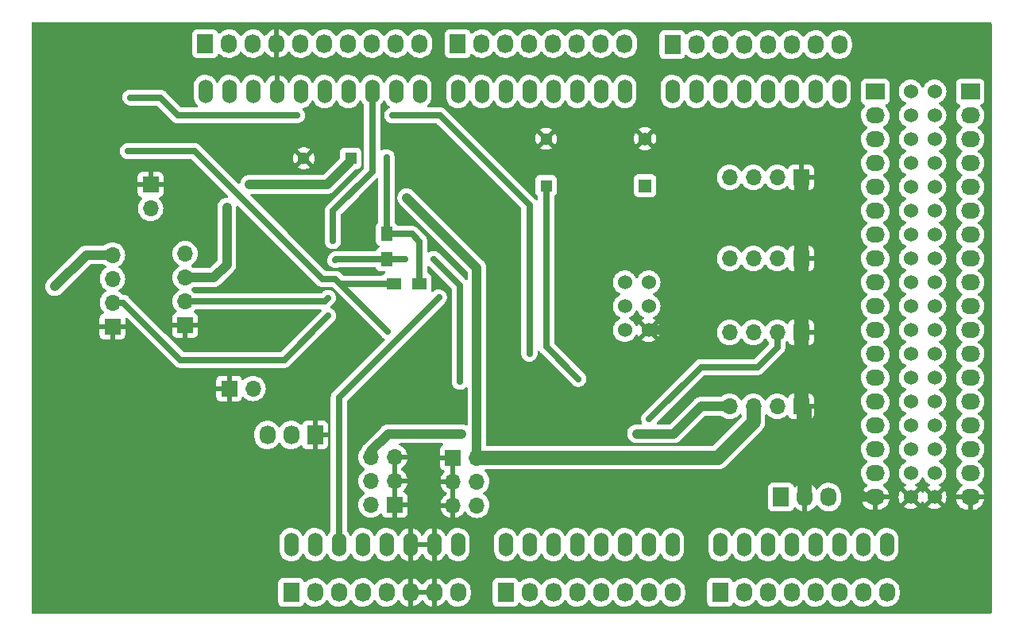
<source format=gbr>
G04 #@! TF.GenerationSoftware,KiCad,Pcbnew,(6.0.0-0)*
G04 #@! TF.CreationDate,2023-06-22T10:54:48-03:00*
G04 #@! TF.ProjectId,NNC_ControlBoard,4e4e435f-436f-46e7-9472-6f6c426f6172,rev?*
G04 #@! TF.SameCoordinates,Original*
G04 #@! TF.FileFunction,Copper,L2,Bot*
G04 #@! TF.FilePolarity,Positive*
%FSLAX46Y46*%
G04 Gerber Fmt 4.6, Leading zero omitted, Abs format (unit mm)*
G04 Created by KiCad (PCBNEW (6.0.0-0)) date 2023-06-22 10:54:48*
%MOMM*%
%LPD*%
G01*
G04 APERTURE LIST*
G04 #@! TA.AperFunction,ComponentPad*
%ADD10R,1.300000X1.300000*%
G04 #@! TD*
G04 #@! TA.AperFunction,ComponentPad*
%ADD11C,1.300000*%
G04 #@! TD*
G04 #@! TA.AperFunction,ComponentPad*
%ADD12R,1.400000X1.400000*%
G04 #@! TD*
G04 #@! TA.AperFunction,ComponentPad*
%ADD13C,1.400000*%
G04 #@! TD*
G04 #@! TA.AperFunction,ComponentPad*
%ADD14R,1.727200X2.032000*%
G04 #@! TD*
G04 #@! TA.AperFunction,ComponentPad*
%ADD15O,1.727200X2.032000*%
G04 #@! TD*
G04 #@! TA.AperFunction,ComponentPad*
%ADD16R,2.032000X1.727200*%
G04 #@! TD*
G04 #@! TA.AperFunction,ComponentPad*
%ADD17O,2.032000X1.727200*%
G04 #@! TD*
G04 #@! TA.AperFunction,ComponentPad*
%ADD18O,1.524000X2.540000*%
G04 #@! TD*
G04 #@! TA.AperFunction,ComponentPad*
%ADD19C,1.524000*%
G04 #@! TD*
G04 #@! TA.AperFunction,ComponentPad*
%ADD20R,1.700000X1.700000*%
G04 #@! TD*
G04 #@! TA.AperFunction,ComponentPad*
%ADD21O,1.700000X1.700000*%
G04 #@! TD*
G04 #@! TA.AperFunction,SMDPad,CuDef*
%ADD22R,1.500000X1.300000*%
G04 #@! TD*
G04 #@! TA.AperFunction,SMDPad,CuDef*
%ADD23R,1.300000X1.500000*%
G04 #@! TD*
G04 #@! TA.AperFunction,ViaPad*
%ADD24C,0.700000*%
G04 #@! TD*
G04 #@! TA.AperFunction,ViaPad*
%ADD25C,0.600000*%
G04 #@! TD*
G04 #@! TA.AperFunction,Conductor*
%ADD26C,1.500000*%
G04 #@! TD*
G04 #@! TA.AperFunction,Conductor*
%ADD27C,1.000000*%
G04 #@! TD*
G04 #@! TA.AperFunction,Conductor*
%ADD28C,0.700000*%
G04 #@! TD*
G04 APERTURE END LIST*
D10*
X182880000Y-61722000D03*
D11*
X177880000Y-61722000D03*
D10*
X203708000Y-64643000D03*
D11*
X203708000Y-59643000D03*
D12*
X214249000Y-64643000D03*
D13*
X214249000Y-59643000D03*
D14*
X228739700Y-97802700D03*
D15*
X231279700Y-97802700D03*
X233819700Y-97802700D03*
D14*
X179070000Y-91186000D03*
D15*
X176530000Y-91186000D03*
X173990000Y-91186000D03*
D16*
X238798100Y-54622700D03*
D17*
X238798100Y-57162700D03*
X238798100Y-59702700D03*
X238798100Y-62242700D03*
X238798100Y-64782700D03*
X238798100Y-67322700D03*
X238798100Y-69862700D03*
X238798100Y-72402700D03*
X238798100Y-74942700D03*
X238798100Y-77482700D03*
X238798100Y-80022700D03*
X238798100Y-82562700D03*
X238798100Y-85102700D03*
X238798100Y-87642700D03*
X238798100Y-90182700D03*
X238798100Y-92722700D03*
X238798100Y-95262700D03*
X238798100Y-97802700D03*
D16*
X248920000Y-54622700D03*
D17*
X248920000Y-57162700D03*
X248920000Y-59702700D03*
X248920000Y-62242700D03*
X248920000Y-64782700D03*
X248920000Y-67322700D03*
X248920000Y-69862700D03*
X248920000Y-72402700D03*
X248920000Y-74942700D03*
X248920000Y-77482700D03*
X248920000Y-80022700D03*
X248920000Y-82562700D03*
X248920000Y-85102700D03*
X248920000Y-87642700D03*
X248920000Y-90182700D03*
X248920000Y-92722700D03*
X248920000Y-95262700D03*
X248920000Y-97802700D03*
D14*
X176530000Y-107950000D03*
D15*
X179070000Y-107950000D03*
X181610000Y-107950000D03*
X184150000Y-107950000D03*
X186690000Y-107950000D03*
X189230000Y-107950000D03*
X191770000Y-107950000D03*
X194310000Y-107950000D03*
D14*
X199390000Y-107950000D03*
D15*
X201930000Y-107950000D03*
X204470000Y-107950000D03*
X207010000Y-107950000D03*
X209550000Y-107950000D03*
X212090000Y-107950000D03*
X214630000Y-107950000D03*
X217170000Y-107950000D03*
D14*
X222250000Y-107950000D03*
D15*
X224790000Y-107950000D03*
X227330000Y-107950000D03*
X229870000Y-107950000D03*
X232410000Y-107950000D03*
X234950000Y-107950000D03*
X237490000Y-107950000D03*
X240030000Y-107950000D03*
D14*
X167360600Y-49504600D03*
D15*
X169900600Y-49504600D03*
X172440600Y-49504600D03*
X174980600Y-49504600D03*
X177520600Y-49504600D03*
X180060600Y-49504600D03*
X182600600Y-49504600D03*
X185140600Y-49504600D03*
X187680600Y-49504600D03*
X190220600Y-49504600D03*
D14*
X194297300Y-49504600D03*
D15*
X196837300Y-49504600D03*
X199377300Y-49504600D03*
X201917300Y-49504600D03*
X204457300Y-49504600D03*
X206997300Y-49504600D03*
X209537300Y-49504600D03*
X212077300Y-49504600D03*
D14*
X217170000Y-49606200D03*
D15*
X219710000Y-49606200D03*
X222250000Y-49606200D03*
X224790000Y-49606200D03*
X227330000Y-49606200D03*
X229870000Y-49606200D03*
X232410000Y-49606200D03*
X234950000Y-49606200D03*
D18*
X212090000Y-54610000D03*
X209550000Y-54610000D03*
X207010000Y-54610000D03*
X204470000Y-54610000D03*
X184150000Y-102870000D03*
X201930000Y-54610000D03*
X199390000Y-54610000D03*
X186690000Y-102870000D03*
D19*
X242570000Y-54610000D03*
X245110000Y-54610000D03*
D18*
X196850000Y-54610000D03*
X194310000Y-54610000D03*
X190246000Y-54610000D03*
X187706000Y-54610000D03*
X185166000Y-54610000D03*
X182626000Y-54610000D03*
X180086000Y-54610000D03*
X177546000Y-54610000D03*
X217170000Y-54610000D03*
X219710000Y-54610000D03*
X222250000Y-54610000D03*
X224790000Y-54610000D03*
X227330000Y-54610000D03*
X229870000Y-54610000D03*
X232410000Y-54610000D03*
X234950000Y-54610000D03*
D19*
X242570000Y-57150000D03*
X245110000Y-57150000D03*
X242570000Y-59690000D03*
X245110000Y-59690000D03*
X242570000Y-62230000D03*
X245110000Y-62230000D03*
X242570000Y-64770000D03*
X245110000Y-64770000D03*
X242570000Y-67310000D03*
X245110000Y-67310000D03*
X242570000Y-69850000D03*
X245110000Y-69850000D03*
X242570000Y-72390000D03*
X245110000Y-72390000D03*
X242570000Y-74930000D03*
X245110000Y-74930000D03*
X242570000Y-77470000D03*
X245110000Y-77470000D03*
X242570000Y-80010000D03*
X245110000Y-80010000D03*
X242570000Y-82550000D03*
X245110000Y-82550000D03*
X242570000Y-85090000D03*
X245110000Y-85090000D03*
X242570000Y-87630000D03*
X245110000Y-87630000D03*
X242570000Y-90170000D03*
X245110000Y-90170000D03*
X242570000Y-92710000D03*
X245110000Y-92710000D03*
X242570000Y-95250000D03*
X245110000Y-95250000D03*
D18*
X199390000Y-102870000D03*
X201930000Y-102870000D03*
X204470000Y-102870000D03*
X207010000Y-102870000D03*
X209550000Y-102870000D03*
X212090000Y-102870000D03*
X214630000Y-102870000D03*
X217170000Y-102870000D03*
X222250000Y-102870000D03*
X224790000Y-102870000D03*
X227330000Y-102870000D03*
X229870000Y-102870000D03*
X172466000Y-54610000D03*
X237490000Y-102870000D03*
X240030000Y-102870000D03*
X232410000Y-102870000D03*
X234950000Y-102870000D03*
X189230000Y-102870000D03*
X191770000Y-102870000D03*
X175006000Y-54610000D03*
D19*
X242570000Y-97790000D03*
X245110000Y-97790000D03*
D18*
X179070000Y-102870000D03*
X176530000Y-102870000D03*
X181610000Y-102870000D03*
X167386000Y-54610000D03*
X169926000Y-54610000D03*
D19*
X212090000Y-74930000D03*
X214630000Y-74930000D03*
X212090000Y-77470000D03*
X214630000Y-77470000D03*
X212090000Y-80010000D03*
X214630000Y-80010000D03*
D18*
X194310000Y-102870000D03*
D20*
X161544000Y-64516000D03*
D21*
X161544000Y-67056000D03*
D20*
X169926000Y-86233000D03*
D21*
X172466000Y-86233000D03*
D20*
X230886000Y-88138000D03*
D21*
X228346000Y-88138000D03*
X225806000Y-88138000D03*
X223266000Y-88138000D03*
D20*
X165227000Y-79502000D03*
D21*
X165227000Y-76962000D03*
X165227000Y-74422000D03*
X165227000Y-71882000D03*
D20*
X230886000Y-63754000D03*
D21*
X228346000Y-63754000D03*
X225806000Y-63754000D03*
X223266000Y-63754000D03*
D20*
X230886000Y-72390000D03*
D21*
X228346000Y-72390000D03*
X225806000Y-72390000D03*
X223266000Y-72390000D03*
D20*
X230886000Y-80264000D03*
D21*
X228346000Y-80264000D03*
X225806000Y-80264000D03*
X223266000Y-80264000D03*
D20*
X157480000Y-79629000D03*
D21*
X157480000Y-77089000D03*
X157480000Y-74549000D03*
X157480000Y-72009000D03*
D20*
X193789300Y-93599000D03*
D21*
X196329300Y-93599000D03*
X193789300Y-96139000D03*
X196329300Y-96139000D03*
X193789300Y-98679000D03*
X196329300Y-98679000D03*
D20*
X187566300Y-98640900D03*
D21*
X185026300Y-98640900D03*
X187566300Y-96100900D03*
X185026300Y-96100900D03*
X187566300Y-93560900D03*
X185026300Y-93560900D03*
D22*
X190199000Y-75057000D03*
X187499000Y-75057000D03*
D23*
X186690000Y-72470000D03*
X186690000Y-69770000D03*
D24*
X207137000Y-85217000D03*
D25*
X186690000Y-61595000D03*
X201930000Y-82550000D03*
X187325000Y-57150000D03*
X159385000Y-55245000D03*
X177165000Y-57150000D03*
X192278000Y-76517500D03*
X180975000Y-70550000D03*
X191706500Y-72453500D03*
X181229000Y-72550000D03*
X188658500Y-72453500D03*
X194500500Y-85534500D03*
X186817000Y-80137000D03*
X159131000Y-60960000D03*
X181229000Y-74550000D03*
X214693500Y-89471500D03*
D24*
X180467000Y-76581000D03*
X180467000Y-78486000D03*
D25*
X213360000Y-91059000D03*
X151320500Y-75374500D03*
X194691000Y-91059000D03*
X169672000Y-66929000D03*
X172085000Y-64516000D03*
D24*
X188849000Y-65913000D03*
D26*
X231279700Y-88531700D02*
X230886000Y-88138000D01*
D27*
X230886000Y-91186000D02*
X237502700Y-97802700D01*
X237502700Y-97802700D02*
X238798100Y-97802700D01*
X216979500Y-80010000D02*
X220662500Y-76327000D01*
X220662500Y-76327000D02*
X229235000Y-76327000D01*
X229235000Y-76327000D02*
X230886000Y-74676000D01*
D26*
X230886000Y-74676000D02*
X230886000Y-72390000D01*
X230886000Y-80264000D02*
X230886000Y-74676000D01*
D27*
X230886000Y-88138000D02*
X230886000Y-91186000D01*
D26*
X231279700Y-97802700D02*
X231279700Y-88531700D01*
X230886000Y-72390000D02*
X230886000Y-63754000D01*
D27*
X214630000Y-80010000D02*
X216979500Y-80010000D01*
D26*
X230886000Y-88138000D02*
X230886000Y-80264000D01*
D28*
X207137000Y-85217000D02*
X203708000Y-81788000D01*
X203708000Y-81788000D02*
X203708000Y-64643000D01*
X190199000Y-70565000D02*
X189404000Y-69770000D01*
X189404000Y-69770000D02*
X186690000Y-69770000D01*
X190199000Y-75057000D02*
X190199000Y-70565000D01*
X186690000Y-69770000D02*
X186690000Y-61595000D01*
X201930000Y-68580000D02*
X201930000Y-82550000D01*
X201930000Y-68580000D02*
X201930000Y-66675000D01*
X201930000Y-66675000D02*
X192405000Y-57150000D01*
X192405000Y-57150000D02*
X187325000Y-57150000D01*
X177165000Y-57150000D02*
X164465000Y-57150000D01*
X164465000Y-57150000D02*
X162560000Y-55245000D01*
X162560000Y-55245000D02*
X159385000Y-55245000D01*
X192278000Y-76517500D02*
X181610000Y-87185500D01*
X181610000Y-87185500D02*
X181610000Y-102870000D01*
X180975000Y-67310000D02*
X180975000Y-70550000D01*
X180975000Y-67310000D02*
X185166000Y-63119000D01*
X185166000Y-54610000D02*
X185166000Y-63119000D01*
X181309000Y-72470000D02*
X181229000Y-72550000D01*
X186690000Y-72470000D02*
X181309000Y-72470000D01*
X188642000Y-72470000D02*
X188658500Y-72453500D01*
X191706500Y-72453500D02*
X194500500Y-75247500D01*
X194500500Y-75247500D02*
X194500500Y-85534500D01*
X186690000Y-72470000D02*
X188642000Y-72470000D01*
X179833000Y-74550000D02*
X166243000Y-60960000D01*
X166243000Y-60960000D02*
X159131000Y-60960000D01*
X181736000Y-75057000D02*
X181229000Y-74550000D01*
X181230000Y-74550000D02*
X186817000Y-80137000D01*
X214693500Y-89471500D02*
X220218000Y-83947000D01*
X220218000Y-83947000D02*
X226250500Y-83947000D01*
X226250500Y-83947000D02*
X228346000Y-81851500D01*
X228346000Y-81851500D02*
X228346000Y-80264000D01*
X187499000Y-75057000D02*
X181736000Y-75057000D01*
X181229000Y-74550000D02*
X181230000Y-74550000D01*
X181229000Y-74550000D02*
X179833000Y-74550000D01*
X180467000Y-76581000D02*
X180086000Y-76962000D01*
X180086000Y-76962000D02*
X165227000Y-76962000D01*
X180467000Y-78486000D02*
X175768000Y-83185000D01*
X175768000Y-83185000D02*
X164719000Y-83185000D01*
X164719000Y-83185000D02*
X158623000Y-77089000D01*
X158623000Y-77089000D02*
X157480000Y-77089000D01*
D27*
X185026300Y-92913200D02*
X186880500Y-91059000D01*
X186880500Y-91059000D02*
X194691000Y-91059000D01*
X213360000Y-91059000D02*
X217297000Y-91059000D01*
X217297000Y-91059000D02*
X220218000Y-88138000D01*
X220218000Y-88138000D02*
X223266000Y-88138000D01*
X151320500Y-75374500D02*
X154686000Y-72009000D01*
X154686000Y-72009000D02*
X157480000Y-72009000D01*
X185026300Y-93560900D02*
X185026300Y-92913200D01*
X196329300Y-73393300D02*
X188849000Y-65913000D01*
D26*
X221996000Y-93599000D02*
X225806000Y-89789000D01*
X225806000Y-89789000D02*
X225806000Y-88138000D01*
D27*
X180340000Y-64516000D02*
X172085000Y-64516000D01*
X169672000Y-66929000D02*
X169672000Y-73025000D01*
X169672000Y-73025000D02*
X168275000Y-74422000D01*
X168275000Y-74422000D02*
X165227000Y-74422000D01*
X196329300Y-93599000D02*
X196329300Y-73393300D01*
X182753000Y-62103000D02*
X180340000Y-64516000D01*
D26*
X196329300Y-93599000D02*
X221996000Y-93599000D01*
G04 #@! TA.AperFunction,Conductor*
G36*
X251148121Y-47264002D02*
G01*
X251194614Y-47317658D01*
X251206000Y-47370000D01*
X251206000Y-110110000D01*
X251185998Y-110178121D01*
X251132342Y-110224614D01*
X251080000Y-110236000D01*
X148970000Y-110236000D01*
X148901879Y-110215998D01*
X148855386Y-110162342D01*
X148844000Y-110110000D01*
X148844000Y-106886623D01*
X175165900Y-106886623D01*
X175165901Y-109013376D01*
X175166270Y-109016770D01*
X175166270Y-109016776D01*
X175171003Y-109060345D01*
X175172549Y-109074580D01*
X175222874Y-109208824D01*
X175228254Y-109216003D01*
X175228256Y-109216006D01*
X175272278Y-109274743D01*
X175308854Y-109323546D01*
X175316035Y-109328928D01*
X175416394Y-109404144D01*
X175416397Y-109404146D01*
X175423576Y-109409526D01*
X175503522Y-109439496D01*
X175550425Y-109457079D01*
X175550427Y-109457079D01*
X175557820Y-109459851D01*
X175565670Y-109460704D01*
X175565671Y-109460704D01*
X175615617Y-109466130D01*
X175619023Y-109466500D01*
X176529866Y-109466500D01*
X177440976Y-109466499D01*
X177444370Y-109466130D01*
X177444376Y-109466130D01*
X177494322Y-109460705D01*
X177494326Y-109460704D01*
X177502180Y-109459851D01*
X177636424Y-109409526D01*
X177643603Y-109404146D01*
X177643606Y-109404144D01*
X177743965Y-109328928D01*
X177751146Y-109323546D01*
X177787722Y-109274743D01*
X177831744Y-109216006D01*
X177831746Y-109216003D01*
X177837126Y-109208824D01*
X177880330Y-109093574D01*
X177922971Y-109036810D01*
X177989532Y-109012110D01*
X178058881Y-109027317D01*
X178089481Y-109050832D01*
X178162852Y-109127744D01*
X178348581Y-109265930D01*
X178353332Y-109268346D01*
X178353336Y-109268348D01*
X178447779Y-109316365D01*
X178554937Y-109370847D01*
X178776020Y-109439496D01*
X178781309Y-109440197D01*
X179000225Y-109469212D01*
X179000230Y-109469212D01*
X179005510Y-109469912D01*
X179010839Y-109469712D01*
X179010841Y-109469712D01*
X179121177Y-109465569D01*
X179236843Y-109461227D01*
X179463406Y-109413690D01*
X179468365Y-109411732D01*
X179468367Y-109411731D01*
X179578014Y-109368429D01*
X179678720Y-109328658D01*
X179862045Y-109217414D01*
X179872065Y-109211334D01*
X179872069Y-109211331D01*
X179876629Y-109208564D01*
X180051474Y-109056841D01*
X180054857Y-109052715D01*
X180054862Y-109052710D01*
X180194870Y-108881956D01*
X180198255Y-108877828D01*
X180200896Y-108873189D01*
X180200899Y-108873185D01*
X180230275Y-108821577D01*
X180281357Y-108772270D01*
X180350987Y-108758408D01*
X180417058Y-108784391D01*
X180444297Y-108813541D01*
X180540078Y-108955811D01*
X180540081Y-108955815D01*
X180543061Y-108960241D01*
X180702852Y-109127744D01*
X180888581Y-109265930D01*
X180893332Y-109268346D01*
X180893336Y-109268348D01*
X180987779Y-109316365D01*
X181094937Y-109370847D01*
X181316020Y-109439496D01*
X181321309Y-109440197D01*
X181540225Y-109469212D01*
X181540230Y-109469212D01*
X181545510Y-109469912D01*
X181550839Y-109469712D01*
X181550841Y-109469712D01*
X181661177Y-109465569D01*
X181776843Y-109461227D01*
X182003406Y-109413690D01*
X182008365Y-109411732D01*
X182008367Y-109411731D01*
X182118014Y-109368429D01*
X182218720Y-109328658D01*
X182402045Y-109217414D01*
X182412065Y-109211334D01*
X182412069Y-109211331D01*
X182416629Y-109208564D01*
X182591474Y-109056841D01*
X182594857Y-109052715D01*
X182594862Y-109052710D01*
X182734870Y-108881956D01*
X182738255Y-108877828D01*
X182740896Y-108873189D01*
X182740899Y-108873185D01*
X182770275Y-108821577D01*
X182821357Y-108772270D01*
X182890987Y-108758408D01*
X182957058Y-108784391D01*
X182984297Y-108813541D01*
X183080078Y-108955811D01*
X183080081Y-108955815D01*
X183083061Y-108960241D01*
X183242852Y-109127744D01*
X183428581Y-109265930D01*
X183433332Y-109268346D01*
X183433336Y-109268348D01*
X183527779Y-109316365D01*
X183634937Y-109370847D01*
X183856020Y-109439496D01*
X183861309Y-109440197D01*
X184080225Y-109469212D01*
X184080230Y-109469212D01*
X184085510Y-109469912D01*
X184090839Y-109469712D01*
X184090841Y-109469712D01*
X184201177Y-109465569D01*
X184316843Y-109461227D01*
X184543406Y-109413690D01*
X184548365Y-109411732D01*
X184548367Y-109411731D01*
X184658014Y-109368429D01*
X184758720Y-109328658D01*
X184942045Y-109217414D01*
X184952065Y-109211334D01*
X184952069Y-109211331D01*
X184956629Y-109208564D01*
X185131474Y-109056841D01*
X185134857Y-109052715D01*
X185134862Y-109052710D01*
X185274870Y-108881956D01*
X185278255Y-108877828D01*
X185280896Y-108873189D01*
X185280899Y-108873185D01*
X185310275Y-108821577D01*
X185361357Y-108772270D01*
X185430987Y-108758408D01*
X185497058Y-108784391D01*
X185524297Y-108813541D01*
X185620078Y-108955811D01*
X185620081Y-108955815D01*
X185623061Y-108960241D01*
X185782852Y-109127744D01*
X185968581Y-109265930D01*
X185973332Y-109268346D01*
X185973336Y-109268348D01*
X186067779Y-109316365D01*
X186174937Y-109370847D01*
X186396020Y-109439496D01*
X186401309Y-109440197D01*
X186620225Y-109469212D01*
X186620230Y-109469212D01*
X186625510Y-109469912D01*
X186630839Y-109469712D01*
X186630841Y-109469712D01*
X186741177Y-109465569D01*
X186856843Y-109461227D01*
X187083406Y-109413690D01*
X187088365Y-109411732D01*
X187088367Y-109411731D01*
X187198014Y-109368429D01*
X187298720Y-109328658D01*
X187482045Y-109217414D01*
X187492065Y-109211334D01*
X187492069Y-109211331D01*
X187496629Y-109208564D01*
X187671474Y-109056841D01*
X187674857Y-109052715D01*
X187674862Y-109052710D01*
X187814870Y-108881956D01*
X187818255Y-108877828D01*
X187846133Y-108828853D01*
X187897215Y-108779547D01*
X187966845Y-108765685D01*
X188032916Y-108791668D01*
X188060155Y-108820818D01*
X188154215Y-108960530D01*
X188160876Y-108968816D01*
X188314180Y-109129520D01*
X188322148Y-109136569D01*
X188500336Y-109269144D01*
X188509366Y-109274743D01*
X188707347Y-109375402D01*
X188717208Y-109379405D01*
X188929301Y-109445263D01*
X188939696Y-109447548D01*
X188958041Y-109449980D01*
X188972208Y-109447783D01*
X188976000Y-109434599D01*
X188976000Y-109432488D01*
X189484000Y-109432488D01*
X189487973Y-109446019D01*
X189498580Y-109447544D01*
X189620343Y-109421996D01*
X189630539Y-109418936D01*
X189837097Y-109337363D01*
X189846634Y-109332629D01*
X190036503Y-109217414D01*
X190045093Y-109211150D01*
X190212837Y-109065589D01*
X190220257Y-109057959D01*
X190361073Y-108886220D01*
X190367095Y-108877458D01*
X190390810Y-108835798D01*
X190441893Y-108786492D01*
X190511524Y-108772631D01*
X190577594Y-108798615D01*
X190604832Y-108827764D01*
X190694215Y-108960531D01*
X190700876Y-108968816D01*
X190854180Y-109129520D01*
X190862148Y-109136569D01*
X191040336Y-109269144D01*
X191049366Y-109274743D01*
X191247347Y-109375402D01*
X191257208Y-109379405D01*
X191469301Y-109445263D01*
X191479696Y-109447548D01*
X191498041Y-109449980D01*
X191512208Y-109447783D01*
X191516000Y-109434599D01*
X191516000Y-109432488D01*
X192024000Y-109432488D01*
X192027973Y-109446019D01*
X192038580Y-109447544D01*
X192160343Y-109421996D01*
X192170539Y-109418936D01*
X192377097Y-109337363D01*
X192386634Y-109332629D01*
X192576503Y-109217414D01*
X192585093Y-109211150D01*
X192752837Y-109065589D01*
X192760257Y-109057959D01*
X192901073Y-108886220D01*
X192907099Y-108877453D01*
X192934952Y-108828522D01*
X192986035Y-108779215D01*
X193055665Y-108765354D01*
X193121736Y-108791338D01*
X193148970Y-108820481D01*
X193243061Y-108960241D01*
X193402852Y-109127744D01*
X193588581Y-109265930D01*
X193593332Y-109268346D01*
X193593336Y-109268348D01*
X193687779Y-109316365D01*
X193794937Y-109370847D01*
X194016020Y-109439496D01*
X194021309Y-109440197D01*
X194240225Y-109469212D01*
X194240230Y-109469212D01*
X194245510Y-109469912D01*
X194250839Y-109469712D01*
X194250841Y-109469712D01*
X194361177Y-109465569D01*
X194476843Y-109461227D01*
X194703406Y-109413690D01*
X194708365Y-109411732D01*
X194708367Y-109411731D01*
X194818014Y-109368429D01*
X194918720Y-109328658D01*
X195102045Y-109217414D01*
X195112065Y-109211334D01*
X195112069Y-109211331D01*
X195116629Y-109208564D01*
X195291474Y-109056841D01*
X195294857Y-109052715D01*
X195294862Y-109052710D01*
X195434870Y-108881956D01*
X195438255Y-108877828D01*
X195552776Y-108676643D01*
X195579441Y-108603185D01*
X195629943Y-108464054D01*
X195629944Y-108464050D01*
X195631763Y-108459039D01*
X195632713Y-108453787D01*
X195672218Y-108235321D01*
X195672219Y-108235314D01*
X195672956Y-108231237D01*
X195673964Y-108209865D01*
X195674030Y-108208467D01*
X195674030Y-108208460D01*
X195674100Y-108206979D01*
X195674100Y-107739474D01*
X195659460Y-107566933D01*
X195601302Y-107342861D01*
X195580560Y-107296815D01*
X195508412Y-107136652D01*
X195508411Y-107136649D01*
X195506222Y-107131791D01*
X195376939Y-106939759D01*
X195326249Y-106886623D01*
X198025900Y-106886623D01*
X198025901Y-109013376D01*
X198026270Y-109016770D01*
X198026270Y-109016776D01*
X198031003Y-109060345D01*
X198032549Y-109074580D01*
X198082874Y-109208824D01*
X198088254Y-109216003D01*
X198088256Y-109216006D01*
X198132278Y-109274743D01*
X198168854Y-109323546D01*
X198176035Y-109328928D01*
X198276394Y-109404144D01*
X198276397Y-109404146D01*
X198283576Y-109409526D01*
X198363522Y-109439496D01*
X198410425Y-109457079D01*
X198410427Y-109457079D01*
X198417820Y-109459851D01*
X198425670Y-109460704D01*
X198425671Y-109460704D01*
X198475617Y-109466130D01*
X198479023Y-109466500D01*
X199389866Y-109466500D01*
X200300976Y-109466499D01*
X200304370Y-109466130D01*
X200304376Y-109466130D01*
X200354322Y-109460705D01*
X200354326Y-109460704D01*
X200362180Y-109459851D01*
X200496424Y-109409526D01*
X200503603Y-109404146D01*
X200503606Y-109404144D01*
X200603965Y-109328928D01*
X200611146Y-109323546D01*
X200647722Y-109274743D01*
X200691744Y-109216006D01*
X200691746Y-109216003D01*
X200697126Y-109208824D01*
X200740330Y-109093574D01*
X200782971Y-109036810D01*
X200849532Y-109012110D01*
X200918881Y-109027317D01*
X200949481Y-109050832D01*
X201022852Y-109127744D01*
X201208581Y-109265930D01*
X201213332Y-109268346D01*
X201213336Y-109268348D01*
X201307779Y-109316365D01*
X201414937Y-109370847D01*
X201636020Y-109439496D01*
X201641309Y-109440197D01*
X201860225Y-109469212D01*
X201860230Y-109469212D01*
X201865510Y-109469912D01*
X201870839Y-109469712D01*
X201870841Y-109469712D01*
X201981177Y-109465569D01*
X202096843Y-109461227D01*
X202323406Y-109413690D01*
X202328365Y-109411732D01*
X202328367Y-109411731D01*
X202438014Y-109368429D01*
X202538720Y-109328658D01*
X202722045Y-109217414D01*
X202732065Y-109211334D01*
X202732069Y-109211331D01*
X202736629Y-109208564D01*
X202911474Y-109056841D01*
X202914857Y-109052715D01*
X202914862Y-109052710D01*
X203054870Y-108881956D01*
X203058255Y-108877828D01*
X203060896Y-108873189D01*
X203060899Y-108873185D01*
X203090275Y-108821577D01*
X203141357Y-108772270D01*
X203210987Y-108758408D01*
X203277058Y-108784391D01*
X203304297Y-108813541D01*
X203400078Y-108955811D01*
X203400081Y-108955815D01*
X203403061Y-108960241D01*
X203562852Y-109127744D01*
X203748581Y-109265930D01*
X203753332Y-109268346D01*
X203753336Y-109268348D01*
X203847779Y-109316365D01*
X203954937Y-109370847D01*
X204176020Y-109439496D01*
X204181309Y-109440197D01*
X204400225Y-109469212D01*
X204400230Y-109469212D01*
X204405510Y-109469912D01*
X204410839Y-109469712D01*
X204410841Y-109469712D01*
X204521177Y-109465569D01*
X204636843Y-109461227D01*
X204863406Y-109413690D01*
X204868365Y-109411732D01*
X204868367Y-109411731D01*
X204978014Y-109368429D01*
X205078720Y-109328658D01*
X205262045Y-109217414D01*
X205272065Y-109211334D01*
X205272069Y-109211331D01*
X205276629Y-109208564D01*
X205451474Y-109056841D01*
X205454857Y-109052715D01*
X205454862Y-109052710D01*
X205594870Y-108881956D01*
X205598255Y-108877828D01*
X205600896Y-108873189D01*
X205600899Y-108873185D01*
X205630275Y-108821577D01*
X205681357Y-108772270D01*
X205750987Y-108758408D01*
X205817058Y-108784391D01*
X205844297Y-108813541D01*
X205940078Y-108955811D01*
X205940081Y-108955815D01*
X205943061Y-108960241D01*
X206102852Y-109127744D01*
X206288581Y-109265930D01*
X206293332Y-109268346D01*
X206293336Y-109268348D01*
X206387779Y-109316365D01*
X206494937Y-109370847D01*
X206716020Y-109439496D01*
X206721309Y-109440197D01*
X206940225Y-109469212D01*
X206940230Y-109469212D01*
X206945510Y-109469912D01*
X206950839Y-109469712D01*
X206950841Y-109469712D01*
X207061177Y-109465569D01*
X207176843Y-109461227D01*
X207403406Y-109413690D01*
X207408365Y-109411732D01*
X207408367Y-109411731D01*
X207518014Y-109368429D01*
X207618720Y-109328658D01*
X207802045Y-109217414D01*
X207812065Y-109211334D01*
X207812069Y-109211331D01*
X207816629Y-109208564D01*
X207991474Y-109056841D01*
X207994857Y-109052715D01*
X207994862Y-109052710D01*
X208134870Y-108881956D01*
X208138255Y-108877828D01*
X208140896Y-108873189D01*
X208140899Y-108873185D01*
X208170275Y-108821577D01*
X208221357Y-108772270D01*
X208290987Y-108758408D01*
X208357058Y-108784391D01*
X208384297Y-108813541D01*
X208480078Y-108955811D01*
X208480081Y-108955815D01*
X208483061Y-108960241D01*
X208642852Y-109127744D01*
X208828581Y-109265930D01*
X208833332Y-109268346D01*
X208833336Y-109268348D01*
X208927779Y-109316365D01*
X209034937Y-109370847D01*
X209256020Y-109439496D01*
X209261309Y-109440197D01*
X209480225Y-109469212D01*
X209480230Y-109469212D01*
X209485510Y-109469912D01*
X209490839Y-109469712D01*
X209490841Y-109469712D01*
X209601177Y-109465569D01*
X209716843Y-109461227D01*
X209943406Y-109413690D01*
X209948365Y-109411732D01*
X209948367Y-109411731D01*
X210058014Y-109368429D01*
X210158720Y-109328658D01*
X210342045Y-109217414D01*
X210352065Y-109211334D01*
X210352069Y-109211331D01*
X210356629Y-109208564D01*
X210531474Y-109056841D01*
X210534857Y-109052715D01*
X210534862Y-109052710D01*
X210674870Y-108881956D01*
X210678255Y-108877828D01*
X210680896Y-108873189D01*
X210680899Y-108873185D01*
X210710275Y-108821577D01*
X210761357Y-108772270D01*
X210830987Y-108758408D01*
X210897058Y-108784391D01*
X210924297Y-108813541D01*
X211020078Y-108955811D01*
X211020081Y-108955815D01*
X211023061Y-108960241D01*
X211182852Y-109127744D01*
X211368581Y-109265930D01*
X211373332Y-109268346D01*
X211373336Y-109268348D01*
X211467779Y-109316365D01*
X211574937Y-109370847D01*
X211796020Y-109439496D01*
X211801309Y-109440197D01*
X212020225Y-109469212D01*
X212020230Y-109469212D01*
X212025510Y-109469912D01*
X212030839Y-109469712D01*
X212030841Y-109469712D01*
X212141177Y-109465569D01*
X212256843Y-109461227D01*
X212483406Y-109413690D01*
X212488365Y-109411732D01*
X212488367Y-109411731D01*
X212598014Y-109368429D01*
X212698720Y-109328658D01*
X212882045Y-109217414D01*
X212892065Y-109211334D01*
X212892069Y-109211331D01*
X212896629Y-109208564D01*
X213071474Y-109056841D01*
X213074857Y-109052715D01*
X213074862Y-109052710D01*
X213214870Y-108881956D01*
X213218255Y-108877828D01*
X213220896Y-108873189D01*
X213220899Y-108873185D01*
X213250275Y-108821577D01*
X213301357Y-108772270D01*
X213370987Y-108758408D01*
X213437058Y-108784391D01*
X213464297Y-108813541D01*
X213560078Y-108955811D01*
X213560081Y-108955815D01*
X213563061Y-108960241D01*
X213722852Y-109127744D01*
X213908581Y-109265930D01*
X213913332Y-109268346D01*
X213913336Y-109268348D01*
X214007779Y-109316365D01*
X214114937Y-109370847D01*
X214336020Y-109439496D01*
X214341309Y-109440197D01*
X214560225Y-109469212D01*
X214560230Y-109469212D01*
X214565510Y-109469912D01*
X214570839Y-109469712D01*
X214570841Y-109469712D01*
X214681177Y-109465569D01*
X214796843Y-109461227D01*
X215023406Y-109413690D01*
X215028365Y-109411732D01*
X215028367Y-109411731D01*
X215138014Y-109368429D01*
X215238720Y-109328658D01*
X215422045Y-109217414D01*
X215432065Y-109211334D01*
X215432069Y-109211331D01*
X215436629Y-109208564D01*
X215611474Y-109056841D01*
X215614857Y-109052715D01*
X215614862Y-109052710D01*
X215754870Y-108881956D01*
X215758255Y-108877828D01*
X215760896Y-108873189D01*
X215760899Y-108873185D01*
X215790275Y-108821577D01*
X215841357Y-108772270D01*
X215910987Y-108758408D01*
X215977058Y-108784391D01*
X216004297Y-108813541D01*
X216100078Y-108955811D01*
X216100081Y-108955815D01*
X216103061Y-108960241D01*
X216262852Y-109127744D01*
X216448581Y-109265930D01*
X216453332Y-109268346D01*
X216453336Y-109268348D01*
X216547779Y-109316365D01*
X216654937Y-109370847D01*
X216876020Y-109439496D01*
X216881309Y-109440197D01*
X217100225Y-109469212D01*
X217100230Y-109469212D01*
X217105510Y-109469912D01*
X217110839Y-109469712D01*
X217110841Y-109469712D01*
X217221177Y-109465569D01*
X217336843Y-109461227D01*
X217563406Y-109413690D01*
X217568365Y-109411732D01*
X217568367Y-109411731D01*
X217678014Y-109368429D01*
X217778720Y-109328658D01*
X217962045Y-109217414D01*
X217972065Y-109211334D01*
X217972069Y-109211331D01*
X217976629Y-109208564D01*
X218151474Y-109056841D01*
X218154857Y-109052715D01*
X218154862Y-109052710D01*
X218294870Y-108881956D01*
X218298255Y-108877828D01*
X218412776Y-108676643D01*
X218439441Y-108603185D01*
X218489943Y-108464054D01*
X218489944Y-108464050D01*
X218491763Y-108459039D01*
X218492713Y-108453787D01*
X218532218Y-108235321D01*
X218532219Y-108235314D01*
X218532956Y-108231237D01*
X218533964Y-108209865D01*
X218534030Y-108208467D01*
X218534030Y-108208460D01*
X218534100Y-108206979D01*
X218534100Y-107739474D01*
X218519460Y-107566933D01*
X218461302Y-107342861D01*
X218440560Y-107296815D01*
X218368412Y-107136652D01*
X218368411Y-107136649D01*
X218366222Y-107131791D01*
X218236939Y-106939759D01*
X218186249Y-106886623D01*
X220885900Y-106886623D01*
X220885901Y-109013376D01*
X220886270Y-109016770D01*
X220886270Y-109016776D01*
X220891003Y-109060345D01*
X220892549Y-109074580D01*
X220942874Y-109208824D01*
X220948254Y-109216003D01*
X220948256Y-109216006D01*
X220992278Y-109274743D01*
X221028854Y-109323546D01*
X221036035Y-109328928D01*
X221136394Y-109404144D01*
X221136397Y-109404146D01*
X221143576Y-109409526D01*
X221223522Y-109439496D01*
X221270425Y-109457079D01*
X221270427Y-109457079D01*
X221277820Y-109459851D01*
X221285670Y-109460704D01*
X221285671Y-109460704D01*
X221335617Y-109466130D01*
X221339023Y-109466500D01*
X222249866Y-109466500D01*
X223160976Y-109466499D01*
X223164370Y-109466130D01*
X223164376Y-109466130D01*
X223214322Y-109460705D01*
X223214326Y-109460704D01*
X223222180Y-109459851D01*
X223356424Y-109409526D01*
X223363603Y-109404146D01*
X223363606Y-109404144D01*
X223463965Y-109328928D01*
X223471146Y-109323546D01*
X223507722Y-109274743D01*
X223551744Y-109216006D01*
X223551746Y-109216003D01*
X223557126Y-109208824D01*
X223600330Y-109093574D01*
X223642971Y-109036810D01*
X223709532Y-109012110D01*
X223778881Y-109027317D01*
X223809481Y-109050832D01*
X223882852Y-109127744D01*
X224068581Y-109265930D01*
X224073332Y-109268346D01*
X224073336Y-109268348D01*
X224167779Y-109316365D01*
X224274937Y-109370847D01*
X224496020Y-109439496D01*
X224501309Y-109440197D01*
X224720225Y-109469212D01*
X224720230Y-109469212D01*
X224725510Y-109469912D01*
X224730839Y-109469712D01*
X224730841Y-109469712D01*
X224841177Y-109465569D01*
X224956843Y-109461227D01*
X225183406Y-109413690D01*
X225188365Y-109411732D01*
X225188367Y-109411731D01*
X225298014Y-109368429D01*
X225398720Y-109328658D01*
X225582045Y-109217414D01*
X225592065Y-109211334D01*
X225592069Y-109211331D01*
X225596629Y-109208564D01*
X225771474Y-109056841D01*
X225774857Y-109052715D01*
X225774862Y-109052710D01*
X225914870Y-108881956D01*
X225918255Y-108877828D01*
X225920896Y-108873189D01*
X225920899Y-108873185D01*
X225950275Y-108821577D01*
X226001357Y-108772270D01*
X226070987Y-108758408D01*
X226137058Y-108784391D01*
X226164297Y-108813541D01*
X226260078Y-108955811D01*
X226260081Y-108955815D01*
X226263061Y-108960241D01*
X226422852Y-109127744D01*
X226608581Y-109265930D01*
X226613332Y-109268346D01*
X226613336Y-109268348D01*
X226707779Y-109316365D01*
X226814937Y-109370847D01*
X227036020Y-109439496D01*
X227041309Y-109440197D01*
X227260225Y-109469212D01*
X227260230Y-109469212D01*
X227265510Y-109469912D01*
X227270839Y-109469712D01*
X227270841Y-109469712D01*
X227381177Y-109465569D01*
X227496843Y-109461227D01*
X227723406Y-109413690D01*
X227728365Y-109411732D01*
X227728367Y-109411731D01*
X227838014Y-109368429D01*
X227938720Y-109328658D01*
X228122045Y-109217414D01*
X228132065Y-109211334D01*
X228132069Y-109211331D01*
X228136629Y-109208564D01*
X228311474Y-109056841D01*
X228314857Y-109052715D01*
X228314862Y-109052710D01*
X228454870Y-108881956D01*
X228458255Y-108877828D01*
X228460896Y-108873189D01*
X228460899Y-108873185D01*
X228490275Y-108821577D01*
X228541357Y-108772270D01*
X228610987Y-108758408D01*
X228677058Y-108784391D01*
X228704297Y-108813541D01*
X228800078Y-108955811D01*
X228800081Y-108955815D01*
X228803061Y-108960241D01*
X228962852Y-109127744D01*
X229148581Y-109265930D01*
X229153332Y-109268346D01*
X229153336Y-109268348D01*
X229247779Y-109316365D01*
X229354937Y-109370847D01*
X229576020Y-109439496D01*
X229581309Y-109440197D01*
X229800225Y-109469212D01*
X229800230Y-109469212D01*
X229805510Y-109469912D01*
X229810839Y-109469712D01*
X229810841Y-109469712D01*
X229921177Y-109465569D01*
X230036843Y-109461227D01*
X230263406Y-109413690D01*
X230268365Y-109411732D01*
X230268367Y-109411731D01*
X230378014Y-109368429D01*
X230478720Y-109328658D01*
X230662045Y-109217414D01*
X230672065Y-109211334D01*
X230672069Y-109211331D01*
X230676629Y-109208564D01*
X230851474Y-109056841D01*
X230854857Y-109052715D01*
X230854862Y-109052710D01*
X230994870Y-108881956D01*
X230998255Y-108877828D01*
X231000896Y-108873189D01*
X231000899Y-108873185D01*
X231030275Y-108821577D01*
X231081357Y-108772270D01*
X231150987Y-108758408D01*
X231217058Y-108784391D01*
X231244297Y-108813541D01*
X231340078Y-108955811D01*
X231340081Y-108955815D01*
X231343061Y-108960241D01*
X231502852Y-109127744D01*
X231688581Y-109265930D01*
X231693332Y-109268346D01*
X231693336Y-109268348D01*
X231787779Y-109316365D01*
X231894937Y-109370847D01*
X232116020Y-109439496D01*
X232121309Y-109440197D01*
X232340225Y-109469212D01*
X232340230Y-109469212D01*
X232345510Y-109469912D01*
X232350839Y-109469712D01*
X232350841Y-109469712D01*
X232461177Y-109465569D01*
X232576843Y-109461227D01*
X232803406Y-109413690D01*
X232808365Y-109411732D01*
X232808367Y-109411731D01*
X232918014Y-109368429D01*
X233018720Y-109328658D01*
X233202045Y-109217414D01*
X233212065Y-109211334D01*
X233212069Y-109211331D01*
X233216629Y-109208564D01*
X233391474Y-109056841D01*
X233394857Y-109052715D01*
X233394862Y-109052710D01*
X233534870Y-108881956D01*
X233538255Y-108877828D01*
X233540896Y-108873189D01*
X233540899Y-108873185D01*
X233570275Y-108821577D01*
X233621357Y-108772270D01*
X233690987Y-108758408D01*
X233757058Y-108784391D01*
X233784297Y-108813541D01*
X233880078Y-108955811D01*
X233880081Y-108955815D01*
X233883061Y-108960241D01*
X234042852Y-109127744D01*
X234228581Y-109265930D01*
X234233332Y-109268346D01*
X234233336Y-109268348D01*
X234327779Y-109316365D01*
X234434937Y-109370847D01*
X234656020Y-109439496D01*
X234661309Y-109440197D01*
X234880225Y-109469212D01*
X234880230Y-109469212D01*
X234885510Y-109469912D01*
X234890839Y-109469712D01*
X234890841Y-109469712D01*
X235001177Y-109465569D01*
X235116843Y-109461227D01*
X235343406Y-109413690D01*
X235348365Y-109411732D01*
X235348367Y-109411731D01*
X235458014Y-109368429D01*
X235558720Y-109328658D01*
X235742045Y-109217414D01*
X235752065Y-109211334D01*
X235752069Y-109211331D01*
X235756629Y-109208564D01*
X235931474Y-109056841D01*
X235934857Y-109052715D01*
X235934862Y-109052710D01*
X236074870Y-108881956D01*
X236078255Y-108877828D01*
X236080896Y-108873189D01*
X236080899Y-108873185D01*
X236110275Y-108821577D01*
X236161357Y-108772270D01*
X236230987Y-108758408D01*
X236297058Y-108784391D01*
X236324297Y-108813541D01*
X236420078Y-108955811D01*
X236420081Y-108955815D01*
X236423061Y-108960241D01*
X236582852Y-109127744D01*
X236768581Y-109265930D01*
X236773332Y-109268346D01*
X236773336Y-109268348D01*
X236867779Y-109316365D01*
X236974937Y-109370847D01*
X237196020Y-109439496D01*
X237201309Y-109440197D01*
X237420225Y-109469212D01*
X237420230Y-109469212D01*
X237425510Y-109469912D01*
X237430839Y-109469712D01*
X237430841Y-109469712D01*
X237541177Y-109465569D01*
X237656843Y-109461227D01*
X237883406Y-109413690D01*
X237888365Y-109411732D01*
X237888367Y-109411731D01*
X237998014Y-109368429D01*
X238098720Y-109328658D01*
X238282045Y-109217414D01*
X238292065Y-109211334D01*
X238292069Y-109211331D01*
X238296629Y-109208564D01*
X238471474Y-109056841D01*
X238474857Y-109052715D01*
X238474862Y-109052710D01*
X238614870Y-108881956D01*
X238618255Y-108877828D01*
X238620896Y-108873189D01*
X238620899Y-108873185D01*
X238650275Y-108821577D01*
X238701357Y-108772270D01*
X238770987Y-108758408D01*
X238837058Y-108784391D01*
X238864297Y-108813541D01*
X238960078Y-108955811D01*
X238960081Y-108955815D01*
X238963061Y-108960241D01*
X239122852Y-109127744D01*
X239308581Y-109265930D01*
X239313332Y-109268346D01*
X239313336Y-109268348D01*
X239407779Y-109316365D01*
X239514937Y-109370847D01*
X239736020Y-109439496D01*
X239741309Y-109440197D01*
X239960225Y-109469212D01*
X239960230Y-109469212D01*
X239965510Y-109469912D01*
X239970839Y-109469712D01*
X239970841Y-109469712D01*
X240081177Y-109465569D01*
X240196843Y-109461227D01*
X240423406Y-109413690D01*
X240428365Y-109411732D01*
X240428367Y-109411731D01*
X240538014Y-109368429D01*
X240638720Y-109328658D01*
X240822045Y-109217414D01*
X240832065Y-109211334D01*
X240832069Y-109211331D01*
X240836629Y-109208564D01*
X241011474Y-109056841D01*
X241014857Y-109052715D01*
X241014862Y-109052710D01*
X241154870Y-108881956D01*
X241158255Y-108877828D01*
X241272776Y-108676643D01*
X241299441Y-108603185D01*
X241349943Y-108464054D01*
X241349944Y-108464050D01*
X241351763Y-108459039D01*
X241352713Y-108453787D01*
X241392218Y-108235321D01*
X241392219Y-108235314D01*
X241392956Y-108231237D01*
X241393964Y-108209865D01*
X241394030Y-108208467D01*
X241394030Y-108208460D01*
X241394100Y-108206979D01*
X241394100Y-107739474D01*
X241379460Y-107566933D01*
X241321302Y-107342861D01*
X241300560Y-107296815D01*
X241228412Y-107136652D01*
X241228411Y-107136649D01*
X241226222Y-107131791D01*
X241096939Y-106939759D01*
X240937148Y-106772256D01*
X240751419Y-106634070D01*
X240746668Y-106631654D01*
X240746664Y-106631652D01*
X240610921Y-106562637D01*
X240545063Y-106529153D01*
X240323980Y-106460504D01*
X240263258Y-106452456D01*
X240099775Y-106430788D01*
X240099770Y-106430788D01*
X240094490Y-106430088D01*
X240089161Y-106430288D01*
X240089159Y-106430288D01*
X239978823Y-106434431D01*
X239863157Y-106438773D01*
X239636594Y-106486310D01*
X239631635Y-106488268D01*
X239631633Y-106488269D01*
X239626050Y-106490474D01*
X239421280Y-106571342D01*
X239412856Y-106576454D01*
X239227935Y-106688666D01*
X239227931Y-106688669D01*
X239223371Y-106691436D01*
X239048526Y-106843159D01*
X239045143Y-106847285D01*
X239045138Y-106847290D01*
X239010086Y-106890040D01*
X238901745Y-107022172D01*
X238899107Y-107026806D01*
X238899101Y-107026815D01*
X238869725Y-107078423D01*
X238818643Y-107127730D01*
X238749013Y-107141592D01*
X238682942Y-107115609D01*
X238655703Y-107086459D01*
X238559922Y-106944189D01*
X238559916Y-106944181D01*
X238556939Y-106939759D01*
X238397148Y-106772256D01*
X238211419Y-106634070D01*
X238206668Y-106631654D01*
X238206664Y-106631652D01*
X238070921Y-106562637D01*
X238005063Y-106529153D01*
X237783980Y-106460504D01*
X237723258Y-106452456D01*
X237559775Y-106430788D01*
X237559770Y-106430788D01*
X237554490Y-106430088D01*
X237549161Y-106430288D01*
X237549159Y-106430288D01*
X237438823Y-106434431D01*
X237323157Y-106438773D01*
X237096594Y-106486310D01*
X237091635Y-106488268D01*
X237091633Y-106488269D01*
X237086050Y-106490474D01*
X236881280Y-106571342D01*
X236872856Y-106576454D01*
X236687935Y-106688666D01*
X236687931Y-106688669D01*
X236683371Y-106691436D01*
X236508526Y-106843159D01*
X236505143Y-106847285D01*
X236505138Y-106847290D01*
X236470086Y-106890040D01*
X236361745Y-107022172D01*
X236359107Y-107026806D01*
X236359101Y-107026815D01*
X236329725Y-107078423D01*
X236278643Y-107127730D01*
X236209013Y-107141592D01*
X236142942Y-107115609D01*
X236115703Y-107086459D01*
X236019922Y-106944189D01*
X236019916Y-106944181D01*
X236016939Y-106939759D01*
X235857148Y-106772256D01*
X235671419Y-106634070D01*
X235666668Y-106631654D01*
X235666664Y-106631652D01*
X235530921Y-106562637D01*
X235465063Y-106529153D01*
X235243980Y-106460504D01*
X235183258Y-106452456D01*
X235019775Y-106430788D01*
X235019770Y-106430788D01*
X235014490Y-106430088D01*
X235009161Y-106430288D01*
X235009159Y-106430288D01*
X234898823Y-106434431D01*
X234783157Y-106438773D01*
X234556594Y-106486310D01*
X234551635Y-106488268D01*
X234551633Y-106488269D01*
X234546050Y-106490474D01*
X234341280Y-106571342D01*
X234332856Y-106576454D01*
X234147935Y-106688666D01*
X234147931Y-106688669D01*
X234143371Y-106691436D01*
X233968526Y-106843159D01*
X233965143Y-106847285D01*
X233965138Y-106847290D01*
X233930086Y-106890040D01*
X233821745Y-107022172D01*
X233819107Y-107026806D01*
X233819101Y-107026815D01*
X233789725Y-107078423D01*
X233738643Y-107127730D01*
X233669013Y-107141592D01*
X233602942Y-107115609D01*
X233575703Y-107086459D01*
X233479922Y-106944189D01*
X233479916Y-106944181D01*
X233476939Y-106939759D01*
X233317148Y-106772256D01*
X233131419Y-106634070D01*
X233126668Y-106631654D01*
X233126664Y-106631652D01*
X232990921Y-106562637D01*
X232925063Y-106529153D01*
X232703980Y-106460504D01*
X232643258Y-106452456D01*
X232479775Y-106430788D01*
X232479770Y-106430788D01*
X232474490Y-106430088D01*
X232469161Y-106430288D01*
X232469159Y-106430288D01*
X232358823Y-106434431D01*
X232243157Y-106438773D01*
X232016594Y-106486310D01*
X232011635Y-106488268D01*
X232011633Y-106488269D01*
X232006050Y-106490474D01*
X231801280Y-106571342D01*
X231792856Y-106576454D01*
X231607935Y-106688666D01*
X231607931Y-106688669D01*
X231603371Y-106691436D01*
X231428526Y-106843159D01*
X231425143Y-106847285D01*
X231425138Y-106847290D01*
X231390086Y-106890040D01*
X231281745Y-107022172D01*
X231279107Y-107026806D01*
X231279101Y-107026815D01*
X231249725Y-107078423D01*
X231198643Y-107127730D01*
X231129013Y-107141592D01*
X231062942Y-107115609D01*
X231035703Y-107086459D01*
X230939922Y-106944189D01*
X230939916Y-106944181D01*
X230936939Y-106939759D01*
X230777148Y-106772256D01*
X230591419Y-106634070D01*
X230586668Y-106631654D01*
X230586664Y-106631652D01*
X230450921Y-106562637D01*
X230385063Y-106529153D01*
X230163980Y-106460504D01*
X230103258Y-106452456D01*
X229939775Y-106430788D01*
X229939770Y-106430788D01*
X229934490Y-106430088D01*
X229929161Y-106430288D01*
X229929159Y-106430288D01*
X229818823Y-106434431D01*
X229703157Y-106438773D01*
X229476594Y-106486310D01*
X229471635Y-106488268D01*
X229471633Y-106488269D01*
X229466050Y-106490474D01*
X229261280Y-106571342D01*
X229252856Y-106576454D01*
X229067935Y-106688666D01*
X229067931Y-106688669D01*
X229063371Y-106691436D01*
X228888526Y-106843159D01*
X228885143Y-106847285D01*
X228885138Y-106847290D01*
X228850086Y-106890040D01*
X228741745Y-107022172D01*
X228739107Y-107026806D01*
X228739101Y-107026815D01*
X228709725Y-107078423D01*
X228658643Y-107127730D01*
X228589013Y-107141592D01*
X228522942Y-107115609D01*
X228495703Y-107086459D01*
X228399922Y-106944189D01*
X228399916Y-106944181D01*
X228396939Y-106939759D01*
X228237148Y-106772256D01*
X228051419Y-106634070D01*
X228046668Y-106631654D01*
X228046664Y-106631652D01*
X227910921Y-106562637D01*
X227845063Y-106529153D01*
X227623980Y-106460504D01*
X227563258Y-106452456D01*
X227399775Y-106430788D01*
X227399770Y-106430788D01*
X227394490Y-106430088D01*
X227389161Y-106430288D01*
X227389159Y-106430288D01*
X227278823Y-106434431D01*
X227163157Y-106438773D01*
X226936594Y-106486310D01*
X226931635Y-106488268D01*
X226931633Y-106488269D01*
X226926050Y-106490474D01*
X226721280Y-106571342D01*
X226712856Y-106576454D01*
X226527935Y-106688666D01*
X226527931Y-106688669D01*
X226523371Y-106691436D01*
X226348526Y-106843159D01*
X226345143Y-106847285D01*
X226345138Y-106847290D01*
X226310086Y-106890040D01*
X226201745Y-107022172D01*
X226199107Y-107026806D01*
X226199101Y-107026815D01*
X226169725Y-107078423D01*
X226118643Y-107127730D01*
X226049013Y-107141592D01*
X225982942Y-107115609D01*
X225955703Y-107086459D01*
X225859922Y-106944189D01*
X225859916Y-106944181D01*
X225856939Y-106939759D01*
X225697148Y-106772256D01*
X225511419Y-106634070D01*
X225506668Y-106631654D01*
X225506664Y-106631652D01*
X225370921Y-106562637D01*
X225305063Y-106529153D01*
X225083980Y-106460504D01*
X225023258Y-106452456D01*
X224859775Y-106430788D01*
X224859770Y-106430788D01*
X224854490Y-106430088D01*
X224849161Y-106430288D01*
X224849159Y-106430288D01*
X224738823Y-106434431D01*
X224623157Y-106438773D01*
X224396594Y-106486310D01*
X224391635Y-106488268D01*
X224391633Y-106488269D01*
X224386050Y-106490474D01*
X224181280Y-106571342D01*
X224172856Y-106576454D01*
X223987935Y-106688666D01*
X223987931Y-106688669D01*
X223983371Y-106691436D01*
X223808526Y-106843159D01*
X223806401Y-106845751D01*
X223745087Y-106880347D01*
X223674208Y-106876268D01*
X223616785Y-106834516D01*
X223598611Y-106801839D01*
X223560277Y-106699581D01*
X223560276Y-106699580D01*
X223557126Y-106691176D01*
X223551746Y-106683997D01*
X223551744Y-106683994D01*
X223476528Y-106583635D01*
X223471146Y-106576454D01*
X223452710Y-106562637D01*
X223363606Y-106495856D01*
X223363603Y-106495854D01*
X223356424Y-106490474D01*
X223261094Y-106454737D01*
X223229575Y-106442921D01*
X223229573Y-106442921D01*
X223222180Y-106440149D01*
X223214330Y-106439296D01*
X223214329Y-106439296D01*
X223164374Y-106433869D01*
X223164373Y-106433869D01*
X223160977Y-106433500D01*
X222250134Y-106433500D01*
X221339024Y-106433501D01*
X221335630Y-106433870D01*
X221335624Y-106433870D01*
X221285678Y-106439295D01*
X221285674Y-106439296D01*
X221277820Y-106440149D01*
X221143576Y-106490474D01*
X221136397Y-106495854D01*
X221136394Y-106495856D01*
X221047290Y-106562637D01*
X221028854Y-106576454D01*
X221023472Y-106583635D01*
X220948256Y-106683994D01*
X220948254Y-106683997D01*
X220942874Y-106691176D01*
X220892549Y-106825420D01*
X220891696Y-106833270D01*
X220891696Y-106833271D01*
X220891002Y-106839657D01*
X220885900Y-106886623D01*
X218186249Y-106886623D01*
X218077148Y-106772256D01*
X217891419Y-106634070D01*
X217886668Y-106631654D01*
X217886664Y-106631652D01*
X217750921Y-106562637D01*
X217685063Y-106529153D01*
X217463980Y-106460504D01*
X217403258Y-106452456D01*
X217239775Y-106430788D01*
X217239770Y-106430788D01*
X217234490Y-106430088D01*
X217229161Y-106430288D01*
X217229159Y-106430288D01*
X217118823Y-106434431D01*
X217003157Y-106438773D01*
X216776594Y-106486310D01*
X216771635Y-106488268D01*
X216771633Y-106488269D01*
X216766050Y-106490474D01*
X216561280Y-106571342D01*
X216552856Y-106576454D01*
X216367935Y-106688666D01*
X216367931Y-106688669D01*
X216363371Y-106691436D01*
X216188526Y-106843159D01*
X216185143Y-106847285D01*
X216185138Y-106847290D01*
X216150086Y-106890040D01*
X216041745Y-107022172D01*
X216039107Y-107026806D01*
X216039101Y-107026815D01*
X216009725Y-107078423D01*
X215958643Y-107127730D01*
X215889013Y-107141592D01*
X215822942Y-107115609D01*
X215795703Y-107086459D01*
X215699922Y-106944189D01*
X215699916Y-106944181D01*
X215696939Y-106939759D01*
X215537148Y-106772256D01*
X215351419Y-106634070D01*
X215346668Y-106631654D01*
X215346664Y-106631652D01*
X215210921Y-106562637D01*
X215145063Y-106529153D01*
X214923980Y-106460504D01*
X214863258Y-106452456D01*
X214699775Y-106430788D01*
X214699770Y-106430788D01*
X214694490Y-106430088D01*
X214689161Y-106430288D01*
X214689159Y-106430288D01*
X214578823Y-106434431D01*
X214463157Y-106438773D01*
X214236594Y-106486310D01*
X214231635Y-106488268D01*
X214231633Y-106488269D01*
X214226050Y-106490474D01*
X214021280Y-106571342D01*
X214012856Y-106576454D01*
X213827935Y-106688666D01*
X213827931Y-106688669D01*
X213823371Y-106691436D01*
X213648526Y-106843159D01*
X213645143Y-106847285D01*
X213645138Y-106847290D01*
X213610086Y-106890040D01*
X213501745Y-107022172D01*
X213499107Y-107026806D01*
X213499101Y-107026815D01*
X213469725Y-107078423D01*
X213418643Y-107127730D01*
X213349013Y-107141592D01*
X213282942Y-107115609D01*
X213255703Y-107086459D01*
X213159922Y-106944189D01*
X213159916Y-106944181D01*
X213156939Y-106939759D01*
X212997148Y-106772256D01*
X212811419Y-106634070D01*
X212806668Y-106631654D01*
X212806664Y-106631652D01*
X212670921Y-106562637D01*
X212605063Y-106529153D01*
X212383980Y-106460504D01*
X212323258Y-106452456D01*
X212159775Y-106430788D01*
X212159770Y-106430788D01*
X212154490Y-106430088D01*
X212149161Y-106430288D01*
X212149159Y-106430288D01*
X212038823Y-106434431D01*
X211923157Y-106438773D01*
X211696594Y-106486310D01*
X211691635Y-106488268D01*
X211691633Y-106488269D01*
X211686050Y-106490474D01*
X211481280Y-106571342D01*
X211472856Y-106576454D01*
X211287935Y-106688666D01*
X211287931Y-106688669D01*
X211283371Y-106691436D01*
X211108526Y-106843159D01*
X211105143Y-106847285D01*
X211105138Y-106847290D01*
X211070086Y-106890040D01*
X210961745Y-107022172D01*
X210959107Y-107026806D01*
X210959101Y-107026815D01*
X210929725Y-107078423D01*
X210878643Y-107127730D01*
X210809013Y-107141592D01*
X210742942Y-107115609D01*
X210715703Y-107086459D01*
X210619922Y-106944189D01*
X210619916Y-106944181D01*
X210616939Y-106939759D01*
X210457148Y-106772256D01*
X210271419Y-106634070D01*
X210266668Y-106631654D01*
X210266664Y-106631652D01*
X210130921Y-106562637D01*
X210065063Y-106529153D01*
X209843980Y-106460504D01*
X209783258Y-106452456D01*
X209619775Y-106430788D01*
X209619770Y-106430788D01*
X209614490Y-106430088D01*
X209609161Y-106430288D01*
X209609159Y-106430288D01*
X209498823Y-106434431D01*
X209383157Y-106438773D01*
X209156594Y-106486310D01*
X209151635Y-106488268D01*
X209151633Y-106488269D01*
X209146050Y-106490474D01*
X208941280Y-106571342D01*
X208932856Y-106576454D01*
X208747935Y-106688666D01*
X208747931Y-106688669D01*
X208743371Y-106691436D01*
X208568526Y-106843159D01*
X208565143Y-106847285D01*
X208565138Y-106847290D01*
X208530086Y-106890040D01*
X208421745Y-107022172D01*
X208419107Y-107026806D01*
X208419101Y-107026815D01*
X208389725Y-107078423D01*
X208338643Y-107127730D01*
X208269013Y-107141592D01*
X208202942Y-107115609D01*
X208175703Y-107086459D01*
X208079922Y-106944189D01*
X208079916Y-106944181D01*
X208076939Y-106939759D01*
X207917148Y-106772256D01*
X207731419Y-106634070D01*
X207726668Y-106631654D01*
X207726664Y-106631652D01*
X207590921Y-106562637D01*
X207525063Y-106529153D01*
X207303980Y-106460504D01*
X207243258Y-106452456D01*
X207079775Y-106430788D01*
X207079770Y-106430788D01*
X207074490Y-106430088D01*
X207069161Y-106430288D01*
X207069159Y-106430288D01*
X206958823Y-106434431D01*
X206843157Y-106438773D01*
X206616594Y-106486310D01*
X206611635Y-106488268D01*
X206611633Y-106488269D01*
X206606050Y-106490474D01*
X206401280Y-106571342D01*
X206392856Y-106576454D01*
X206207935Y-106688666D01*
X206207931Y-106688669D01*
X206203371Y-106691436D01*
X206028526Y-106843159D01*
X206025143Y-106847285D01*
X206025138Y-106847290D01*
X205990086Y-106890040D01*
X205881745Y-107022172D01*
X205879107Y-107026806D01*
X205879101Y-107026815D01*
X205849725Y-107078423D01*
X205798643Y-107127730D01*
X205729013Y-107141592D01*
X205662942Y-107115609D01*
X205635703Y-107086459D01*
X205539922Y-106944189D01*
X205539916Y-106944181D01*
X205536939Y-106939759D01*
X205377148Y-106772256D01*
X205191419Y-106634070D01*
X205186668Y-106631654D01*
X205186664Y-106631652D01*
X205050921Y-106562637D01*
X204985063Y-106529153D01*
X204763980Y-106460504D01*
X204703258Y-106452456D01*
X204539775Y-106430788D01*
X204539770Y-106430788D01*
X204534490Y-106430088D01*
X204529161Y-106430288D01*
X204529159Y-106430288D01*
X204418823Y-106434431D01*
X204303157Y-106438773D01*
X204076594Y-106486310D01*
X204071635Y-106488268D01*
X204071633Y-106488269D01*
X204066050Y-106490474D01*
X203861280Y-106571342D01*
X203852856Y-106576454D01*
X203667935Y-106688666D01*
X203667931Y-106688669D01*
X203663371Y-106691436D01*
X203488526Y-106843159D01*
X203485143Y-106847285D01*
X203485138Y-106847290D01*
X203450086Y-106890040D01*
X203341745Y-107022172D01*
X203339107Y-107026806D01*
X203339101Y-107026815D01*
X203309725Y-107078423D01*
X203258643Y-107127730D01*
X203189013Y-107141592D01*
X203122942Y-107115609D01*
X203095703Y-107086459D01*
X202999922Y-106944189D01*
X202999916Y-106944181D01*
X202996939Y-106939759D01*
X202837148Y-106772256D01*
X202651419Y-106634070D01*
X202646668Y-106631654D01*
X202646664Y-106631652D01*
X202510921Y-106562637D01*
X202445063Y-106529153D01*
X202223980Y-106460504D01*
X202163258Y-106452456D01*
X201999775Y-106430788D01*
X201999770Y-106430788D01*
X201994490Y-106430088D01*
X201989161Y-106430288D01*
X201989159Y-106430288D01*
X201878823Y-106434431D01*
X201763157Y-106438773D01*
X201536594Y-106486310D01*
X201531635Y-106488268D01*
X201531633Y-106488269D01*
X201526050Y-106490474D01*
X201321280Y-106571342D01*
X201312856Y-106576454D01*
X201127935Y-106688666D01*
X201127931Y-106688669D01*
X201123371Y-106691436D01*
X200948526Y-106843159D01*
X200946401Y-106845751D01*
X200885087Y-106880347D01*
X200814208Y-106876268D01*
X200756785Y-106834516D01*
X200738611Y-106801839D01*
X200700277Y-106699581D01*
X200700276Y-106699580D01*
X200697126Y-106691176D01*
X200691746Y-106683997D01*
X200691744Y-106683994D01*
X200616528Y-106583635D01*
X200611146Y-106576454D01*
X200592710Y-106562637D01*
X200503606Y-106495856D01*
X200503603Y-106495854D01*
X200496424Y-106490474D01*
X200401094Y-106454737D01*
X200369575Y-106442921D01*
X200369573Y-106442921D01*
X200362180Y-106440149D01*
X200354330Y-106439296D01*
X200354329Y-106439296D01*
X200304374Y-106433869D01*
X200304373Y-106433869D01*
X200300977Y-106433500D01*
X199390134Y-106433500D01*
X198479024Y-106433501D01*
X198475630Y-106433870D01*
X198475624Y-106433870D01*
X198425678Y-106439295D01*
X198425674Y-106439296D01*
X198417820Y-106440149D01*
X198283576Y-106490474D01*
X198276397Y-106495854D01*
X198276394Y-106495856D01*
X198187290Y-106562637D01*
X198168854Y-106576454D01*
X198163472Y-106583635D01*
X198088256Y-106683994D01*
X198088254Y-106683997D01*
X198082874Y-106691176D01*
X198032549Y-106825420D01*
X198031696Y-106833270D01*
X198031696Y-106833271D01*
X198031002Y-106839657D01*
X198025900Y-106886623D01*
X195326249Y-106886623D01*
X195217148Y-106772256D01*
X195031419Y-106634070D01*
X195026668Y-106631654D01*
X195026664Y-106631652D01*
X194890921Y-106562637D01*
X194825063Y-106529153D01*
X194603980Y-106460504D01*
X194543258Y-106452456D01*
X194379775Y-106430788D01*
X194379770Y-106430788D01*
X194374490Y-106430088D01*
X194369161Y-106430288D01*
X194369159Y-106430288D01*
X194258823Y-106434431D01*
X194143157Y-106438773D01*
X193916594Y-106486310D01*
X193911635Y-106488268D01*
X193911633Y-106488269D01*
X193906050Y-106490474D01*
X193701280Y-106571342D01*
X193692856Y-106576454D01*
X193507935Y-106688666D01*
X193507931Y-106688669D01*
X193503371Y-106691436D01*
X193328526Y-106843159D01*
X193325143Y-106847285D01*
X193325138Y-106847290D01*
X193290086Y-106890040D01*
X193181745Y-107022172D01*
X193157820Y-107064202D01*
X193153867Y-107071147D01*
X193102785Y-107120453D01*
X193033155Y-107134315D01*
X192967084Y-107108332D01*
X192939845Y-107079182D01*
X192845785Y-106939470D01*
X192839124Y-106931184D01*
X192685820Y-106770480D01*
X192677852Y-106763431D01*
X192499664Y-106630856D01*
X192490634Y-106625257D01*
X192292653Y-106524598D01*
X192282792Y-106520595D01*
X192070699Y-106454737D01*
X192060304Y-106452452D01*
X192041959Y-106450020D01*
X192027792Y-106452217D01*
X192024000Y-106465401D01*
X192024000Y-109432488D01*
X191516000Y-109432488D01*
X191516000Y-108222115D01*
X191511525Y-108206876D01*
X191510135Y-108205671D01*
X191502452Y-108204000D01*
X189502115Y-108204000D01*
X189486876Y-108208475D01*
X189485671Y-108209865D01*
X189484000Y-108217548D01*
X189484000Y-109432488D01*
X188976000Y-109432488D01*
X188976000Y-107677885D01*
X189484000Y-107677885D01*
X189488475Y-107693124D01*
X189489865Y-107694329D01*
X189497548Y-107696000D01*
X191497885Y-107696000D01*
X191513124Y-107691525D01*
X191514329Y-107690135D01*
X191516000Y-107682452D01*
X191516000Y-106467512D01*
X191512027Y-106453981D01*
X191501420Y-106452456D01*
X191379657Y-106478004D01*
X191369461Y-106481064D01*
X191162903Y-106562637D01*
X191153366Y-106567371D01*
X190963497Y-106682586D01*
X190954907Y-106688850D01*
X190787163Y-106834411D01*
X190779743Y-106842041D01*
X190638927Y-107013780D01*
X190632905Y-107022542D01*
X190609190Y-107064202D01*
X190558107Y-107113508D01*
X190488476Y-107127369D01*
X190422406Y-107101385D01*
X190395168Y-107072236D01*
X190305785Y-106939469D01*
X190299124Y-106931184D01*
X190145820Y-106770480D01*
X190137852Y-106763431D01*
X189959664Y-106630856D01*
X189950634Y-106625257D01*
X189752653Y-106524598D01*
X189742792Y-106520595D01*
X189530699Y-106454737D01*
X189520304Y-106452452D01*
X189501959Y-106450020D01*
X189487792Y-106452217D01*
X189484000Y-106465401D01*
X189484000Y-107677885D01*
X188976000Y-107677885D01*
X188976000Y-106467512D01*
X188972027Y-106453981D01*
X188961420Y-106452456D01*
X188839657Y-106478004D01*
X188829461Y-106481064D01*
X188622903Y-106562637D01*
X188613366Y-106567371D01*
X188423497Y-106682586D01*
X188414907Y-106688850D01*
X188247163Y-106834411D01*
X188239743Y-106842041D01*
X188098927Y-107013780D01*
X188092901Y-107022547D01*
X188065048Y-107071478D01*
X188013965Y-107120785D01*
X187944335Y-107134646D01*
X187878264Y-107108662D01*
X187851030Y-107079519D01*
X187756939Y-106939759D01*
X187597148Y-106772256D01*
X187411419Y-106634070D01*
X187406668Y-106631654D01*
X187406664Y-106631652D01*
X187270921Y-106562637D01*
X187205063Y-106529153D01*
X186983980Y-106460504D01*
X186923258Y-106452456D01*
X186759775Y-106430788D01*
X186759770Y-106430788D01*
X186754490Y-106430088D01*
X186749161Y-106430288D01*
X186749159Y-106430288D01*
X186638823Y-106434431D01*
X186523157Y-106438773D01*
X186296594Y-106486310D01*
X186291635Y-106488268D01*
X186291633Y-106488269D01*
X186286050Y-106490474D01*
X186081280Y-106571342D01*
X186072856Y-106576454D01*
X185887935Y-106688666D01*
X185887931Y-106688669D01*
X185883371Y-106691436D01*
X185708526Y-106843159D01*
X185705143Y-106847285D01*
X185705138Y-106847290D01*
X185670086Y-106890040D01*
X185561745Y-107022172D01*
X185559107Y-107026806D01*
X185559101Y-107026815D01*
X185529725Y-107078423D01*
X185478643Y-107127730D01*
X185409013Y-107141592D01*
X185342942Y-107115609D01*
X185315703Y-107086459D01*
X185219922Y-106944189D01*
X185219916Y-106944181D01*
X185216939Y-106939759D01*
X185057148Y-106772256D01*
X184871419Y-106634070D01*
X184866668Y-106631654D01*
X184866664Y-106631652D01*
X184730921Y-106562637D01*
X184665063Y-106529153D01*
X184443980Y-106460504D01*
X184383258Y-106452456D01*
X184219775Y-106430788D01*
X184219770Y-106430788D01*
X184214490Y-106430088D01*
X184209161Y-106430288D01*
X184209159Y-106430288D01*
X184098823Y-106434431D01*
X183983157Y-106438773D01*
X183756594Y-106486310D01*
X183751635Y-106488268D01*
X183751633Y-106488269D01*
X183746050Y-106490474D01*
X183541280Y-106571342D01*
X183532856Y-106576454D01*
X183347935Y-106688666D01*
X183347931Y-106688669D01*
X183343371Y-106691436D01*
X183168526Y-106843159D01*
X183165143Y-106847285D01*
X183165138Y-106847290D01*
X183130086Y-106890040D01*
X183021745Y-107022172D01*
X183019107Y-107026806D01*
X183019101Y-107026815D01*
X182989725Y-107078423D01*
X182938643Y-107127730D01*
X182869013Y-107141592D01*
X182802942Y-107115609D01*
X182775703Y-107086459D01*
X182679922Y-106944189D01*
X182679916Y-106944181D01*
X182676939Y-106939759D01*
X182517148Y-106772256D01*
X182331419Y-106634070D01*
X182326668Y-106631654D01*
X182326664Y-106631652D01*
X182190921Y-106562637D01*
X182125063Y-106529153D01*
X181903980Y-106460504D01*
X181843258Y-106452456D01*
X181679775Y-106430788D01*
X181679770Y-106430788D01*
X181674490Y-106430088D01*
X181669161Y-106430288D01*
X181669159Y-106430288D01*
X181558823Y-106434431D01*
X181443157Y-106438773D01*
X181216594Y-106486310D01*
X181211635Y-106488268D01*
X181211633Y-106488269D01*
X181206050Y-106490474D01*
X181001280Y-106571342D01*
X180992856Y-106576454D01*
X180807935Y-106688666D01*
X180807931Y-106688669D01*
X180803371Y-106691436D01*
X180628526Y-106843159D01*
X180625143Y-106847285D01*
X180625138Y-106847290D01*
X180590086Y-106890040D01*
X180481745Y-107022172D01*
X180479107Y-107026806D01*
X180479101Y-107026815D01*
X180449725Y-107078423D01*
X180398643Y-107127730D01*
X180329013Y-107141592D01*
X180262942Y-107115609D01*
X180235703Y-107086459D01*
X180139922Y-106944189D01*
X180139916Y-106944181D01*
X180136939Y-106939759D01*
X179977148Y-106772256D01*
X179791419Y-106634070D01*
X179786668Y-106631654D01*
X179786664Y-106631652D01*
X179650921Y-106562637D01*
X179585063Y-106529153D01*
X179363980Y-106460504D01*
X179303258Y-106452456D01*
X179139775Y-106430788D01*
X179139770Y-106430788D01*
X179134490Y-106430088D01*
X179129161Y-106430288D01*
X179129159Y-106430288D01*
X179018823Y-106434431D01*
X178903157Y-106438773D01*
X178676594Y-106486310D01*
X178671635Y-106488268D01*
X178671633Y-106488269D01*
X178666050Y-106490474D01*
X178461280Y-106571342D01*
X178452856Y-106576454D01*
X178267935Y-106688666D01*
X178267931Y-106688669D01*
X178263371Y-106691436D01*
X178088526Y-106843159D01*
X178086401Y-106845751D01*
X178025087Y-106880347D01*
X177954208Y-106876268D01*
X177896785Y-106834516D01*
X177878611Y-106801839D01*
X177840277Y-106699581D01*
X177840276Y-106699580D01*
X177837126Y-106691176D01*
X177831746Y-106683997D01*
X177831744Y-106683994D01*
X177756528Y-106583635D01*
X177751146Y-106576454D01*
X177732710Y-106562637D01*
X177643606Y-106495856D01*
X177643603Y-106495854D01*
X177636424Y-106490474D01*
X177541094Y-106454737D01*
X177509575Y-106442921D01*
X177509573Y-106442921D01*
X177502180Y-106440149D01*
X177494330Y-106439296D01*
X177494329Y-106439296D01*
X177444374Y-106433869D01*
X177444373Y-106433869D01*
X177440977Y-106433500D01*
X176530134Y-106433500D01*
X175619024Y-106433501D01*
X175615630Y-106433870D01*
X175615624Y-106433870D01*
X175565678Y-106439295D01*
X175565674Y-106439296D01*
X175557820Y-106440149D01*
X175423576Y-106490474D01*
X175416397Y-106495854D01*
X175416394Y-106495856D01*
X175327290Y-106562637D01*
X175308854Y-106576454D01*
X175303472Y-106583635D01*
X175228256Y-106683994D01*
X175228254Y-106683997D01*
X175222874Y-106691176D01*
X175172549Y-106825420D01*
X175171696Y-106833270D01*
X175171696Y-106833271D01*
X175171002Y-106839657D01*
X175165900Y-106886623D01*
X148844000Y-106886623D01*
X148844000Y-91396526D01*
X172625900Y-91396526D01*
X172640540Y-91569067D01*
X172641880Y-91574231D01*
X172641881Y-91574235D01*
X172689234Y-91756675D01*
X172698698Y-91793139D01*
X172700890Y-91798005D01*
X172771246Y-91954189D01*
X172793778Y-92004209D01*
X172923061Y-92196241D01*
X173082852Y-92363744D01*
X173268581Y-92501930D01*
X173273332Y-92504346D01*
X173273336Y-92504348D01*
X173331799Y-92534072D01*
X173474937Y-92606847D01*
X173480035Y-92608430D01*
X173553990Y-92631394D01*
X173696020Y-92675496D01*
X173701309Y-92676197D01*
X173920225Y-92705212D01*
X173920230Y-92705212D01*
X173925510Y-92705912D01*
X173930839Y-92705712D01*
X173930841Y-92705712D01*
X174041177Y-92701569D01*
X174156843Y-92697227D01*
X174193175Y-92689604D01*
X174378187Y-92650785D01*
X174383406Y-92649690D01*
X174388365Y-92647732D01*
X174388367Y-92647731D01*
X174498014Y-92604429D01*
X174598720Y-92564658D01*
X174721865Y-92489932D01*
X174792065Y-92447334D01*
X174792069Y-92447331D01*
X174796629Y-92444564D01*
X174971474Y-92292841D01*
X174974857Y-92288715D01*
X174974862Y-92288710D01*
X175107483Y-92126965D01*
X175118255Y-92113828D01*
X175120893Y-92109194D01*
X175120899Y-92109185D01*
X175150275Y-92057577D01*
X175201357Y-92008270D01*
X175270987Y-91994408D01*
X175337058Y-92020391D01*
X175364297Y-92049541D01*
X175460078Y-92191811D01*
X175460081Y-92191815D01*
X175463061Y-92196241D01*
X175622852Y-92363744D01*
X175808581Y-92501930D01*
X175813332Y-92504346D01*
X175813336Y-92504348D01*
X175871799Y-92534072D01*
X176014937Y-92606847D01*
X176020035Y-92608430D01*
X176093990Y-92631394D01*
X176236020Y-92675496D01*
X176241309Y-92676197D01*
X176460225Y-92705212D01*
X176460230Y-92705212D01*
X176465510Y-92705912D01*
X176470839Y-92705712D01*
X176470841Y-92705712D01*
X176581177Y-92701569D01*
X176696843Y-92697227D01*
X176733175Y-92689604D01*
X176918187Y-92650785D01*
X176923406Y-92649690D01*
X176928365Y-92647732D01*
X176928367Y-92647731D01*
X177038014Y-92604429D01*
X177138720Y-92564658D01*
X177261865Y-92489932D01*
X177332065Y-92447334D01*
X177332069Y-92447331D01*
X177336629Y-92444564D01*
X177511474Y-92292841D01*
X177512226Y-92293708D01*
X177569126Y-92261600D01*
X177640006Y-92265677D01*
X177697429Y-92307427D01*
X177715606Y-92340105D01*
X177753076Y-92440054D01*
X177761614Y-92455649D01*
X177838115Y-92557724D01*
X177850676Y-92570285D01*
X177952751Y-92646786D01*
X177968346Y-92655324D01*
X178088794Y-92700478D01*
X178104049Y-92704105D01*
X178154914Y-92709631D01*
X178161728Y-92710000D01*
X178797885Y-92710000D01*
X178813124Y-92705525D01*
X178814329Y-92704135D01*
X178816000Y-92696452D01*
X178816000Y-92691884D01*
X179324000Y-92691884D01*
X179328475Y-92707123D01*
X179329865Y-92708328D01*
X179337548Y-92709999D01*
X179978269Y-92709999D01*
X179985090Y-92709629D01*
X180035952Y-92704105D01*
X180051204Y-92700479D01*
X180171654Y-92655324D01*
X180187249Y-92646786D01*
X180289324Y-92570285D01*
X180301885Y-92557724D01*
X180378386Y-92455649D01*
X180386924Y-92440054D01*
X180432078Y-92319606D01*
X180435705Y-92304351D01*
X180441231Y-92253486D01*
X180441600Y-92246672D01*
X180441600Y-91458115D01*
X180437125Y-91442876D01*
X180435735Y-91441671D01*
X180428052Y-91440000D01*
X179342115Y-91440000D01*
X179326876Y-91444475D01*
X179325671Y-91445865D01*
X179324000Y-91453548D01*
X179324000Y-92691884D01*
X178816000Y-92691884D01*
X178816000Y-90913885D01*
X179324000Y-90913885D01*
X179328475Y-90929124D01*
X179329865Y-90930329D01*
X179337548Y-90932000D01*
X180423484Y-90932000D01*
X180438723Y-90927525D01*
X180439928Y-90926135D01*
X180441599Y-90918452D01*
X180441599Y-90125331D01*
X180441229Y-90118510D01*
X180435705Y-90067648D01*
X180432079Y-90052396D01*
X180386924Y-89931946D01*
X180378386Y-89916351D01*
X180301885Y-89814276D01*
X180289324Y-89801715D01*
X180187249Y-89725214D01*
X180171654Y-89716676D01*
X180051206Y-89671522D01*
X180035951Y-89667895D01*
X179985086Y-89662369D01*
X179978272Y-89662000D01*
X179342115Y-89662000D01*
X179326876Y-89666475D01*
X179325671Y-89667865D01*
X179324000Y-89675548D01*
X179324000Y-90913885D01*
X178816000Y-90913885D01*
X178816000Y-89680116D01*
X178811525Y-89664877D01*
X178810135Y-89663672D01*
X178802452Y-89662001D01*
X178161731Y-89662001D01*
X178154910Y-89662371D01*
X178104048Y-89667895D01*
X178088796Y-89671521D01*
X177968346Y-89716676D01*
X177952751Y-89725214D01*
X177850676Y-89801715D01*
X177838115Y-89814276D01*
X177761614Y-89916351D01*
X177753076Y-89931946D01*
X177713919Y-90036397D01*
X177671277Y-90093161D01*
X177604716Y-90117861D01*
X177535367Y-90102654D01*
X177504768Y-90079139D01*
X177449873Y-90021595D01*
X177437148Y-90008256D01*
X177251419Y-89870070D01*
X177246668Y-89867654D01*
X177246664Y-89867652D01*
X177116975Y-89801715D01*
X177045063Y-89765153D01*
X176952948Y-89736550D01*
X176829078Y-89698087D01*
X176823980Y-89696504D01*
X176818691Y-89695803D01*
X176599775Y-89666788D01*
X176599770Y-89666788D01*
X176594490Y-89666088D01*
X176589161Y-89666288D01*
X176589159Y-89666288D01*
X176478824Y-89670430D01*
X176363157Y-89674773D01*
X176136594Y-89722310D01*
X176131635Y-89724268D01*
X176131633Y-89724269D01*
X176122439Y-89727900D01*
X175921280Y-89807342D01*
X175842995Y-89854846D01*
X175727935Y-89924666D01*
X175727931Y-89924669D01*
X175723371Y-89927436D01*
X175548526Y-90079159D01*
X175545143Y-90083285D01*
X175545138Y-90083290D01*
X175450112Y-90199184D01*
X175401745Y-90258172D01*
X175399107Y-90262806D01*
X175399101Y-90262815D01*
X175369725Y-90314423D01*
X175318643Y-90363730D01*
X175249013Y-90377592D01*
X175182942Y-90351609D01*
X175155703Y-90322459D01*
X175059922Y-90180189D01*
X175059919Y-90180185D01*
X175056939Y-90175759D01*
X174897148Y-90008256D01*
X174711419Y-89870070D01*
X174706668Y-89867654D01*
X174706664Y-89867652D01*
X174576975Y-89801715D01*
X174505063Y-89765153D01*
X174412948Y-89736550D01*
X174289078Y-89698087D01*
X174283980Y-89696504D01*
X174278691Y-89695803D01*
X174059775Y-89666788D01*
X174059770Y-89666788D01*
X174054490Y-89666088D01*
X174049161Y-89666288D01*
X174049159Y-89666288D01*
X173938824Y-89670430D01*
X173823157Y-89674773D01*
X173596594Y-89722310D01*
X173591635Y-89724268D01*
X173591633Y-89724269D01*
X173582439Y-89727900D01*
X173381280Y-89807342D01*
X173302995Y-89854846D01*
X173187935Y-89924666D01*
X173187931Y-89924669D01*
X173183371Y-89927436D01*
X173008526Y-90079159D01*
X173005143Y-90083285D01*
X173005138Y-90083290D01*
X172910112Y-90199184D01*
X172861745Y-90258172D01*
X172747224Y-90459357D01*
X172745403Y-90464373D01*
X172745401Y-90464378D01*
X172676817Y-90653324D01*
X172668237Y-90676961D01*
X172667288Y-90682210D01*
X172667287Y-90682213D01*
X172627782Y-90900679D01*
X172627781Y-90900686D01*
X172627044Y-90904763D01*
X172626205Y-90922562D01*
X172625971Y-90927525D01*
X172625900Y-90929021D01*
X172625900Y-91396526D01*
X148844000Y-91396526D01*
X148844000Y-87127669D01*
X168568001Y-87127669D01*
X168568371Y-87134490D01*
X168573895Y-87185352D01*
X168577521Y-87200604D01*
X168622676Y-87321054D01*
X168631214Y-87336649D01*
X168707715Y-87438724D01*
X168720276Y-87451285D01*
X168822351Y-87527786D01*
X168837946Y-87536324D01*
X168958394Y-87581478D01*
X168973649Y-87585105D01*
X169024514Y-87590631D01*
X169031328Y-87591000D01*
X169653885Y-87591000D01*
X169669124Y-87586525D01*
X169670329Y-87585135D01*
X169672000Y-87577452D01*
X169672000Y-87572884D01*
X170180000Y-87572884D01*
X170184475Y-87588123D01*
X170185865Y-87589328D01*
X170193548Y-87590999D01*
X170820669Y-87590999D01*
X170827490Y-87590629D01*
X170878352Y-87585105D01*
X170893604Y-87581479D01*
X171014054Y-87536324D01*
X171029649Y-87527786D01*
X171131724Y-87451285D01*
X171144285Y-87438724D01*
X171220786Y-87336649D01*
X171229325Y-87321052D01*
X171273739Y-87202578D01*
X171316380Y-87145813D01*
X171382942Y-87121113D01*
X171452291Y-87136320D01*
X171480816Y-87157712D01*
X171594599Y-87271495D01*
X171599107Y-87274652D01*
X171599110Y-87274654D01*
X171783661Y-87403878D01*
X171788170Y-87407035D01*
X171793152Y-87409358D01*
X171793157Y-87409361D01*
X171946200Y-87480726D01*
X172002337Y-87506903D01*
X172007645Y-87508325D01*
X172007647Y-87508326D01*
X172225277Y-87566639D01*
X172230592Y-87568063D01*
X172466000Y-87588659D01*
X172701408Y-87568063D01*
X172706723Y-87566639D01*
X172924353Y-87508326D01*
X172924355Y-87508325D01*
X172929663Y-87506903D01*
X172985800Y-87480726D01*
X173138843Y-87409361D01*
X173138848Y-87409358D01*
X173143830Y-87407035D01*
X173148339Y-87403878D01*
X173332890Y-87274654D01*
X173332893Y-87274652D01*
X173337401Y-87271495D01*
X173504495Y-87104401D01*
X173640035Y-86910829D01*
X173645262Y-86899621D01*
X173737580Y-86701645D01*
X173737581Y-86701643D01*
X173739903Y-86696663D01*
X173748905Y-86663069D01*
X173799639Y-86473723D01*
X173799639Y-86473722D01*
X173801063Y-86468408D01*
X173821659Y-86233000D01*
X173801063Y-85997592D01*
X173791228Y-85960885D01*
X173741326Y-85774647D01*
X173741325Y-85774645D01*
X173739903Y-85769337D01*
X173716281Y-85718680D01*
X173642358Y-85560152D01*
X173642356Y-85560149D01*
X173640035Y-85555171D01*
X173504495Y-85361599D01*
X173337401Y-85194505D01*
X173332893Y-85191348D01*
X173332890Y-85191346D01*
X173148339Y-85062122D01*
X173148336Y-85062120D01*
X173143830Y-85058965D01*
X173138848Y-85056642D01*
X173138843Y-85056639D01*
X172934645Y-84961420D01*
X172934644Y-84961419D01*
X172929663Y-84959097D01*
X172924355Y-84957675D01*
X172924353Y-84957674D01*
X172706723Y-84899361D01*
X172706722Y-84899361D01*
X172701408Y-84897937D01*
X172466000Y-84877341D01*
X172230592Y-84897937D01*
X172225278Y-84899361D01*
X172225277Y-84899361D01*
X172007647Y-84957674D01*
X172007645Y-84957675D01*
X172002337Y-84959097D01*
X171997357Y-84961419D01*
X171997355Y-84961420D01*
X171793152Y-85056642D01*
X171793149Y-85056644D01*
X171788171Y-85058965D01*
X171594599Y-85194505D01*
X171480816Y-85308288D01*
X171418504Y-85342314D01*
X171347689Y-85337249D01*
X171290853Y-85294702D01*
X171273739Y-85263422D01*
X171229325Y-85144948D01*
X171220786Y-85129351D01*
X171144285Y-85027276D01*
X171131724Y-85014715D01*
X171029649Y-84938214D01*
X171014054Y-84929676D01*
X170893606Y-84884522D01*
X170878351Y-84880895D01*
X170827486Y-84875369D01*
X170820672Y-84875000D01*
X170198115Y-84875000D01*
X170182876Y-84879475D01*
X170181671Y-84880865D01*
X170180000Y-84888548D01*
X170180000Y-87572884D01*
X169672000Y-87572884D01*
X169672000Y-86505115D01*
X169667525Y-86489876D01*
X169666135Y-86488671D01*
X169658452Y-86487000D01*
X168586116Y-86487000D01*
X168570877Y-86491475D01*
X168569672Y-86492865D01*
X168568001Y-86500548D01*
X168568001Y-87127669D01*
X148844000Y-87127669D01*
X148844000Y-85960885D01*
X168568000Y-85960885D01*
X168572475Y-85976124D01*
X168573865Y-85977329D01*
X168581548Y-85979000D01*
X169653885Y-85979000D01*
X169669124Y-85974525D01*
X169670329Y-85973135D01*
X169672000Y-85965452D01*
X169672000Y-84893116D01*
X169667525Y-84877877D01*
X169666135Y-84876672D01*
X169658452Y-84875001D01*
X169031331Y-84875001D01*
X169024510Y-84875371D01*
X168973648Y-84880895D01*
X168958396Y-84884521D01*
X168837946Y-84929676D01*
X168822351Y-84938214D01*
X168720276Y-85014715D01*
X168707715Y-85027276D01*
X168631214Y-85129351D01*
X168622676Y-85144946D01*
X168577522Y-85265394D01*
X168573895Y-85280649D01*
X168568369Y-85331514D01*
X168568000Y-85338328D01*
X168568000Y-85960885D01*
X148844000Y-85960885D01*
X148844000Y-80523669D01*
X156122001Y-80523669D01*
X156122371Y-80530490D01*
X156127895Y-80581352D01*
X156131521Y-80596604D01*
X156176676Y-80717054D01*
X156185214Y-80732649D01*
X156261715Y-80834724D01*
X156274276Y-80847285D01*
X156376351Y-80923786D01*
X156391946Y-80932324D01*
X156512394Y-80977478D01*
X156527649Y-80981105D01*
X156578514Y-80986631D01*
X156585328Y-80987000D01*
X157207885Y-80987000D01*
X157223124Y-80982525D01*
X157224329Y-80981135D01*
X157226000Y-80973452D01*
X157226000Y-80968884D01*
X157734000Y-80968884D01*
X157738475Y-80984123D01*
X157739865Y-80985328D01*
X157747548Y-80986999D01*
X158374669Y-80986999D01*
X158381490Y-80986629D01*
X158432352Y-80981105D01*
X158447604Y-80977479D01*
X158568054Y-80932324D01*
X158583649Y-80923786D01*
X158685724Y-80847285D01*
X158698285Y-80834724D01*
X158774786Y-80732649D01*
X158783324Y-80717054D01*
X158828478Y-80596606D01*
X158832105Y-80581351D01*
X158837631Y-80530486D01*
X158838000Y-80523672D01*
X158838000Y-79901115D01*
X158833525Y-79885876D01*
X158832135Y-79884671D01*
X158824452Y-79883000D01*
X157752115Y-79883000D01*
X157736876Y-79887475D01*
X157735671Y-79888865D01*
X157734000Y-79896548D01*
X157734000Y-80968884D01*
X157226000Y-80968884D01*
X157226000Y-79901115D01*
X157221525Y-79885876D01*
X157220135Y-79884671D01*
X157212452Y-79883000D01*
X156140116Y-79883000D01*
X156124877Y-79887475D01*
X156123672Y-79888865D01*
X156122001Y-79896548D01*
X156122001Y-80523669D01*
X148844000Y-80523669D01*
X148844000Y-75399071D01*
X150315140Y-75399071D01*
X150318327Y-75424296D01*
X150338944Y-75587495D01*
X150340615Y-75600724D01*
X150342670Y-75606760D01*
X150404063Y-75787102D01*
X150404065Y-75787106D01*
X150406118Y-75793137D01*
X150409345Y-75798637D01*
X150499804Y-75952821D01*
X150508972Y-75968448D01*
X150644978Y-76119497D01*
X150650116Y-76123285D01*
X150650117Y-76123286D01*
X150784160Y-76222111D01*
X150808577Y-76240113D01*
X150993089Y-76325370D01*
X151054680Y-76339816D01*
X151184767Y-76370328D01*
X151184770Y-76370328D01*
X151190976Y-76371784D01*
X151232551Y-76372945D01*
X151387771Y-76377282D01*
X151387774Y-76377282D01*
X151394153Y-76377460D01*
X151487922Y-76360926D01*
X151588040Y-76343272D01*
X151588044Y-76343271D01*
X151594321Y-76342164D01*
X151783305Y-76267340D01*
X151829448Y-76237145D01*
X151949333Y-76158695D01*
X151949337Y-76158692D01*
X151953382Y-76156045D01*
X151958338Y-76151583D01*
X155063516Y-73046405D01*
X155125828Y-73012379D01*
X155152611Y-73009500D01*
X156518414Y-73009500D01*
X156586535Y-73029502D01*
X156600156Y-73040479D01*
X156600499Y-73040071D01*
X156604702Y-73043598D01*
X156608599Y-73047495D01*
X156613107Y-73050652D01*
X156613110Y-73050654D01*
X156791820Y-73175788D01*
X156836148Y-73231245D01*
X156843457Y-73301865D01*
X156811426Y-73365225D01*
X156791822Y-73382211D01*
X156608599Y-73510505D01*
X156441505Y-73677599D01*
X156305965Y-73871171D01*
X156303644Y-73876149D01*
X156303642Y-73876152D01*
X156219481Y-74056635D01*
X156206097Y-74085337D01*
X156204675Y-74090645D01*
X156204674Y-74090647D01*
X156180390Y-74181277D01*
X156144937Y-74313592D01*
X156124341Y-74549000D01*
X156144937Y-74784408D01*
X156146361Y-74789722D01*
X156146361Y-74789723D01*
X156204631Y-75007190D01*
X156206097Y-75012663D01*
X156208419Y-75017643D01*
X156208420Y-75017645D01*
X156293027Y-75199083D01*
X156305965Y-75226829D01*
X156441505Y-75420401D01*
X156608599Y-75587495D01*
X156613107Y-75590652D01*
X156613110Y-75590654D01*
X156791820Y-75715788D01*
X156836148Y-75771245D01*
X156843457Y-75841865D01*
X156811426Y-75905225D01*
X156791822Y-75922211D01*
X156608599Y-76050505D01*
X156441505Y-76217599D01*
X156305965Y-76411171D01*
X156303644Y-76416149D01*
X156303642Y-76416152D01*
X156241996Y-76548352D01*
X156206097Y-76625337D01*
X156204675Y-76630645D01*
X156204674Y-76630647D01*
X156150767Y-76831834D01*
X156144937Y-76853592D01*
X156124341Y-77089000D01*
X156144937Y-77324408D01*
X156146361Y-77329722D01*
X156146361Y-77329723D01*
X156204631Y-77547190D01*
X156206097Y-77552663D01*
X156208419Y-77557643D01*
X156208420Y-77557645D01*
X156288092Y-77728500D01*
X156305965Y-77766829D01*
X156441505Y-77960401D01*
X156555288Y-78074184D01*
X156589314Y-78136496D01*
X156584249Y-78207311D01*
X156541702Y-78264147D01*
X156510422Y-78281261D01*
X156391948Y-78325675D01*
X156376351Y-78334214D01*
X156274276Y-78410715D01*
X156261715Y-78423276D01*
X156185214Y-78525351D01*
X156176676Y-78540946D01*
X156131522Y-78661394D01*
X156127895Y-78676649D01*
X156122369Y-78727514D01*
X156122000Y-78734328D01*
X156122000Y-79356885D01*
X156126475Y-79372124D01*
X156127865Y-79373329D01*
X156135548Y-79375000D01*
X158819884Y-79375000D01*
X158835123Y-79370525D01*
X158836328Y-79369135D01*
X158837999Y-79361452D01*
X158837999Y-78810977D01*
X158858001Y-78742856D01*
X158911657Y-78696363D01*
X158981931Y-78686259D01*
X159046511Y-78715753D01*
X159053094Y-78721882D01*
X164088562Y-83757350D01*
X164095705Y-83765117D01*
X164129020Y-83804540D01*
X164134444Y-83808687D01*
X164134445Y-83808688D01*
X164192929Y-83853402D01*
X164195345Y-83855295D01*
X164200365Y-83859332D01*
X164252753Y-83901454D01*
X164252756Y-83901456D01*
X164258073Y-83905731D01*
X164264190Y-83908768D01*
X164266802Y-83910438D01*
X164267196Y-83910714D01*
X164267320Y-83910791D01*
X164267742Y-83911023D01*
X164270395Y-83912630D01*
X164275820Y-83916777D01*
X164330823Y-83942425D01*
X164348730Y-83950775D01*
X164351505Y-83952110D01*
X164417480Y-83984861D01*
X164417484Y-83984863D01*
X164423593Y-83987895D01*
X164430218Y-83989547D01*
X164433121Y-83990615D01*
X164433573Y-83990803D01*
X164433708Y-83990851D01*
X164434167Y-83990986D01*
X164437108Y-83991987D01*
X164443297Y-83994873D01*
X164449960Y-83996362D01*
X164449959Y-83996362D01*
X164521831Y-84012427D01*
X164524828Y-84013136D01*
X164590938Y-84029619D01*
X164602894Y-84032600D01*
X164609714Y-84032790D01*
X164612792Y-84033212D01*
X164613709Y-84033377D01*
X164618585Y-84034054D01*
X164623637Y-84035183D01*
X164629307Y-84035500D01*
X164704964Y-84035500D01*
X164708483Y-84035549D01*
X164787611Y-84037759D01*
X164794317Y-84036480D01*
X164801114Y-84035933D01*
X164801157Y-84036462D01*
X164811363Y-84035500D01*
X175726938Y-84035500D01*
X175737479Y-84035942D01*
X175788902Y-84040260D01*
X175795662Y-84039358D01*
X175795666Y-84039358D01*
X175868659Y-84029619D01*
X175871713Y-84029249D01*
X175944928Y-84021295D01*
X175944931Y-84021294D01*
X175951709Y-84020558D01*
X175958169Y-84018384D01*
X175961217Y-84017714D01*
X175961678Y-84017633D01*
X175961829Y-84017597D01*
X175962288Y-84017464D01*
X175965307Y-84016722D01*
X175972069Y-84015820D01*
X175978479Y-84013487D01*
X175978483Y-84013486D01*
X176047671Y-83988303D01*
X176050577Y-83987285D01*
X176120377Y-83963795D01*
X176120379Y-83963794D01*
X176126848Y-83961617D01*
X176132702Y-83958100D01*
X176135514Y-83956800D01*
X176135957Y-83956618D01*
X176136116Y-83956542D01*
X176136534Y-83956314D01*
X176139303Y-83954951D01*
X176145715Y-83952618D01*
X176151473Y-83948964D01*
X176151479Y-83948961D01*
X176213644Y-83909510D01*
X176216263Y-83907892D01*
X176279393Y-83869959D01*
X176279395Y-83869958D01*
X176285244Y-83866443D01*
X176290203Y-83861754D01*
X176292682Y-83859872D01*
X176293459Y-83859332D01*
X176297369Y-83856375D01*
X176301738Y-83853602D01*
X176305972Y-83849817D01*
X176359478Y-83796311D01*
X176362000Y-83793858D01*
X176414549Y-83744165D01*
X176414551Y-83744163D01*
X176419507Y-83739476D01*
X176423341Y-83733834D01*
X176427767Y-83728634D01*
X176428171Y-83728978D01*
X176434707Y-83721082D01*
X181014052Y-79141737D01*
X181029086Y-79128896D01*
X181033891Y-79125405D01*
X181039230Y-79121526D01*
X181047924Y-79111871D01*
X181081939Y-79074093D01*
X181086480Y-79069309D01*
X181101038Y-79054751D01*
X181112888Y-79040012D01*
X181117429Y-79034677D01*
X181154442Y-78993571D01*
X181154444Y-78993569D01*
X181158859Y-78988665D01*
X181165949Y-78976384D01*
X181176868Y-78960438D01*
X181187731Y-78946927D01*
X181190763Y-78940820D01*
X181190767Y-78940813D01*
X181215251Y-78891490D01*
X181218990Y-78884516D01*
X181244950Y-78839551D01*
X181244950Y-78839550D01*
X181248250Y-78833835D01*
X181253693Y-78817085D01*
X181260664Y-78800004D01*
X181266860Y-78787521D01*
X181269895Y-78781407D01*
X181284038Y-78724686D01*
X181286461Y-78716235D01*
X181301457Y-78670082D01*
X181301457Y-78670081D01*
X181303497Y-78663803D01*
X181305695Y-78642887D01*
X181308745Y-78625589D01*
X181314600Y-78602106D01*
X181316136Y-78547106D01*
X181316777Y-78537453D01*
X181321495Y-78492566D01*
X181321495Y-78492564D01*
X181322185Y-78486000D01*
X181319629Y-78461681D01*
X181318988Y-78444992D01*
X181319569Y-78424209D01*
X181319569Y-78424204D01*
X181319759Y-78417388D01*
X181310090Y-78366703D01*
X181308549Y-78356267D01*
X181304187Y-78314761D01*
X181304187Y-78314760D01*
X181303497Y-78308197D01*
X181294884Y-78281689D01*
X181290951Y-78266370D01*
X181286411Y-78242570D01*
X181286411Y-78242569D01*
X181285133Y-78235871D01*
X181266153Y-78191587D01*
X181262134Y-78180894D01*
X181250290Y-78144443D01*
X181250290Y-78144442D01*
X181248250Y-78138165D01*
X181232609Y-78111074D01*
X181225923Y-78097721D01*
X181215026Y-78072296D01*
X181215023Y-78072290D01*
X181212337Y-78066024D01*
X181208366Y-78060478D01*
X181208363Y-78060472D01*
X181186280Y-78029627D01*
X181179616Y-78019288D01*
X181158859Y-77983335D01*
X181154439Y-77978426D01*
X181154436Y-77978422D01*
X181135643Y-77957550D01*
X181126829Y-77946588D01*
X181125869Y-77945247D01*
X181104766Y-77915771D01*
X181085185Y-77898140D01*
X181074046Y-77888110D01*
X181064722Y-77878785D01*
X181043651Y-77855384D01*
X181039230Y-77850474D01*
X181033886Y-77846591D01*
X181008403Y-77828076D01*
X180998154Y-77819776D01*
X180972517Y-77796693D01*
X180972515Y-77796692D01*
X180967440Y-77792122D01*
X180961507Y-77788752D01*
X180961502Y-77788748D01*
X180934486Y-77773401D01*
X180922662Y-77765781D01*
X180899940Y-77749272D01*
X180899934Y-77749268D01*
X180894593Y-77745388D01*
X180888560Y-77742702D01*
X180888555Y-77742699D01*
X180856664Y-77728500D01*
X180845678Y-77722951D01*
X180812705Y-77704220D01*
X180812703Y-77704219D01*
X180806767Y-77700847D01*
X180800238Y-77698826D01*
X180797111Y-77697473D01*
X180742535Y-77652065D01*
X180721171Y-77584358D01*
X180739804Y-77515850D01*
X180758051Y-77492738D01*
X181014052Y-77236737D01*
X181029086Y-77223896D01*
X181033891Y-77220405D01*
X181039230Y-77216526D01*
X181051659Y-77202723D01*
X181081939Y-77169093D01*
X181086480Y-77164309D01*
X181101037Y-77149752D01*
X181112880Y-77135023D01*
X181117425Y-77129682D01*
X181158859Y-77083665D01*
X181165950Y-77071383D01*
X181176873Y-77055430D01*
X181183456Y-77047243D01*
X181183457Y-77047241D01*
X181187730Y-77041927D01*
X181215251Y-76986486D01*
X181218979Y-76979534D01*
X181248250Y-76928835D01*
X181253690Y-76912091D01*
X181260663Y-76895006D01*
X181266859Y-76882523D01*
X181269895Y-76876408D01*
X181284035Y-76819695D01*
X181286459Y-76811239D01*
X181288069Y-76806285D01*
X181303497Y-76758803D01*
X181305696Y-76737882D01*
X181308748Y-76720573D01*
X181312950Y-76703719D01*
X181314599Y-76697106D01*
X181316135Y-76642118D01*
X181316776Y-76632466D01*
X181321495Y-76587566D01*
X181321495Y-76587565D01*
X181322185Y-76581000D01*
X181319628Y-76556665D01*
X181318987Y-76539994D01*
X181319758Y-76512389D01*
X181310090Y-76461707D01*
X181308550Y-76451279D01*
X181307595Y-76442185D01*
X181304859Y-76416152D01*
X181304187Y-76409760D01*
X181304187Y-76409758D01*
X181303497Y-76403197D01*
X181294881Y-76376679D01*
X181290952Y-76361378D01*
X181285133Y-76330872D01*
X181266151Y-76286583D01*
X181262133Y-76275893D01*
X181259365Y-76267372D01*
X181257250Y-76260864D01*
X181250292Y-76239449D01*
X181250291Y-76239447D01*
X181248250Y-76233165D01*
X181236758Y-76213260D01*
X181232606Y-76206068D01*
X181225916Y-76192707D01*
X181215028Y-76167304D01*
X181215025Y-76167298D01*
X181212336Y-76161025D01*
X181208362Y-76155474D01*
X181186292Y-76124647D01*
X181179624Y-76114300D01*
X181162163Y-76084057D01*
X181162161Y-76084054D01*
X181158859Y-76078335D01*
X181151290Y-76069928D01*
X181135637Y-76052544D01*
X181126824Y-76041582D01*
X181118432Y-76029860D01*
X181104766Y-76010772D01*
X181099692Y-76006204D01*
X181099690Y-76006201D01*
X181074056Y-75983119D01*
X181064732Y-75973796D01*
X181043646Y-75950378D01*
X181043644Y-75950376D01*
X181039230Y-75945474D01*
X181008394Y-75923070D01*
X180998150Y-75914774D01*
X180972516Y-75891693D01*
X180972513Y-75891691D01*
X180967440Y-75887123D01*
X180961511Y-75883755D01*
X180961507Y-75883752D01*
X180934488Y-75868404D01*
X180922673Y-75860790D01*
X180894593Y-75840388D01*
X180856653Y-75823497D01*
X180845673Y-75817950D01*
X180844072Y-75817040D01*
X180806766Y-75795847D01*
X180800256Y-75793832D01*
X180800252Y-75793830D01*
X180773833Y-75785652D01*
X180759847Y-75780395D01*
X180737291Y-75770353D01*
X180731267Y-75767671D01*
X180724820Y-75766301D01*
X180724809Y-75766297D01*
X180687318Y-75758328D01*
X180676263Y-75755449D01*
X180630240Y-75741203D01*
X180623441Y-75740632D01*
X180623440Y-75740632D01*
X180599300Y-75738605D01*
X180583653Y-75736295D01*
X180556391Y-75730500D01*
X180508062Y-75730500D01*
X180497521Y-75730058D01*
X180446098Y-75725740D01*
X180439339Y-75726642D01*
X180439335Y-75726642D01*
X180418719Y-75729393D01*
X180402055Y-75730500D01*
X180377609Y-75730500D01*
X180371149Y-75731873D01*
X180371150Y-75731873D01*
X180326999Y-75741257D01*
X180317468Y-75742903D01*
X180303514Y-75744765D01*
X180262931Y-75750180D01*
X180240191Y-75758456D01*
X180223306Y-75763298D01*
X180209196Y-75766297D01*
X180209194Y-75766298D01*
X180202733Y-75767671D01*
X180152348Y-75790104D01*
X180144212Y-75793390D01*
X180095701Y-75811046D01*
X180095695Y-75811049D01*
X180089285Y-75813382D01*
X180083521Y-75817040D01*
X180071754Y-75824507D01*
X180055491Y-75833227D01*
X180045442Y-75837701D01*
X180045438Y-75837703D01*
X180039408Y-75840388D01*
X180034067Y-75844268D01*
X180034066Y-75844269D01*
X179992063Y-75874786D01*
X179985517Y-75879235D01*
X179933261Y-75912398D01*
X179929028Y-75916183D01*
X179919948Y-75925263D01*
X179904915Y-75938103D01*
X179894770Y-75945474D01*
X179890357Y-75950376D01*
X179890355Y-75950377D01*
X179852059Y-75992909D01*
X179847518Y-75997693D01*
X179770616Y-76074595D01*
X179708304Y-76108621D01*
X179681521Y-76111500D01*
X166338586Y-76111500D01*
X166270465Y-76091498D01*
X166249491Y-76074595D01*
X166098401Y-75923505D01*
X166093893Y-75920348D01*
X166093890Y-75920346D01*
X165950941Y-75820252D01*
X165915181Y-75795213D01*
X165870853Y-75739756D01*
X165863544Y-75669137D01*
X165895575Y-75605776D01*
X165915181Y-75588787D01*
X166093890Y-75463654D01*
X166093893Y-75463652D01*
X166098401Y-75460495D01*
X166102298Y-75456598D01*
X166106501Y-75453071D01*
X166107943Y-75454790D01*
X166161803Y-75425379D01*
X166188586Y-75422500D01*
X168258830Y-75422500D01*
X168262349Y-75422549D01*
X168342271Y-75424782D01*
X168342274Y-75424782D01*
X168348653Y-75424960D01*
X168354938Y-75423852D01*
X168354948Y-75423851D01*
X168408066Y-75414484D01*
X168417208Y-75413215D01*
X168477216Y-75407120D01*
X168504693Y-75398509D01*
X168520479Y-75394662D01*
X168524703Y-75393917D01*
X168542535Y-75390773D01*
X168542541Y-75390771D01*
X168548821Y-75389664D01*
X168604898Y-75367462D01*
X168613601Y-75364380D01*
X168665085Y-75348246D01*
X168665089Y-75348244D01*
X168671172Y-75346338D01*
X168696342Y-75332385D01*
X168711049Y-75325433D01*
X168712303Y-75324937D01*
X168737805Y-75314840D01*
X168788277Y-75281812D01*
X168796181Y-75277044D01*
X168843363Y-75250891D01*
X168843366Y-75250889D01*
X168848944Y-75247797D01*
X168870797Y-75229067D01*
X168883800Y-75219304D01*
X168903835Y-75206193D01*
X168907882Y-75203545D01*
X168911475Y-75200310D01*
X168911479Y-75200307D01*
X168911604Y-75200194D01*
X168912838Y-75199083D01*
X168951750Y-75160171D01*
X168958848Y-75153598D01*
X169003271Y-75115523D01*
X169015445Y-75099829D01*
X169022182Y-75091143D01*
X169032647Y-75079274D01*
X170368032Y-73743889D01*
X170370554Y-73741436D01*
X170428639Y-73686508D01*
X170428640Y-73686507D01*
X170433280Y-73682119D01*
X170440268Y-73672140D01*
X170467878Y-73632708D01*
X170473448Y-73625343D01*
X170507539Y-73583544D01*
X170507542Y-73583540D01*
X170511573Y-73578597D01*
X170524910Y-73553087D01*
X170533353Y-73539200D01*
X170546202Y-73520849D01*
X170549863Y-73515621D01*
X170573822Y-73460256D01*
X170577795Y-73451928D01*
X170602784Y-73404127D01*
X170602785Y-73404124D01*
X170605741Y-73398470D01*
X170607904Y-73390929D01*
X170611472Y-73378484D01*
X170613675Y-73370799D01*
X170619155Y-73355495D01*
X170630586Y-73329081D01*
X170642350Y-73272772D01*
X170642922Y-73270033D01*
X170645140Y-73261070D01*
X170649284Y-73246617D01*
X170661766Y-73203087D01*
X170663974Y-73174388D01*
X170666265Y-73158295D01*
X170672151Y-73130120D01*
X170672500Y-73123461D01*
X170672500Y-73068436D01*
X170672871Y-73058769D01*
X170676871Y-73006790D01*
X170676871Y-73006786D01*
X170677360Y-73000430D01*
X170673494Y-72969827D01*
X170672500Y-72954035D01*
X170672500Y-66896479D01*
X170692502Y-66828358D01*
X170746158Y-66781865D01*
X170816432Y-66771761D01*
X170881012Y-66801255D01*
X170887595Y-66807384D01*
X179202567Y-75122356D01*
X179209710Y-75130123D01*
X179243020Y-75169540D01*
X179248439Y-75173683D01*
X179248440Y-75173684D01*
X179306948Y-75218416D01*
X179309371Y-75220317D01*
X179366754Y-75266455D01*
X179366764Y-75266461D01*
X179372073Y-75270730D01*
X179378177Y-75273760D01*
X179380790Y-75275431D01*
X179381176Y-75275701D01*
X179381339Y-75275802D01*
X179381738Y-75276022D01*
X179384408Y-75277639D01*
X179389820Y-75281777D01*
X179395997Y-75284658D01*
X179396003Y-75284661D01*
X179462752Y-75315787D01*
X179465525Y-75317121D01*
X179518152Y-75343245D01*
X179537592Y-75352895D01*
X179544208Y-75354545D01*
X179547126Y-75355618D01*
X179547553Y-75355796D01*
X179547730Y-75355858D01*
X179548185Y-75355992D01*
X179551110Y-75356988D01*
X179557297Y-75359873D01*
X179595589Y-75368432D01*
X179635858Y-75377433D01*
X179638857Y-75378142D01*
X179716894Y-75397599D01*
X179723716Y-75397789D01*
X179726786Y-75398210D01*
X179727715Y-75398378D01*
X179732584Y-75399054D01*
X179737637Y-75400183D01*
X179743307Y-75400500D01*
X179818980Y-75400500D01*
X179822498Y-75400549D01*
X179901611Y-75402759D01*
X179908317Y-75401480D01*
X179915114Y-75400933D01*
X179915157Y-75401462D01*
X179925363Y-75400500D01*
X180824521Y-75400500D01*
X180892642Y-75420502D01*
X180913616Y-75437405D01*
X181105567Y-75629356D01*
X181112710Y-75637123D01*
X181141613Y-75671326D01*
X181141617Y-75671330D01*
X181146020Y-75676540D01*
X181151444Y-75680687D01*
X181151445Y-75680688D01*
X181172209Y-75696563D01*
X181184775Y-75707564D01*
X186248248Y-80771037D01*
X186250906Y-80773174D01*
X186250907Y-80773175D01*
X186347055Y-80850479D01*
X186356073Y-80857730D01*
X186362179Y-80860761D01*
X186362182Y-80860763D01*
X186412744Y-80885862D01*
X186452226Y-80905461D01*
X186504348Y-80953665D01*
X186522135Y-81022397D01*
X186499939Y-81089835D01*
X186485296Y-81107415D01*
X181037650Y-86555062D01*
X181029883Y-86562205D01*
X180990460Y-86595520D01*
X180986313Y-86600944D01*
X180986312Y-86600945D01*
X180941598Y-86659429D01*
X180939698Y-86661853D01*
X180911710Y-86696663D01*
X180889269Y-86724573D01*
X180886232Y-86730690D01*
X180884562Y-86733302D01*
X180884286Y-86733696D01*
X180884209Y-86733820D01*
X180883977Y-86734242D01*
X180882370Y-86736895D01*
X180878223Y-86742320D01*
X180860481Y-86780369D01*
X180844225Y-86815230D01*
X180842890Y-86818005D01*
X180810139Y-86883980D01*
X180810137Y-86883984D01*
X180807105Y-86890093D01*
X180805453Y-86896718D01*
X180804385Y-86899621D01*
X180804197Y-86900073D01*
X180804149Y-86900208D01*
X180804014Y-86900667D01*
X180803013Y-86903608D01*
X180800127Y-86909797D01*
X180798638Y-86916459D01*
X180782573Y-86988331D01*
X180781864Y-86991328D01*
X180764051Y-87062772D01*
X180762400Y-87069394D01*
X180762210Y-87076214D01*
X180761788Y-87079292D01*
X180761623Y-87080209D01*
X180760946Y-87085085D01*
X180759817Y-87090137D01*
X180759500Y-87095807D01*
X180759500Y-87171464D01*
X180759451Y-87174982D01*
X180757241Y-87254111D01*
X180758520Y-87260817D01*
X180759067Y-87267614D01*
X180758538Y-87267657D01*
X180759500Y-87277863D01*
X180759500Y-101371922D01*
X180739498Y-101440043D01*
X180726693Y-101456722D01*
X180600316Y-101595608D01*
X180597333Y-101600364D01*
X180597331Y-101600366D01*
X180521156Y-101721800D01*
X180480557Y-101786520D01*
X180456727Y-101845800D01*
X180412762Y-101901542D01*
X180345638Y-101924668D01*
X180276666Y-101907832D01*
X180226095Y-101853047D01*
X180195218Y-101788313D01*
X180161079Y-101716738D01*
X180029569Y-101533722D01*
X179921423Y-101428921D01*
X179871756Y-101380790D01*
X179871753Y-101380788D01*
X179867728Y-101376887D01*
X179746086Y-101295147D01*
X179685325Y-101254317D01*
X179685319Y-101254314D01*
X179680672Y-101251191D01*
X179474314Y-101160606D01*
X179349406Y-101130618D01*
X179260632Y-101109305D01*
X179260631Y-101109305D01*
X179255175Y-101107995D01*
X179168103Y-101102974D01*
X179035791Y-101095345D01*
X179035788Y-101095345D01*
X179030184Y-101095022D01*
X178806451Y-101122097D01*
X178591048Y-101188364D01*
X178390784Y-101291727D01*
X178211990Y-101428921D01*
X178208219Y-101433066D01*
X178208215Y-101433069D01*
X178120183Y-101529815D01*
X178060316Y-101595608D01*
X178057333Y-101600364D01*
X178057331Y-101600366D01*
X177981156Y-101721800D01*
X177940557Y-101786520D01*
X177916727Y-101845800D01*
X177872762Y-101901542D01*
X177805638Y-101924668D01*
X177736666Y-101907832D01*
X177686095Y-101853047D01*
X177655218Y-101788313D01*
X177621079Y-101716738D01*
X177489569Y-101533722D01*
X177381423Y-101428921D01*
X177331756Y-101380790D01*
X177331753Y-101380788D01*
X177327728Y-101376887D01*
X177206086Y-101295147D01*
X177145325Y-101254317D01*
X177145319Y-101254314D01*
X177140672Y-101251191D01*
X176934314Y-101160606D01*
X176809406Y-101130618D01*
X176720632Y-101109305D01*
X176720631Y-101109305D01*
X176715175Y-101107995D01*
X176628103Y-101102974D01*
X176495791Y-101095345D01*
X176495788Y-101095345D01*
X176490184Y-101095022D01*
X176266451Y-101122097D01*
X176051048Y-101188364D01*
X175850784Y-101291727D01*
X175671990Y-101428921D01*
X175668219Y-101433066D01*
X175668215Y-101433069D01*
X175580183Y-101529815D01*
X175520316Y-101595608D01*
X175517333Y-101600364D01*
X175517331Y-101600366D01*
X175441156Y-101721800D01*
X175400557Y-101786520D01*
X175316499Y-101995622D01*
X175270798Y-102216305D01*
X175267500Y-102273501D01*
X175267500Y-103435177D01*
X175267749Y-103437964D01*
X175267749Y-103437970D01*
X175270295Y-103466499D01*
X175282431Y-103602473D01*
X175341899Y-103819851D01*
X175344311Y-103824909D01*
X175344313Y-103824913D01*
X175386259Y-103912853D01*
X175438921Y-104023262D01*
X175570431Y-104206278D01*
X175732272Y-104363113D01*
X175797324Y-104406826D01*
X175914675Y-104485683D01*
X175914681Y-104485686D01*
X175919328Y-104488809D01*
X176125686Y-104579394D01*
X176131144Y-104580704D01*
X176131143Y-104580704D01*
X176311774Y-104624070D01*
X176344825Y-104632005D01*
X176431897Y-104637026D01*
X176564209Y-104644655D01*
X176564212Y-104644655D01*
X176569816Y-104644978D01*
X176793549Y-104617903D01*
X177008952Y-104551636D01*
X177209216Y-104448273D01*
X177388010Y-104311079D01*
X177391781Y-104306934D01*
X177391785Y-104306931D01*
X177535905Y-104148545D01*
X177539684Y-104144392D01*
X177542669Y-104139634D01*
X177656460Y-103958236D01*
X177656462Y-103958232D01*
X177659443Y-103953480D01*
X177683273Y-103894200D01*
X177727238Y-103838458D01*
X177794362Y-103815332D01*
X177863334Y-103832168D01*
X177913905Y-103886953D01*
X177978921Y-104023262D01*
X178110431Y-104206278D01*
X178272272Y-104363113D01*
X178337324Y-104406826D01*
X178454675Y-104485683D01*
X178454681Y-104485686D01*
X178459328Y-104488809D01*
X178665686Y-104579394D01*
X178671144Y-104580704D01*
X178671143Y-104580704D01*
X178851774Y-104624070D01*
X178884825Y-104632005D01*
X178971897Y-104637026D01*
X179104209Y-104644655D01*
X179104212Y-104644655D01*
X179109816Y-104644978D01*
X179333549Y-104617903D01*
X179548952Y-104551636D01*
X179749216Y-104448273D01*
X179928010Y-104311079D01*
X179931781Y-104306934D01*
X179931785Y-104306931D01*
X180075905Y-104148545D01*
X180079684Y-104144392D01*
X180082669Y-104139634D01*
X180196460Y-103958236D01*
X180196462Y-103958232D01*
X180199443Y-103953480D01*
X180223273Y-103894200D01*
X180267238Y-103838458D01*
X180334362Y-103815332D01*
X180403334Y-103832168D01*
X180453905Y-103886953D01*
X180518921Y-104023262D01*
X180650431Y-104206278D01*
X180812272Y-104363113D01*
X180877324Y-104406826D01*
X180994675Y-104485683D01*
X180994681Y-104485686D01*
X180999328Y-104488809D01*
X181205686Y-104579394D01*
X181211144Y-104580704D01*
X181211143Y-104580704D01*
X181391774Y-104624070D01*
X181424825Y-104632005D01*
X181511897Y-104637026D01*
X181644209Y-104644655D01*
X181644212Y-104644655D01*
X181649816Y-104644978D01*
X181873549Y-104617903D01*
X182088952Y-104551636D01*
X182289216Y-104448273D01*
X182468010Y-104311079D01*
X182471781Y-104306934D01*
X182471785Y-104306931D01*
X182615905Y-104148545D01*
X182619684Y-104144392D01*
X182622669Y-104139634D01*
X182736460Y-103958236D01*
X182736462Y-103958232D01*
X182739443Y-103953480D01*
X182763273Y-103894200D01*
X182807238Y-103838458D01*
X182874362Y-103815332D01*
X182943334Y-103832168D01*
X182993905Y-103886953D01*
X183058921Y-104023262D01*
X183190431Y-104206278D01*
X183352272Y-104363113D01*
X183417324Y-104406826D01*
X183534675Y-104485683D01*
X183534681Y-104485686D01*
X183539328Y-104488809D01*
X183745686Y-104579394D01*
X183751144Y-104580704D01*
X183751143Y-104580704D01*
X183931774Y-104624070D01*
X183964825Y-104632005D01*
X184051897Y-104637026D01*
X184184209Y-104644655D01*
X184184212Y-104644655D01*
X184189816Y-104644978D01*
X184413549Y-104617903D01*
X184628952Y-104551636D01*
X184829216Y-104448273D01*
X185008010Y-104311079D01*
X185011781Y-104306934D01*
X185011785Y-104306931D01*
X185155905Y-104148545D01*
X185159684Y-104144392D01*
X185162669Y-104139634D01*
X185276460Y-103958236D01*
X185276462Y-103958232D01*
X185279443Y-103953480D01*
X185303273Y-103894200D01*
X185347238Y-103838458D01*
X185414362Y-103815332D01*
X185483334Y-103832168D01*
X185533905Y-103886953D01*
X185598921Y-104023262D01*
X185730431Y-104206278D01*
X185892272Y-104363113D01*
X185957324Y-104406826D01*
X186074675Y-104485683D01*
X186074681Y-104485686D01*
X186079328Y-104488809D01*
X186285686Y-104579394D01*
X186291144Y-104580704D01*
X186291143Y-104580704D01*
X186471774Y-104624070D01*
X186504825Y-104632005D01*
X186591897Y-104637026D01*
X186724209Y-104644655D01*
X186724212Y-104644655D01*
X186729816Y-104644978D01*
X186953549Y-104617903D01*
X187168952Y-104551636D01*
X187369216Y-104448273D01*
X187548010Y-104311079D01*
X187551781Y-104306934D01*
X187551785Y-104306931D01*
X187695905Y-104148545D01*
X187699684Y-104144392D01*
X187702669Y-104139634D01*
X187816460Y-103958236D01*
X187816462Y-103958232D01*
X187819443Y-103953480D01*
X187821538Y-103948270D01*
X187839472Y-103903656D01*
X187883439Y-103847912D01*
X187950564Y-103824787D01*
X188019535Y-103841624D01*
X188070105Y-103896409D01*
X188130026Y-104022037D01*
X188135710Y-104031648D01*
X188261459Y-104206644D01*
X188268758Y-104215100D01*
X188423500Y-104365056D01*
X188432197Y-104372098D01*
X188611040Y-104492276D01*
X188620843Y-104497665D01*
X188818143Y-104584274D01*
X188828738Y-104587840D01*
X188958385Y-104618966D01*
X188972470Y-104618261D01*
X188976000Y-104609382D01*
X188976000Y-104608498D01*
X189484000Y-104608498D01*
X189488106Y-104622480D01*
X189498352Y-104624070D01*
X189500475Y-104623619D01*
X189706435Y-104560257D01*
X189716780Y-104556036D01*
X189908267Y-104457202D01*
X189917698Y-104451217D01*
X190088663Y-104320032D01*
X190096876Y-104312479D01*
X190241909Y-104153090D01*
X190248664Y-104144190D01*
X190363166Y-103961657D01*
X190368244Y-103951693D01*
X190383857Y-103912853D01*
X190427824Y-103857109D01*
X190494948Y-103833983D01*
X190563920Y-103850819D01*
X190614491Y-103905605D01*
X190670026Y-104022037D01*
X190675710Y-104031648D01*
X190801459Y-104206644D01*
X190808758Y-104215100D01*
X190963500Y-104365056D01*
X190972197Y-104372098D01*
X191151040Y-104492276D01*
X191160843Y-104497665D01*
X191358143Y-104584274D01*
X191368738Y-104587840D01*
X191498385Y-104618966D01*
X191512470Y-104618261D01*
X191516000Y-104609382D01*
X191516000Y-104608498D01*
X192024000Y-104608498D01*
X192028106Y-104622480D01*
X192038352Y-104624070D01*
X192040475Y-104623619D01*
X192246435Y-104560257D01*
X192256780Y-104556036D01*
X192448267Y-104457202D01*
X192457698Y-104451217D01*
X192628663Y-104320032D01*
X192636876Y-104312479D01*
X192781909Y-104153090D01*
X192788664Y-104144190D01*
X192903166Y-103961657D01*
X192908247Y-103951687D01*
X192927659Y-103903398D01*
X192971626Y-103847654D01*
X193038751Y-103824529D01*
X193107722Y-103841366D01*
X193158291Y-103896149D01*
X193218921Y-104023262D01*
X193350431Y-104206278D01*
X193512272Y-104363113D01*
X193577324Y-104406826D01*
X193694675Y-104485683D01*
X193694681Y-104485686D01*
X193699328Y-104488809D01*
X193905686Y-104579394D01*
X193911144Y-104580704D01*
X193911143Y-104580704D01*
X194091774Y-104624070D01*
X194124825Y-104632005D01*
X194211897Y-104637026D01*
X194344209Y-104644655D01*
X194344212Y-104644655D01*
X194349816Y-104644978D01*
X194573549Y-104617903D01*
X194788952Y-104551636D01*
X194989216Y-104448273D01*
X195168010Y-104311079D01*
X195171781Y-104306934D01*
X195171785Y-104306931D01*
X195315905Y-104148545D01*
X195319684Y-104144392D01*
X195322669Y-104139634D01*
X195436460Y-103958236D01*
X195436462Y-103958232D01*
X195439443Y-103953480D01*
X195523501Y-103744378D01*
X195569202Y-103523695D01*
X195572500Y-103466499D01*
X195572500Y-103435177D01*
X198127500Y-103435177D01*
X198127749Y-103437964D01*
X198127749Y-103437970D01*
X198130295Y-103466499D01*
X198142431Y-103602473D01*
X198201899Y-103819851D01*
X198204311Y-103824909D01*
X198204313Y-103824913D01*
X198246259Y-103912853D01*
X198298921Y-104023262D01*
X198430431Y-104206278D01*
X198592272Y-104363113D01*
X198657324Y-104406826D01*
X198774675Y-104485683D01*
X198774681Y-104485686D01*
X198779328Y-104488809D01*
X198985686Y-104579394D01*
X198991144Y-104580704D01*
X198991143Y-104580704D01*
X199171774Y-104624070D01*
X199204825Y-104632005D01*
X199291897Y-104637026D01*
X199424209Y-104644655D01*
X199424212Y-104644655D01*
X199429816Y-104644978D01*
X199653549Y-104617903D01*
X199868952Y-104551636D01*
X200069216Y-104448273D01*
X200248010Y-104311079D01*
X200251781Y-104306934D01*
X200251785Y-104306931D01*
X200395905Y-104148545D01*
X200399684Y-104144392D01*
X200402669Y-104139634D01*
X200516460Y-103958236D01*
X200516462Y-103958232D01*
X200519443Y-103953480D01*
X200543273Y-103894200D01*
X200587238Y-103838458D01*
X200654362Y-103815332D01*
X200723334Y-103832168D01*
X200773905Y-103886953D01*
X200838921Y-104023262D01*
X200970431Y-104206278D01*
X201132272Y-104363113D01*
X201197324Y-104406826D01*
X201314675Y-104485683D01*
X201314681Y-104485686D01*
X201319328Y-104488809D01*
X201525686Y-104579394D01*
X201531144Y-104580704D01*
X201531143Y-104580704D01*
X201711774Y-104624070D01*
X201744825Y-104632005D01*
X201831897Y-104637026D01*
X201964209Y-104644655D01*
X201964212Y-104644655D01*
X201969816Y-104644978D01*
X202193549Y-104617903D01*
X202408952Y-104551636D01*
X202609216Y-104448273D01*
X202788010Y-104311079D01*
X202791781Y-104306934D01*
X202791785Y-104306931D01*
X202935905Y-104148545D01*
X202939684Y-104144392D01*
X202942669Y-104139634D01*
X203056460Y-103958236D01*
X203056462Y-103958232D01*
X203059443Y-103953480D01*
X203083273Y-103894200D01*
X203127238Y-103838458D01*
X203194362Y-103815332D01*
X203263334Y-103832168D01*
X203313905Y-103886953D01*
X203378921Y-104023262D01*
X203510431Y-104206278D01*
X203672272Y-104363113D01*
X203737324Y-104406826D01*
X203854675Y-104485683D01*
X203854681Y-104485686D01*
X203859328Y-104488809D01*
X204065686Y-104579394D01*
X204071144Y-104580704D01*
X204071143Y-104580704D01*
X204251774Y-104624070D01*
X204284825Y-104632005D01*
X204371897Y-104637026D01*
X204504209Y-104644655D01*
X204504212Y-104644655D01*
X204509816Y-104644978D01*
X204733549Y-104617903D01*
X204948952Y-104551636D01*
X205149216Y-104448273D01*
X205328010Y-104311079D01*
X205331781Y-104306934D01*
X205331785Y-104306931D01*
X205475905Y-104148545D01*
X205479684Y-104144392D01*
X205482669Y-104139634D01*
X205596460Y-103958236D01*
X205596462Y-103958232D01*
X205599443Y-103953480D01*
X205623273Y-103894200D01*
X205667238Y-103838458D01*
X205734362Y-103815332D01*
X205803334Y-103832168D01*
X205853905Y-103886953D01*
X205918921Y-104023262D01*
X206050431Y-104206278D01*
X206212272Y-104363113D01*
X206277324Y-104406826D01*
X206394675Y-104485683D01*
X206394681Y-104485686D01*
X206399328Y-104488809D01*
X206605686Y-104579394D01*
X206611144Y-104580704D01*
X206611143Y-104580704D01*
X206791774Y-104624070D01*
X206824825Y-104632005D01*
X206911897Y-104637026D01*
X207044209Y-104644655D01*
X207044212Y-104644655D01*
X207049816Y-104644978D01*
X207273549Y-104617903D01*
X207488952Y-104551636D01*
X207689216Y-104448273D01*
X207868010Y-104311079D01*
X207871781Y-104306934D01*
X207871785Y-104306931D01*
X208015905Y-104148545D01*
X208019684Y-104144392D01*
X208022669Y-104139634D01*
X208136460Y-103958236D01*
X208136462Y-103958232D01*
X208139443Y-103953480D01*
X208163273Y-103894200D01*
X208207238Y-103838458D01*
X208274362Y-103815332D01*
X208343334Y-103832168D01*
X208393905Y-103886953D01*
X208458921Y-104023262D01*
X208590431Y-104206278D01*
X208752272Y-104363113D01*
X208817324Y-104406826D01*
X208934675Y-104485683D01*
X208934681Y-104485686D01*
X208939328Y-104488809D01*
X209145686Y-104579394D01*
X209151144Y-104580704D01*
X209151143Y-104580704D01*
X209331774Y-104624070D01*
X209364825Y-104632005D01*
X209451897Y-104637026D01*
X209584209Y-104644655D01*
X209584212Y-104644655D01*
X209589816Y-104644978D01*
X209813549Y-104617903D01*
X210028952Y-104551636D01*
X210229216Y-104448273D01*
X210408010Y-104311079D01*
X210411781Y-104306934D01*
X210411785Y-104306931D01*
X210555905Y-104148545D01*
X210559684Y-104144392D01*
X210562669Y-104139634D01*
X210676460Y-103958236D01*
X210676462Y-103958232D01*
X210679443Y-103953480D01*
X210703273Y-103894200D01*
X210747238Y-103838458D01*
X210814362Y-103815332D01*
X210883334Y-103832168D01*
X210933905Y-103886953D01*
X210998921Y-104023262D01*
X211130431Y-104206278D01*
X211292272Y-104363113D01*
X211357324Y-104406826D01*
X211474675Y-104485683D01*
X211474681Y-104485686D01*
X211479328Y-104488809D01*
X211685686Y-104579394D01*
X211691144Y-104580704D01*
X211691143Y-104580704D01*
X211871774Y-104624070D01*
X211904825Y-104632005D01*
X211991897Y-104637026D01*
X212124209Y-104644655D01*
X212124212Y-104644655D01*
X212129816Y-104644978D01*
X212353549Y-104617903D01*
X212568952Y-104551636D01*
X212769216Y-104448273D01*
X212948010Y-104311079D01*
X212951781Y-104306934D01*
X212951785Y-104306931D01*
X213095905Y-104148545D01*
X213099684Y-104144392D01*
X213102669Y-104139634D01*
X213216460Y-103958236D01*
X213216462Y-103958232D01*
X213219443Y-103953480D01*
X213243273Y-103894200D01*
X213287238Y-103838458D01*
X213354362Y-103815332D01*
X213423334Y-103832168D01*
X213473905Y-103886953D01*
X213538921Y-104023262D01*
X213670431Y-104206278D01*
X213832272Y-104363113D01*
X213897324Y-104406826D01*
X214014675Y-104485683D01*
X214014681Y-104485686D01*
X214019328Y-104488809D01*
X214225686Y-104579394D01*
X214231144Y-104580704D01*
X214231143Y-104580704D01*
X214411774Y-104624070D01*
X214444825Y-104632005D01*
X214531897Y-104637026D01*
X214664209Y-104644655D01*
X214664212Y-104644655D01*
X214669816Y-104644978D01*
X214893549Y-104617903D01*
X215108952Y-104551636D01*
X215309216Y-104448273D01*
X215488010Y-104311079D01*
X215491781Y-104306934D01*
X215491785Y-104306931D01*
X215635905Y-104148545D01*
X215639684Y-104144392D01*
X215642669Y-104139634D01*
X215756460Y-103958236D01*
X215756462Y-103958232D01*
X215759443Y-103953480D01*
X215783273Y-103894200D01*
X215827238Y-103838458D01*
X215894362Y-103815332D01*
X215963334Y-103832168D01*
X216013905Y-103886953D01*
X216078921Y-104023262D01*
X216210431Y-104206278D01*
X216372272Y-104363113D01*
X216437324Y-104406826D01*
X216554675Y-104485683D01*
X216554681Y-104485686D01*
X216559328Y-104488809D01*
X216765686Y-104579394D01*
X216771144Y-104580704D01*
X216771143Y-104580704D01*
X216951774Y-104624070D01*
X216984825Y-104632005D01*
X217071897Y-104637026D01*
X217204209Y-104644655D01*
X217204212Y-104644655D01*
X217209816Y-104644978D01*
X217433549Y-104617903D01*
X217648952Y-104551636D01*
X217849216Y-104448273D01*
X218028010Y-104311079D01*
X218031781Y-104306934D01*
X218031785Y-104306931D01*
X218175905Y-104148545D01*
X218179684Y-104144392D01*
X218182669Y-104139634D01*
X218296460Y-103958236D01*
X218296462Y-103958232D01*
X218299443Y-103953480D01*
X218383501Y-103744378D01*
X218429202Y-103523695D01*
X218432500Y-103466499D01*
X218432500Y-103435177D01*
X220987500Y-103435177D01*
X220987749Y-103437964D01*
X220987749Y-103437970D01*
X220990295Y-103466499D01*
X221002431Y-103602473D01*
X221061899Y-103819851D01*
X221064311Y-103824909D01*
X221064313Y-103824913D01*
X221106259Y-103912853D01*
X221158921Y-104023262D01*
X221290431Y-104206278D01*
X221452272Y-104363113D01*
X221517324Y-104406826D01*
X221634675Y-104485683D01*
X221634681Y-104485686D01*
X221639328Y-104488809D01*
X221845686Y-104579394D01*
X221851144Y-104580704D01*
X221851143Y-104580704D01*
X222031774Y-104624070D01*
X222064825Y-104632005D01*
X222151897Y-104637026D01*
X222284209Y-104644655D01*
X222284212Y-104644655D01*
X222289816Y-104644978D01*
X222513549Y-104617903D01*
X222728952Y-104551636D01*
X222929216Y-104448273D01*
X223108010Y-104311079D01*
X223111781Y-104306934D01*
X223111785Y-104306931D01*
X223255905Y-104148545D01*
X223259684Y-104144392D01*
X223262669Y-104139634D01*
X223376460Y-103958236D01*
X223376462Y-103958232D01*
X223379443Y-103953480D01*
X223403273Y-103894200D01*
X223447238Y-103838458D01*
X223514362Y-103815332D01*
X223583334Y-103832168D01*
X223633905Y-103886953D01*
X223698921Y-104023262D01*
X223830431Y-104206278D01*
X223992272Y-104363113D01*
X224057324Y-104406826D01*
X224174675Y-104485683D01*
X224174681Y-104485686D01*
X224179328Y-104488809D01*
X224385686Y-104579394D01*
X224391144Y-104580704D01*
X224391143Y-104580704D01*
X224571774Y-104624070D01*
X224604825Y-104632005D01*
X224691897Y-104637026D01*
X224824209Y-104644655D01*
X224824212Y-104644655D01*
X224829816Y-104644978D01*
X225053549Y-104617903D01*
X225268952Y-104551636D01*
X225469216Y-104448273D01*
X225648010Y-104311079D01*
X225651781Y-104306934D01*
X225651785Y-104306931D01*
X225795905Y-104148545D01*
X225799684Y-104144392D01*
X225802669Y-104139634D01*
X225916460Y-103958236D01*
X225916462Y-103958232D01*
X225919443Y-103953480D01*
X225943273Y-103894200D01*
X225987238Y-103838458D01*
X226054362Y-103815332D01*
X226123334Y-103832168D01*
X226173905Y-103886953D01*
X226238921Y-104023262D01*
X226370431Y-104206278D01*
X226532272Y-104363113D01*
X226597324Y-104406826D01*
X226714675Y-104485683D01*
X226714681Y-104485686D01*
X226719328Y-104488809D01*
X226925686Y-104579394D01*
X226931144Y-104580704D01*
X226931143Y-104580704D01*
X227111774Y-104624070D01*
X227144825Y-104632005D01*
X227231897Y-104637026D01*
X227364209Y-104644655D01*
X227364212Y-104644655D01*
X227369816Y-104644978D01*
X227593549Y-104617903D01*
X227808952Y-104551636D01*
X228009216Y-104448273D01*
X228188010Y-104311079D01*
X228191781Y-104306934D01*
X228191785Y-104306931D01*
X228335905Y-104148545D01*
X228339684Y-104144392D01*
X228342669Y-104139634D01*
X228456460Y-103958236D01*
X228456462Y-103958232D01*
X228459443Y-103953480D01*
X228483273Y-103894200D01*
X228527238Y-103838458D01*
X228594362Y-103815332D01*
X228663334Y-103832168D01*
X228713905Y-103886953D01*
X228778921Y-104023262D01*
X228910431Y-104206278D01*
X229072272Y-104363113D01*
X229137324Y-104406826D01*
X229254675Y-104485683D01*
X229254681Y-104485686D01*
X229259328Y-104488809D01*
X229465686Y-104579394D01*
X229471144Y-104580704D01*
X229471143Y-104580704D01*
X229651774Y-104624070D01*
X229684825Y-104632005D01*
X229771897Y-104637026D01*
X229904209Y-104644655D01*
X229904212Y-104644655D01*
X229909816Y-104644978D01*
X230133549Y-104617903D01*
X230348952Y-104551636D01*
X230549216Y-104448273D01*
X230728010Y-104311079D01*
X230731781Y-104306934D01*
X230731785Y-104306931D01*
X230875905Y-104148545D01*
X230879684Y-104144392D01*
X230882669Y-104139634D01*
X230996460Y-103958236D01*
X230996462Y-103958232D01*
X230999443Y-103953480D01*
X231023273Y-103894200D01*
X231067238Y-103838458D01*
X231134362Y-103815332D01*
X231203334Y-103832168D01*
X231253905Y-103886953D01*
X231318921Y-104023262D01*
X231450431Y-104206278D01*
X231612272Y-104363113D01*
X231677324Y-104406826D01*
X231794675Y-104485683D01*
X231794681Y-104485686D01*
X231799328Y-104488809D01*
X232005686Y-104579394D01*
X232011144Y-104580704D01*
X232011143Y-104580704D01*
X232191774Y-104624070D01*
X232224825Y-104632005D01*
X232311897Y-104637026D01*
X232444209Y-104644655D01*
X232444212Y-104644655D01*
X232449816Y-104644978D01*
X232673549Y-104617903D01*
X232888952Y-104551636D01*
X233089216Y-104448273D01*
X233268010Y-104311079D01*
X233271781Y-104306934D01*
X233271785Y-104306931D01*
X233415905Y-104148545D01*
X233419684Y-104144392D01*
X233422669Y-104139634D01*
X233536460Y-103958236D01*
X233536462Y-103958232D01*
X233539443Y-103953480D01*
X233563273Y-103894200D01*
X233607238Y-103838458D01*
X233674362Y-103815332D01*
X233743334Y-103832168D01*
X233793905Y-103886953D01*
X233858921Y-104023262D01*
X233990431Y-104206278D01*
X234152272Y-104363113D01*
X234217324Y-104406826D01*
X234334675Y-104485683D01*
X234334681Y-104485686D01*
X234339328Y-104488809D01*
X234545686Y-104579394D01*
X234551144Y-104580704D01*
X234551143Y-104580704D01*
X234731774Y-104624070D01*
X234764825Y-104632005D01*
X234851897Y-104637026D01*
X234984209Y-104644655D01*
X234984212Y-104644655D01*
X234989816Y-104644978D01*
X235213549Y-104617903D01*
X235428952Y-104551636D01*
X235629216Y-104448273D01*
X235808010Y-104311079D01*
X235811781Y-104306934D01*
X235811785Y-104306931D01*
X235955905Y-104148545D01*
X235959684Y-104144392D01*
X235962669Y-104139634D01*
X236076460Y-103958236D01*
X236076462Y-103958232D01*
X236079443Y-103953480D01*
X236103273Y-103894200D01*
X236147238Y-103838458D01*
X236214362Y-103815332D01*
X236283334Y-103832168D01*
X236333905Y-103886953D01*
X236398921Y-104023262D01*
X236530431Y-104206278D01*
X236692272Y-104363113D01*
X236757324Y-104406826D01*
X236874675Y-104485683D01*
X236874681Y-104485686D01*
X236879328Y-104488809D01*
X237085686Y-104579394D01*
X237091144Y-104580704D01*
X237091143Y-104580704D01*
X237271774Y-104624070D01*
X237304825Y-104632005D01*
X237391897Y-104637026D01*
X237524209Y-104644655D01*
X237524212Y-104644655D01*
X237529816Y-104644978D01*
X237753549Y-104617903D01*
X237968952Y-104551636D01*
X238169216Y-104448273D01*
X238348010Y-104311079D01*
X238351781Y-104306934D01*
X238351785Y-104306931D01*
X238495905Y-104148545D01*
X238499684Y-104144392D01*
X238502669Y-104139634D01*
X238616460Y-103958236D01*
X238616462Y-103958232D01*
X238619443Y-103953480D01*
X238643273Y-103894200D01*
X238687238Y-103838458D01*
X238754362Y-103815332D01*
X238823334Y-103832168D01*
X238873905Y-103886953D01*
X238938921Y-104023262D01*
X239070431Y-104206278D01*
X239232272Y-104363113D01*
X239297324Y-104406826D01*
X239414675Y-104485683D01*
X239414681Y-104485686D01*
X239419328Y-104488809D01*
X239625686Y-104579394D01*
X239631144Y-104580704D01*
X239631143Y-104580704D01*
X239811774Y-104624070D01*
X239844825Y-104632005D01*
X239931897Y-104637026D01*
X240064209Y-104644655D01*
X240064212Y-104644655D01*
X240069816Y-104644978D01*
X240293549Y-104617903D01*
X240508952Y-104551636D01*
X240709216Y-104448273D01*
X240888010Y-104311079D01*
X240891781Y-104306934D01*
X240891785Y-104306931D01*
X241035905Y-104148545D01*
X241039684Y-104144392D01*
X241042669Y-104139634D01*
X241156460Y-103958236D01*
X241156462Y-103958232D01*
X241159443Y-103953480D01*
X241243501Y-103744378D01*
X241289202Y-103523695D01*
X241292500Y-103466499D01*
X241292500Y-102304823D01*
X241289868Y-102275325D01*
X241278068Y-102143122D01*
X241277569Y-102137527D01*
X241218101Y-101920149D01*
X241212227Y-101907832D01*
X241155218Y-101788313D01*
X241121079Y-101716738D01*
X240989569Y-101533722D01*
X240881423Y-101428921D01*
X240831756Y-101380790D01*
X240831753Y-101380788D01*
X240827728Y-101376887D01*
X240706086Y-101295147D01*
X240645325Y-101254317D01*
X240645319Y-101254314D01*
X240640672Y-101251191D01*
X240434314Y-101160606D01*
X240309406Y-101130618D01*
X240220632Y-101109305D01*
X240220631Y-101109305D01*
X240215175Y-101107995D01*
X240128103Y-101102974D01*
X239995791Y-101095345D01*
X239995788Y-101095345D01*
X239990184Y-101095022D01*
X239766451Y-101122097D01*
X239551048Y-101188364D01*
X239350784Y-101291727D01*
X239171990Y-101428921D01*
X239168219Y-101433066D01*
X239168215Y-101433069D01*
X239080183Y-101529815D01*
X239020316Y-101595608D01*
X239017333Y-101600364D01*
X239017331Y-101600366D01*
X238941156Y-101721800D01*
X238900557Y-101786520D01*
X238876727Y-101845800D01*
X238832762Y-101901542D01*
X238765638Y-101924668D01*
X238696666Y-101907832D01*
X238646095Y-101853047D01*
X238615218Y-101788313D01*
X238581079Y-101716738D01*
X238449569Y-101533722D01*
X238341423Y-101428921D01*
X238291756Y-101380790D01*
X238291753Y-101380788D01*
X238287728Y-101376887D01*
X238166086Y-101295147D01*
X238105325Y-101254317D01*
X238105319Y-101254314D01*
X238100672Y-101251191D01*
X237894314Y-101160606D01*
X237769406Y-101130618D01*
X237680632Y-101109305D01*
X237680631Y-101109305D01*
X237675175Y-101107995D01*
X237588103Y-101102974D01*
X237455791Y-101095345D01*
X237455788Y-101095345D01*
X237450184Y-101095022D01*
X237226451Y-101122097D01*
X237011048Y-101188364D01*
X236810784Y-101291727D01*
X236631990Y-101428921D01*
X236628219Y-101433066D01*
X236628215Y-101433069D01*
X236540183Y-101529815D01*
X236480316Y-101595608D01*
X236477333Y-101600364D01*
X236477331Y-101600366D01*
X236401156Y-101721800D01*
X236360557Y-101786520D01*
X236336727Y-101845800D01*
X236292762Y-101901542D01*
X236225638Y-101924668D01*
X236156666Y-101907832D01*
X236106095Y-101853047D01*
X236075218Y-101788313D01*
X236041079Y-101716738D01*
X235909569Y-101533722D01*
X235801423Y-101428921D01*
X235751756Y-101380790D01*
X235751753Y-101380788D01*
X235747728Y-101376887D01*
X235626086Y-101295147D01*
X235565325Y-101254317D01*
X235565319Y-101254314D01*
X235560672Y-101251191D01*
X235354314Y-101160606D01*
X235229406Y-101130618D01*
X235140632Y-101109305D01*
X235140631Y-101109305D01*
X235135175Y-101107995D01*
X235048103Y-101102974D01*
X234915791Y-101095345D01*
X234915788Y-101095345D01*
X234910184Y-101095022D01*
X234686451Y-101122097D01*
X234471048Y-101188364D01*
X234270784Y-101291727D01*
X234091990Y-101428921D01*
X234088219Y-101433066D01*
X234088215Y-101433069D01*
X234000183Y-101529815D01*
X233940316Y-101595608D01*
X233937333Y-101600364D01*
X233937331Y-101600366D01*
X233861156Y-101721800D01*
X233820557Y-101786520D01*
X233796727Y-101845800D01*
X233752762Y-101901542D01*
X233685638Y-101924668D01*
X233616666Y-101907832D01*
X233566095Y-101853047D01*
X233535218Y-101788313D01*
X233501079Y-101716738D01*
X233369569Y-101533722D01*
X233261423Y-101428921D01*
X233211756Y-101380790D01*
X233211753Y-101380788D01*
X233207728Y-101376887D01*
X233086086Y-101295147D01*
X233025325Y-101254317D01*
X233025319Y-101254314D01*
X233020672Y-101251191D01*
X232814314Y-101160606D01*
X232689406Y-101130618D01*
X232600632Y-101109305D01*
X232600631Y-101109305D01*
X232595175Y-101107995D01*
X232508103Y-101102974D01*
X232375791Y-101095345D01*
X232375788Y-101095345D01*
X232370184Y-101095022D01*
X232146451Y-101122097D01*
X231931048Y-101188364D01*
X231730784Y-101291727D01*
X231551990Y-101428921D01*
X231548219Y-101433066D01*
X231548215Y-101433069D01*
X231460183Y-101529815D01*
X231400316Y-101595608D01*
X231397333Y-101600364D01*
X231397331Y-101600366D01*
X231321156Y-101721800D01*
X231280557Y-101786520D01*
X231256727Y-101845800D01*
X231212762Y-101901542D01*
X231145638Y-101924668D01*
X231076666Y-101907832D01*
X231026095Y-101853047D01*
X230995218Y-101788313D01*
X230961079Y-101716738D01*
X230829569Y-101533722D01*
X230721423Y-101428921D01*
X230671756Y-101380790D01*
X230671753Y-101380788D01*
X230667728Y-101376887D01*
X230546086Y-101295147D01*
X230485325Y-101254317D01*
X230485319Y-101254314D01*
X230480672Y-101251191D01*
X230274314Y-101160606D01*
X230149406Y-101130618D01*
X230060632Y-101109305D01*
X230060631Y-101109305D01*
X230055175Y-101107995D01*
X229968103Y-101102974D01*
X229835791Y-101095345D01*
X229835788Y-101095345D01*
X229830184Y-101095022D01*
X229606451Y-101122097D01*
X229391048Y-101188364D01*
X229190784Y-101291727D01*
X229011990Y-101428921D01*
X229008219Y-101433066D01*
X229008215Y-101433069D01*
X228920183Y-101529815D01*
X228860316Y-101595608D01*
X228857333Y-101600364D01*
X228857331Y-101600366D01*
X228781156Y-101721800D01*
X228740557Y-101786520D01*
X228716727Y-101845800D01*
X228672762Y-101901542D01*
X228605638Y-101924668D01*
X228536666Y-101907832D01*
X228486095Y-101853047D01*
X228455218Y-101788313D01*
X228421079Y-101716738D01*
X228289569Y-101533722D01*
X228181423Y-101428921D01*
X228131756Y-101380790D01*
X228131753Y-101380788D01*
X228127728Y-101376887D01*
X228006086Y-101295147D01*
X227945325Y-101254317D01*
X227945319Y-101254314D01*
X227940672Y-101251191D01*
X227734314Y-101160606D01*
X227609406Y-101130618D01*
X227520632Y-101109305D01*
X227520631Y-101109305D01*
X227515175Y-101107995D01*
X227428103Y-101102974D01*
X227295791Y-101095345D01*
X227295788Y-101095345D01*
X227290184Y-101095022D01*
X227066451Y-101122097D01*
X226851048Y-101188364D01*
X226650784Y-101291727D01*
X226471990Y-101428921D01*
X226468219Y-101433066D01*
X226468215Y-101433069D01*
X226380183Y-101529815D01*
X226320316Y-101595608D01*
X226317333Y-101600364D01*
X226317331Y-101600366D01*
X226241156Y-101721800D01*
X226200557Y-101786520D01*
X226176727Y-101845800D01*
X226132762Y-101901542D01*
X226065638Y-101924668D01*
X225996666Y-101907832D01*
X225946095Y-101853047D01*
X225915218Y-101788313D01*
X225881079Y-101716738D01*
X225749569Y-101533722D01*
X225641423Y-101428921D01*
X225591756Y-101380790D01*
X225591753Y-101380788D01*
X225587728Y-101376887D01*
X225466086Y-101295147D01*
X225405325Y-101254317D01*
X225405319Y-101254314D01*
X225400672Y-101251191D01*
X225194314Y-101160606D01*
X225069406Y-101130618D01*
X224980632Y-101109305D01*
X224980631Y-101109305D01*
X224975175Y-101107995D01*
X224888103Y-101102974D01*
X224755791Y-101095345D01*
X224755788Y-101095345D01*
X224750184Y-101095022D01*
X224526451Y-101122097D01*
X224311048Y-101188364D01*
X224110784Y-101291727D01*
X223931990Y-101428921D01*
X223928219Y-101433066D01*
X223928215Y-101433069D01*
X223840183Y-101529815D01*
X223780316Y-101595608D01*
X223777333Y-101600364D01*
X223777331Y-101600366D01*
X223701156Y-101721800D01*
X223660557Y-101786520D01*
X223636727Y-101845800D01*
X223592762Y-101901542D01*
X223525638Y-101924668D01*
X223456666Y-101907832D01*
X223406095Y-101853047D01*
X223375218Y-101788313D01*
X223341079Y-101716738D01*
X223209569Y-101533722D01*
X223101423Y-101428921D01*
X223051756Y-101380790D01*
X223051753Y-101380788D01*
X223047728Y-101376887D01*
X222926086Y-101295147D01*
X222865325Y-101254317D01*
X222865319Y-101254314D01*
X222860672Y-101251191D01*
X222654314Y-101160606D01*
X222529406Y-101130618D01*
X222440632Y-101109305D01*
X222440631Y-101109305D01*
X222435175Y-101107995D01*
X222348103Y-101102974D01*
X222215791Y-101095345D01*
X222215788Y-101095345D01*
X222210184Y-101095022D01*
X221986451Y-101122097D01*
X221771048Y-101188364D01*
X221570784Y-101291727D01*
X221391990Y-101428921D01*
X221388219Y-101433066D01*
X221388215Y-101433069D01*
X221300183Y-101529815D01*
X221240316Y-101595608D01*
X221237333Y-101600364D01*
X221237331Y-101600366D01*
X221161156Y-101721800D01*
X221120557Y-101786520D01*
X221036499Y-101995622D01*
X220990798Y-102216305D01*
X220987500Y-102273501D01*
X220987500Y-103435177D01*
X218432500Y-103435177D01*
X218432500Y-102304823D01*
X218429868Y-102275325D01*
X218418068Y-102143122D01*
X218417569Y-102137527D01*
X218358101Y-101920149D01*
X218352227Y-101907832D01*
X218295218Y-101788313D01*
X218261079Y-101716738D01*
X218129569Y-101533722D01*
X218021423Y-101428921D01*
X217971756Y-101380790D01*
X217971753Y-101380788D01*
X217967728Y-101376887D01*
X217846086Y-101295147D01*
X217785325Y-101254317D01*
X217785319Y-101254314D01*
X217780672Y-101251191D01*
X217574314Y-101160606D01*
X217449406Y-101130618D01*
X217360632Y-101109305D01*
X217360631Y-101109305D01*
X217355175Y-101107995D01*
X217268103Y-101102974D01*
X217135791Y-101095345D01*
X217135788Y-101095345D01*
X217130184Y-101095022D01*
X216906451Y-101122097D01*
X216691048Y-101188364D01*
X216490784Y-101291727D01*
X216311990Y-101428921D01*
X216308219Y-101433066D01*
X216308215Y-101433069D01*
X216220183Y-101529815D01*
X216160316Y-101595608D01*
X216157333Y-101600364D01*
X216157331Y-101600366D01*
X216081156Y-101721800D01*
X216040557Y-101786520D01*
X216016727Y-101845800D01*
X215972762Y-101901542D01*
X215905638Y-101924668D01*
X215836666Y-101907832D01*
X215786095Y-101853047D01*
X215755218Y-101788313D01*
X215721079Y-101716738D01*
X215589569Y-101533722D01*
X215481423Y-101428921D01*
X215431756Y-101380790D01*
X215431753Y-101380788D01*
X215427728Y-101376887D01*
X215306086Y-101295147D01*
X215245325Y-101254317D01*
X215245319Y-101254314D01*
X215240672Y-101251191D01*
X215034314Y-101160606D01*
X214909406Y-101130618D01*
X214820632Y-101109305D01*
X214820631Y-101109305D01*
X214815175Y-101107995D01*
X214728103Y-101102974D01*
X214595791Y-101095345D01*
X214595788Y-101095345D01*
X214590184Y-101095022D01*
X214366451Y-101122097D01*
X214151048Y-101188364D01*
X213950784Y-101291727D01*
X213771990Y-101428921D01*
X213768219Y-101433066D01*
X213768215Y-101433069D01*
X213680183Y-101529815D01*
X213620316Y-101595608D01*
X213617333Y-101600364D01*
X213617331Y-101600366D01*
X213541156Y-101721800D01*
X213500557Y-101786520D01*
X213476727Y-101845800D01*
X213432762Y-101901542D01*
X213365638Y-101924668D01*
X213296666Y-101907832D01*
X213246095Y-101853047D01*
X213215218Y-101788313D01*
X213181079Y-101716738D01*
X213049569Y-101533722D01*
X212941423Y-101428921D01*
X212891756Y-101380790D01*
X212891753Y-101380788D01*
X212887728Y-101376887D01*
X212766086Y-101295147D01*
X212705325Y-101254317D01*
X212705319Y-101254314D01*
X212700672Y-101251191D01*
X212494314Y-101160606D01*
X212369406Y-101130618D01*
X212280632Y-101109305D01*
X212280631Y-101109305D01*
X212275175Y-101107995D01*
X212188103Y-101102974D01*
X212055791Y-101095345D01*
X212055788Y-101095345D01*
X212050184Y-101095022D01*
X211826451Y-101122097D01*
X211611048Y-101188364D01*
X211410784Y-101291727D01*
X211231990Y-101428921D01*
X211228219Y-101433066D01*
X211228215Y-101433069D01*
X211140183Y-101529815D01*
X211080316Y-101595608D01*
X211077333Y-101600364D01*
X211077331Y-101600366D01*
X211001156Y-101721800D01*
X210960557Y-101786520D01*
X210936727Y-101845800D01*
X210892762Y-101901542D01*
X210825638Y-101924668D01*
X210756666Y-101907832D01*
X210706095Y-101853047D01*
X210675218Y-101788313D01*
X210641079Y-101716738D01*
X210509569Y-101533722D01*
X210401423Y-101428921D01*
X210351756Y-101380790D01*
X210351753Y-101380788D01*
X210347728Y-101376887D01*
X210226086Y-101295147D01*
X210165325Y-101254317D01*
X210165319Y-101254314D01*
X210160672Y-101251191D01*
X209954314Y-101160606D01*
X209829406Y-101130618D01*
X209740632Y-101109305D01*
X209740631Y-101109305D01*
X209735175Y-101107995D01*
X209648103Y-101102974D01*
X209515791Y-101095345D01*
X209515788Y-101095345D01*
X209510184Y-101095022D01*
X209286451Y-101122097D01*
X209071048Y-101188364D01*
X208870784Y-101291727D01*
X208691990Y-101428921D01*
X208688219Y-101433066D01*
X208688215Y-101433069D01*
X208600183Y-101529815D01*
X208540316Y-101595608D01*
X208537333Y-101600364D01*
X208537331Y-101600366D01*
X208461156Y-101721800D01*
X208420557Y-101786520D01*
X208396727Y-101845800D01*
X208352762Y-101901542D01*
X208285638Y-101924668D01*
X208216666Y-101907832D01*
X208166095Y-101853047D01*
X208135218Y-101788313D01*
X208101079Y-101716738D01*
X207969569Y-101533722D01*
X207861423Y-101428921D01*
X207811756Y-101380790D01*
X207811753Y-101380788D01*
X207807728Y-101376887D01*
X207686086Y-101295147D01*
X207625325Y-101254317D01*
X207625319Y-101254314D01*
X207620672Y-101251191D01*
X207414314Y-101160606D01*
X207289406Y-101130618D01*
X207200632Y-101109305D01*
X207200631Y-101109305D01*
X207195175Y-101107995D01*
X207108103Y-101102974D01*
X206975791Y-101095345D01*
X206975788Y-101095345D01*
X206970184Y-101095022D01*
X206746451Y-101122097D01*
X206531048Y-101188364D01*
X206330784Y-101291727D01*
X206151990Y-101428921D01*
X206148219Y-101433066D01*
X206148215Y-101433069D01*
X206060183Y-101529815D01*
X206000316Y-101595608D01*
X205997333Y-101600364D01*
X205997331Y-101600366D01*
X205921156Y-101721800D01*
X205880557Y-101786520D01*
X205856727Y-101845800D01*
X205812762Y-101901542D01*
X205745638Y-101924668D01*
X205676666Y-101907832D01*
X205626095Y-101853047D01*
X205595218Y-101788313D01*
X205561079Y-101716738D01*
X205429569Y-101533722D01*
X205321423Y-101428921D01*
X205271756Y-101380790D01*
X205271753Y-101380788D01*
X205267728Y-101376887D01*
X205146086Y-101295147D01*
X205085325Y-101254317D01*
X205085319Y-101254314D01*
X205080672Y-101251191D01*
X204874314Y-101160606D01*
X204749406Y-101130618D01*
X204660632Y-101109305D01*
X204660631Y-101109305D01*
X204655175Y-101107995D01*
X204568103Y-101102974D01*
X204435791Y-101095345D01*
X204435788Y-101095345D01*
X204430184Y-101095022D01*
X204206451Y-101122097D01*
X203991048Y-101188364D01*
X203790784Y-101291727D01*
X203611990Y-101428921D01*
X203608219Y-101433066D01*
X203608215Y-101433069D01*
X203520183Y-101529815D01*
X203460316Y-101595608D01*
X203457333Y-101600364D01*
X203457331Y-101600366D01*
X203381156Y-101721800D01*
X203340557Y-101786520D01*
X203316727Y-101845800D01*
X203272762Y-101901542D01*
X203205638Y-101924668D01*
X203136666Y-101907832D01*
X203086095Y-101853047D01*
X203055218Y-101788313D01*
X203021079Y-101716738D01*
X202889569Y-101533722D01*
X202781423Y-101428921D01*
X202731756Y-101380790D01*
X202731753Y-101380788D01*
X202727728Y-101376887D01*
X202606086Y-101295147D01*
X202545325Y-101254317D01*
X202545319Y-101254314D01*
X202540672Y-101251191D01*
X202334314Y-101160606D01*
X202209406Y-101130618D01*
X202120632Y-101109305D01*
X202120631Y-101109305D01*
X202115175Y-101107995D01*
X202028103Y-101102974D01*
X201895791Y-101095345D01*
X201895788Y-101095345D01*
X201890184Y-101095022D01*
X201666451Y-101122097D01*
X201451048Y-101188364D01*
X201250784Y-101291727D01*
X201071990Y-101428921D01*
X201068219Y-101433066D01*
X201068215Y-101433069D01*
X200980183Y-101529815D01*
X200920316Y-101595608D01*
X200917333Y-101600364D01*
X200917331Y-101600366D01*
X200841156Y-101721800D01*
X200800557Y-101786520D01*
X200776727Y-101845800D01*
X200732762Y-101901542D01*
X200665638Y-101924668D01*
X200596666Y-101907832D01*
X200546095Y-101853047D01*
X200515218Y-101788313D01*
X200481079Y-101716738D01*
X200349569Y-101533722D01*
X200241423Y-101428921D01*
X200191756Y-101380790D01*
X200191753Y-101380788D01*
X200187728Y-101376887D01*
X200066086Y-101295147D01*
X200005325Y-101254317D01*
X200005319Y-101254314D01*
X200000672Y-101251191D01*
X199794314Y-101160606D01*
X199669406Y-101130618D01*
X199580632Y-101109305D01*
X199580631Y-101109305D01*
X199575175Y-101107995D01*
X199488103Y-101102974D01*
X199355791Y-101095345D01*
X199355788Y-101095345D01*
X199350184Y-101095022D01*
X199126451Y-101122097D01*
X198911048Y-101188364D01*
X198710784Y-101291727D01*
X198531990Y-101428921D01*
X198528219Y-101433066D01*
X198528215Y-101433069D01*
X198440183Y-101529815D01*
X198380316Y-101595608D01*
X198377333Y-101600364D01*
X198377331Y-101600366D01*
X198301156Y-101721800D01*
X198260557Y-101786520D01*
X198176499Y-101995622D01*
X198130798Y-102216305D01*
X198127500Y-102273501D01*
X198127500Y-103435177D01*
X195572500Y-103435177D01*
X195572500Y-102304823D01*
X195569868Y-102275325D01*
X195558068Y-102143122D01*
X195557569Y-102137527D01*
X195498101Y-101920149D01*
X195492227Y-101907832D01*
X195435218Y-101788313D01*
X195401079Y-101716738D01*
X195269569Y-101533722D01*
X195161423Y-101428921D01*
X195111756Y-101380790D01*
X195111753Y-101380788D01*
X195107728Y-101376887D01*
X194986086Y-101295147D01*
X194925325Y-101254317D01*
X194925319Y-101254314D01*
X194920672Y-101251191D01*
X194714314Y-101160606D01*
X194589406Y-101130618D01*
X194500632Y-101109305D01*
X194500631Y-101109305D01*
X194495175Y-101107995D01*
X194408103Y-101102974D01*
X194275791Y-101095345D01*
X194275788Y-101095345D01*
X194270184Y-101095022D01*
X194046451Y-101122097D01*
X193831048Y-101188364D01*
X193630784Y-101291727D01*
X193451990Y-101428921D01*
X193448219Y-101433066D01*
X193448215Y-101433069D01*
X193360183Y-101529815D01*
X193300316Y-101595608D01*
X193297333Y-101600364D01*
X193297331Y-101600366D01*
X193221156Y-101721800D01*
X193180557Y-101786520D01*
X193178465Y-101791724D01*
X193178464Y-101791726D01*
X193160528Y-101836344D01*
X193116561Y-101892088D01*
X193049436Y-101915213D01*
X192980465Y-101898376D01*
X192929895Y-101843591D01*
X192869974Y-101717963D01*
X192864290Y-101708352D01*
X192738541Y-101533356D01*
X192731242Y-101524900D01*
X192576500Y-101374944D01*
X192567803Y-101367902D01*
X192388960Y-101247724D01*
X192379157Y-101242335D01*
X192181857Y-101155726D01*
X192171262Y-101152160D01*
X192041615Y-101121034D01*
X192027530Y-101121739D01*
X192024000Y-101130618D01*
X192024000Y-104608498D01*
X191516000Y-104608498D01*
X191516000Y-103142115D01*
X191511525Y-103126876D01*
X191510135Y-103125671D01*
X191502452Y-103124000D01*
X189502115Y-103124000D01*
X189486876Y-103128475D01*
X189485671Y-103129865D01*
X189484000Y-103137548D01*
X189484000Y-104608498D01*
X188976000Y-104608498D01*
X188976000Y-102597885D01*
X189484000Y-102597885D01*
X189488475Y-102613124D01*
X189489865Y-102614329D01*
X189497548Y-102616000D01*
X191497885Y-102616000D01*
X191513124Y-102611525D01*
X191514329Y-102610135D01*
X191516000Y-102602452D01*
X191516000Y-101131502D01*
X191511894Y-101117520D01*
X191501648Y-101115930D01*
X191499525Y-101116381D01*
X191293565Y-101179743D01*
X191283220Y-101183964D01*
X191091733Y-101282798D01*
X191082302Y-101288783D01*
X190911337Y-101419968D01*
X190903124Y-101427521D01*
X190758091Y-101586910D01*
X190751336Y-101595810D01*
X190636834Y-101778343D01*
X190631756Y-101788307D01*
X190616143Y-101827147D01*
X190572176Y-101882891D01*
X190505052Y-101906017D01*
X190436080Y-101889181D01*
X190385509Y-101834395D01*
X190329974Y-101717963D01*
X190324290Y-101708352D01*
X190198541Y-101533356D01*
X190191242Y-101524900D01*
X190036500Y-101374944D01*
X190027803Y-101367902D01*
X189848960Y-101247724D01*
X189839157Y-101242335D01*
X189641857Y-101155726D01*
X189631262Y-101152160D01*
X189501615Y-101121034D01*
X189487530Y-101121739D01*
X189484000Y-101130618D01*
X189484000Y-102597885D01*
X188976000Y-102597885D01*
X188976000Y-101131502D01*
X188971894Y-101117520D01*
X188961648Y-101115930D01*
X188959525Y-101116381D01*
X188753565Y-101179743D01*
X188743220Y-101183964D01*
X188551733Y-101282798D01*
X188542302Y-101288783D01*
X188371337Y-101419968D01*
X188363124Y-101427521D01*
X188218091Y-101586910D01*
X188211336Y-101595810D01*
X188096834Y-101778343D01*
X188091753Y-101788313D01*
X188072341Y-101836602D01*
X188028374Y-101892346D01*
X187961249Y-101915471D01*
X187892278Y-101898634D01*
X187841708Y-101843850D01*
X187781079Y-101716738D01*
X187649569Y-101533722D01*
X187541423Y-101428921D01*
X187491756Y-101380790D01*
X187491753Y-101380788D01*
X187487728Y-101376887D01*
X187366086Y-101295147D01*
X187305325Y-101254317D01*
X187305319Y-101254314D01*
X187300672Y-101251191D01*
X187094314Y-101160606D01*
X186969406Y-101130618D01*
X186880632Y-101109305D01*
X186880631Y-101109305D01*
X186875175Y-101107995D01*
X186788103Y-101102974D01*
X186655791Y-101095345D01*
X186655788Y-101095345D01*
X186650184Y-101095022D01*
X186426451Y-101122097D01*
X186211048Y-101188364D01*
X186010784Y-101291727D01*
X185831990Y-101428921D01*
X185828219Y-101433066D01*
X185828215Y-101433069D01*
X185740183Y-101529815D01*
X185680316Y-101595608D01*
X185677333Y-101600364D01*
X185677331Y-101600366D01*
X185601156Y-101721800D01*
X185560557Y-101786520D01*
X185536727Y-101845800D01*
X185492762Y-101901542D01*
X185425638Y-101924668D01*
X185356666Y-101907832D01*
X185306095Y-101853047D01*
X185275218Y-101788313D01*
X185241079Y-101716738D01*
X185109569Y-101533722D01*
X185001423Y-101428921D01*
X184951756Y-101380790D01*
X184951753Y-101380788D01*
X184947728Y-101376887D01*
X184826086Y-101295147D01*
X184765325Y-101254317D01*
X184765319Y-101254314D01*
X184760672Y-101251191D01*
X184554314Y-101160606D01*
X184429406Y-101130618D01*
X184340632Y-101109305D01*
X184340631Y-101109305D01*
X184335175Y-101107995D01*
X184248103Y-101102974D01*
X184115791Y-101095345D01*
X184115788Y-101095345D01*
X184110184Y-101095022D01*
X183886451Y-101122097D01*
X183671048Y-101188364D01*
X183470784Y-101291727D01*
X183291990Y-101428921D01*
X183288219Y-101433066D01*
X183288215Y-101433069D01*
X183200183Y-101529815D01*
X183140316Y-101595608D01*
X183137333Y-101600364D01*
X183137331Y-101600366D01*
X183061156Y-101721800D01*
X183020557Y-101786520D01*
X182996727Y-101845800D01*
X182952762Y-101901542D01*
X182885638Y-101924668D01*
X182816666Y-101907832D01*
X182766095Y-101853047D01*
X182735218Y-101788313D01*
X182701079Y-101716738D01*
X182569569Y-101533722D01*
X182498815Y-101465156D01*
X182463815Y-101403387D01*
X182460500Y-101374673D01*
X182460500Y-87589979D01*
X182480502Y-87521858D01*
X182497405Y-87500884D01*
X192912037Y-77086252D01*
X192923986Y-77071390D01*
X192994456Y-76983743D01*
X192994457Y-76983742D01*
X192998730Y-76978427D01*
X193040141Y-76895006D01*
X193077862Y-76819018D01*
X193077864Y-76819014D01*
X193080895Y-76812907D01*
X193111467Y-76690290D01*
X193123949Y-76640229D01*
X193123949Y-76640226D01*
X193125600Y-76633606D01*
X193125971Y-76620355D01*
X193129083Y-76508883D01*
X193130759Y-76448889D01*
X193096133Y-76267372D01*
X193085002Y-76241400D01*
X193039673Y-76135642D01*
X193023336Y-76097525D01*
X192934321Y-75973189D01*
X192919739Y-75952821D01*
X192919737Y-75952819D01*
X192915766Y-75947272D01*
X192909464Y-75941597D01*
X192826344Y-75866756D01*
X192778440Y-75823623D01*
X192617766Y-75732347D01*
X192611248Y-75730329D01*
X192611245Y-75730328D01*
X192518584Y-75701645D01*
X192441240Y-75677703D01*
X192257098Y-75662240D01*
X192250338Y-75663142D01*
X192250336Y-75663142D01*
X192080698Y-75685777D01*
X192080697Y-75685777D01*
X192073931Y-75686680D01*
X192067517Y-75689015D01*
X192067515Y-75689015D01*
X192032815Y-75701645D01*
X191900285Y-75749882D01*
X191894521Y-75753540D01*
X191748631Y-75846124D01*
X191748625Y-75846128D01*
X191744261Y-75848898D01*
X191740028Y-75852683D01*
X191651837Y-75940874D01*
X191589525Y-75974900D01*
X191518710Y-75969835D01*
X191461874Y-75927288D01*
X191437063Y-75860768D01*
X191440147Y-75822794D01*
X191442851Y-75815580D01*
X191449500Y-75754377D01*
X191449499Y-74359624D01*
X191448271Y-74348320D01*
X191443705Y-74306278D01*
X191443704Y-74306274D01*
X191442851Y-74298420D01*
X191392526Y-74164176D01*
X191387146Y-74156997D01*
X191387144Y-74156994D01*
X191311928Y-74056635D01*
X191306546Y-74049454D01*
X191299365Y-74044072D01*
X191199006Y-73968856D01*
X191199003Y-73968854D01*
X191191824Y-73963474D01*
X191131271Y-73940774D01*
X191074506Y-73898133D01*
X191049806Y-73831572D01*
X191049500Y-73822792D01*
X191049500Y-73303479D01*
X191069502Y-73235358D01*
X191123158Y-73188865D01*
X191193432Y-73178761D01*
X191258012Y-73208255D01*
X191264595Y-73214384D01*
X193613095Y-75562883D01*
X193647120Y-75625195D01*
X193650000Y-75651978D01*
X193650000Y-85580664D01*
X193650369Y-85584060D01*
X193650369Y-85584061D01*
X193663666Y-85706459D01*
X193664942Y-85718209D01*
X193723883Y-85893348D01*
X193819057Y-86051744D01*
X193823748Y-86056704D01*
X193823749Y-86056706D01*
X193927059Y-86165952D01*
X193946024Y-86186007D01*
X194098860Y-86289875D01*
X194105194Y-86292408D01*
X194105197Y-86292410D01*
X194264098Y-86355966D01*
X194264103Y-86355967D01*
X194270435Y-86358500D01*
X194352828Y-86372140D01*
X194446006Y-86387566D01*
X194446010Y-86387566D01*
X194452744Y-86388681D01*
X194459561Y-86388324D01*
X194459565Y-86388324D01*
X194614611Y-86380198D01*
X194637281Y-86379010D01*
X194643854Y-86377199D01*
X194643857Y-86377199D01*
X194808854Y-86331751D01*
X194815436Y-86329938D01*
X194978898Y-86243754D01*
X195120040Y-86124480D01*
X195121708Y-86126454D01*
X195173006Y-86096787D01*
X195243925Y-86100114D01*
X195301787Y-86141255D01*
X195328221Y-86207147D01*
X195328800Y-86219214D01*
X195328800Y-90053010D01*
X195308798Y-90121131D01*
X195255142Y-90167624D01*
X195184868Y-90177728D01*
X195152760Y-90168647D01*
X195000945Y-90102951D01*
X195000940Y-90102949D01*
X194995081Y-90100414D01*
X194927708Y-90086339D01*
X194800856Y-90059838D01*
X194800851Y-90059837D01*
X194796120Y-90058849D01*
X194791238Y-90058593D01*
X194791129Y-90058587D01*
X194791113Y-90058587D01*
X194789461Y-90058500D01*
X186896670Y-90058500D01*
X186893151Y-90058451D01*
X186813229Y-90056218D01*
X186813226Y-90056218D01*
X186806847Y-90056040D01*
X186800562Y-90057148D01*
X186800552Y-90057149D01*
X186747434Y-90066516D01*
X186738292Y-90067785D01*
X186678284Y-90073880D01*
X186650807Y-90082491D01*
X186635021Y-90086338D01*
X186606679Y-90091336D01*
X186583750Y-90100414D01*
X186550601Y-90113538D01*
X186541901Y-90116619D01*
X186527504Y-90121131D01*
X186484328Y-90134662D01*
X186463158Y-90146397D01*
X186459164Y-90148611D01*
X186444462Y-90155561D01*
X186423633Y-90163808D01*
X186417695Y-90166159D01*
X186412352Y-90169655D01*
X186412349Y-90169657D01*
X186367229Y-90199184D01*
X186359320Y-90203956D01*
X186312137Y-90230109D01*
X186312134Y-90230111D01*
X186306556Y-90233203D01*
X186284705Y-90251932D01*
X186271699Y-90261697D01*
X186269991Y-90262815D01*
X186247618Y-90277455D01*
X186242662Y-90281917D01*
X186203750Y-90320829D01*
X186196652Y-90327402D01*
X186152229Y-90365477D01*
X186148322Y-90370514D01*
X186148320Y-90370516D01*
X186133318Y-90389857D01*
X186122853Y-90401726D01*
X184330286Y-92194294D01*
X184327764Y-92196747D01*
X184276401Y-92245319D01*
X184265020Y-92256081D01*
X184236827Y-92296345D01*
X184230420Y-92305495D01*
X184224850Y-92312860D01*
X184198131Y-92345621D01*
X184186727Y-92359603D01*
X184183772Y-92365255D01*
X184183769Y-92365260D01*
X184173392Y-92385110D01*
X184164943Y-92399007D01*
X184148437Y-92422579D01*
X184145905Y-92428430D01*
X184145899Y-92428441D01*
X184124481Y-92477936D01*
X184120505Y-92486272D01*
X184095515Y-92534072D01*
X184095512Y-92534080D01*
X184092558Y-92539730D01*
X184090800Y-92545861D01*
X184084623Y-92567403D01*
X184079142Y-92582710D01*
X184076901Y-92587889D01*
X184050358Y-92626946D01*
X183987805Y-92689499D01*
X183852265Y-92883071D01*
X183849944Y-92888049D01*
X183849942Y-92888052D01*
X183754720Y-93092255D01*
X183752397Y-93097237D01*
X183750975Y-93102545D01*
X183750974Y-93102547D01*
X183699716Y-93293847D01*
X183691237Y-93325492D01*
X183670641Y-93560900D01*
X183691237Y-93796308D01*
X183692661Y-93801622D01*
X183692661Y-93801623D01*
X183746333Y-94001930D01*
X183752397Y-94024563D01*
X183754719Y-94029543D01*
X183754720Y-94029545D01*
X183832229Y-94195761D01*
X183852265Y-94238729D01*
X183987805Y-94432301D01*
X184154899Y-94599395D01*
X184159407Y-94602552D01*
X184159410Y-94602554D01*
X184338120Y-94727688D01*
X184382448Y-94783145D01*
X184389757Y-94853765D01*
X184357726Y-94917125D01*
X184338122Y-94934111D01*
X184154899Y-95062405D01*
X183987805Y-95229499D01*
X183852265Y-95423071D01*
X183849944Y-95428049D01*
X183849942Y-95428052D01*
X183787584Y-95561778D01*
X183752397Y-95637237D01*
X183750975Y-95642545D01*
X183750974Y-95642547D01*
X183701072Y-95828785D01*
X183691237Y-95865492D01*
X183670641Y-96100900D01*
X183691237Y-96336308D01*
X183692661Y-96341622D01*
X183692661Y-96341623D01*
X183748837Y-96551275D01*
X183752397Y-96564563D01*
X183754719Y-96569543D01*
X183754720Y-96569545D01*
X183842503Y-96757794D01*
X183852265Y-96778729D01*
X183987805Y-96972301D01*
X184154899Y-97139395D01*
X184159407Y-97142552D01*
X184159410Y-97142554D01*
X184338120Y-97267688D01*
X184382448Y-97323145D01*
X184389757Y-97393765D01*
X184357726Y-97457125D01*
X184338122Y-97474111D01*
X184154899Y-97602405D01*
X183987805Y-97769499D01*
X183852265Y-97963071D01*
X183849944Y-97968049D01*
X183849942Y-97968052D01*
X183795904Y-98083937D01*
X183752397Y-98177237D01*
X183750975Y-98182545D01*
X183750974Y-98182547D01*
X183734589Y-98243697D01*
X183691237Y-98405492D01*
X183670641Y-98640900D01*
X183691237Y-98876308D01*
X183692661Y-98881622D01*
X183692661Y-98881623D01*
X183748837Y-99091275D01*
X183752397Y-99104563D01*
X183754719Y-99109543D01*
X183754720Y-99109545D01*
X183848092Y-99309779D01*
X183852265Y-99318729D01*
X183987805Y-99512301D01*
X184154899Y-99679395D01*
X184159407Y-99682552D01*
X184159410Y-99682554D01*
X184247948Y-99744549D01*
X184348470Y-99814935D01*
X184353452Y-99817258D01*
X184353457Y-99817261D01*
X184557655Y-99912480D01*
X184562637Y-99914803D01*
X184567945Y-99916225D01*
X184567947Y-99916226D01*
X184785577Y-99974539D01*
X184790892Y-99975963D01*
X185026300Y-99996559D01*
X185261708Y-99975963D01*
X185267023Y-99974539D01*
X185484653Y-99916226D01*
X185484655Y-99916225D01*
X185489963Y-99914803D01*
X185494945Y-99912480D01*
X185699143Y-99817261D01*
X185699148Y-99817258D01*
X185704130Y-99814935D01*
X185804652Y-99744549D01*
X185893190Y-99682554D01*
X185893193Y-99682552D01*
X185897701Y-99679395D01*
X186011484Y-99565612D01*
X186073796Y-99531586D01*
X186144611Y-99536651D01*
X186201447Y-99579198D01*
X186218561Y-99610478D01*
X186262975Y-99728952D01*
X186271514Y-99744549D01*
X186348015Y-99846624D01*
X186360576Y-99859185D01*
X186462651Y-99935686D01*
X186478246Y-99944224D01*
X186598694Y-99989378D01*
X186613949Y-99993005D01*
X186664814Y-99998531D01*
X186671628Y-99998900D01*
X187294185Y-99998900D01*
X187309424Y-99994425D01*
X187310629Y-99993035D01*
X187312300Y-99985352D01*
X187312300Y-99980784D01*
X187820300Y-99980784D01*
X187824775Y-99996023D01*
X187826165Y-99997228D01*
X187833848Y-99998899D01*
X188460969Y-99998899D01*
X188467790Y-99998529D01*
X188518652Y-99993005D01*
X188533904Y-99989379D01*
X188654354Y-99944224D01*
X188669949Y-99935686D01*
X188772024Y-99859185D01*
X188784585Y-99846624D01*
X188861086Y-99744549D01*
X188869624Y-99728954D01*
X188914778Y-99608506D01*
X188918405Y-99593251D01*
X188923931Y-99542386D01*
X188924300Y-99535572D01*
X188924300Y-98946966D01*
X192457557Y-98946966D01*
X192487865Y-99081446D01*
X192490945Y-99091275D01*
X192571070Y-99288603D01*
X192575713Y-99297794D01*
X192686994Y-99479388D01*
X192693077Y-99487699D01*
X192832513Y-99648667D01*
X192839880Y-99655883D01*
X193003734Y-99791916D01*
X193012181Y-99797831D01*
X193196056Y-99905279D01*
X193205342Y-99909729D01*
X193404301Y-99985703D01*
X193414199Y-99988579D01*
X193517550Y-100009606D01*
X193531599Y-100008410D01*
X193535300Y-99998065D01*
X193535300Y-98951115D01*
X193530825Y-98935876D01*
X193529435Y-98934671D01*
X193521752Y-98933000D01*
X192472525Y-98933000D01*
X192458994Y-98936973D01*
X192457557Y-98946966D01*
X188924300Y-98946966D01*
X188924300Y-98913015D01*
X188919825Y-98897776D01*
X188918435Y-98896571D01*
X188910752Y-98894900D01*
X187838415Y-98894900D01*
X187823176Y-98899375D01*
X187821971Y-98900765D01*
X187820300Y-98908448D01*
X187820300Y-99980784D01*
X187312300Y-99980784D01*
X187312300Y-98413183D01*
X192453689Y-98413183D01*
X192455212Y-98421607D01*
X192467592Y-98425000D01*
X193517185Y-98425000D01*
X193532424Y-98420525D01*
X193533629Y-98419135D01*
X193535300Y-98411452D01*
X193535300Y-96411115D01*
X193530825Y-96395876D01*
X193529435Y-96394671D01*
X193521752Y-96393000D01*
X192472525Y-96393000D01*
X192458994Y-96396973D01*
X192457557Y-96406966D01*
X192487865Y-96541446D01*
X192490945Y-96551275D01*
X192571070Y-96748603D01*
X192575713Y-96757794D01*
X192686994Y-96939388D01*
X192693077Y-96947699D01*
X192832513Y-97108667D01*
X192839880Y-97115883D01*
X193003734Y-97251916D01*
X193012181Y-97257831D01*
X193081779Y-97298501D01*
X193130503Y-97350140D01*
X193143574Y-97419923D01*
X193116843Y-97485694D01*
X193076387Y-97519053D01*
X193067762Y-97523542D01*
X193059038Y-97529036D01*
X192888733Y-97656905D01*
X192881026Y-97663748D01*
X192733890Y-97817717D01*
X192727404Y-97825727D01*
X192607398Y-98001649D01*
X192602300Y-98010623D01*
X192512638Y-98203783D01*
X192509075Y-98213470D01*
X192453689Y-98413183D01*
X187312300Y-98413183D01*
X187312300Y-98368785D01*
X187820300Y-98368785D01*
X187824775Y-98384024D01*
X187826165Y-98385229D01*
X187833848Y-98386900D01*
X188906184Y-98386900D01*
X188921423Y-98382425D01*
X188922628Y-98381035D01*
X188924299Y-98373352D01*
X188924299Y-97746231D01*
X188923929Y-97739410D01*
X188918405Y-97688548D01*
X188914779Y-97673296D01*
X188869624Y-97552846D01*
X188861086Y-97537251D01*
X188784585Y-97435176D01*
X188772024Y-97422615D01*
X188669949Y-97346114D01*
X188654354Y-97337576D01*
X188543597Y-97296055D01*
X188486833Y-97253413D01*
X188462133Y-97186852D01*
X188477340Y-97117503D01*
X188498887Y-97088822D01*
X188600357Y-96987705D01*
X188607030Y-96979865D01*
X188731303Y-96806920D01*
X188736613Y-96798083D01*
X188830970Y-96607167D01*
X188834769Y-96597572D01*
X188896677Y-96393810D01*
X188898855Y-96383737D01*
X188900286Y-96372862D01*
X188898075Y-96358678D01*
X188884917Y-96354900D01*
X187838415Y-96354900D01*
X187823176Y-96359375D01*
X187821971Y-96360765D01*
X187820300Y-96368448D01*
X187820300Y-98368785D01*
X187312300Y-98368785D01*
X187312300Y-95828785D01*
X187820300Y-95828785D01*
X187824775Y-95844024D01*
X187826165Y-95845229D01*
X187833848Y-95846900D01*
X188884644Y-95846900D01*
X188898175Y-95842927D01*
X188899480Y-95833847D01*
X188857514Y-95666775D01*
X188854194Y-95657024D01*
X188769272Y-95461714D01*
X188764405Y-95452639D01*
X188648726Y-95273826D01*
X188642436Y-95265657D01*
X188499106Y-95108140D01*
X188491573Y-95101115D01*
X188324439Y-94969122D01*
X188315852Y-94963417D01*
X188278416Y-94942751D01*
X188228446Y-94892319D01*
X188213674Y-94822876D01*
X188238790Y-94756471D01*
X188266142Y-94729864D01*
X188441627Y-94604692D01*
X188449500Y-94598039D01*
X188554235Y-94493669D01*
X192431301Y-94493669D01*
X192431671Y-94500490D01*
X192437195Y-94551352D01*
X192440821Y-94566604D01*
X192485976Y-94687054D01*
X192494514Y-94702649D01*
X192571015Y-94804724D01*
X192583576Y-94817285D01*
X192685651Y-94893786D01*
X192701246Y-94902324D01*
X192810637Y-94943333D01*
X192867401Y-94985975D01*
X192892101Y-95052536D01*
X192876894Y-95121885D01*
X192857501Y-95148366D01*
X192733890Y-95277717D01*
X192727404Y-95285727D01*
X192607398Y-95461649D01*
X192602300Y-95470623D01*
X192512638Y-95663783D01*
X192509075Y-95673470D01*
X192453689Y-95873183D01*
X192455212Y-95881607D01*
X192467592Y-95885000D01*
X193517185Y-95885000D01*
X193532424Y-95880525D01*
X193533629Y-95879135D01*
X193535300Y-95871452D01*
X193535300Y-93871115D01*
X193530825Y-93855876D01*
X193529435Y-93854671D01*
X193521752Y-93853000D01*
X192449416Y-93853000D01*
X192434177Y-93857475D01*
X192432972Y-93858865D01*
X192431301Y-93866548D01*
X192431301Y-94493669D01*
X188554235Y-94493669D01*
X188600352Y-94447712D01*
X188607030Y-94439865D01*
X188731303Y-94266920D01*
X188736613Y-94258083D01*
X188830970Y-94067167D01*
X188834769Y-94057572D01*
X188896677Y-93853810D01*
X188898855Y-93843737D01*
X188900286Y-93832862D01*
X188898075Y-93818678D01*
X188884917Y-93814900D01*
X187838415Y-93814900D01*
X187823176Y-93819375D01*
X187821971Y-93820765D01*
X187820300Y-93828448D01*
X187820300Y-95828785D01*
X187312300Y-95828785D01*
X187312300Y-93432900D01*
X187332302Y-93364779D01*
X187385958Y-93318286D01*
X187438300Y-93306900D01*
X188884644Y-93306900D01*
X188898175Y-93302927D01*
X188899480Y-93293847D01*
X188857514Y-93126775D01*
X188854194Y-93117024D01*
X188769272Y-92921714D01*
X188764405Y-92912639D01*
X188648726Y-92733826D01*
X188642436Y-92725657D01*
X188499106Y-92568140D01*
X188491573Y-92561115D01*
X188324439Y-92429122D01*
X188315852Y-92423417D01*
X188129417Y-92320499D01*
X188120005Y-92316268D01*
X188086131Y-92304273D01*
X188028594Y-92262678D01*
X188002679Y-92196581D01*
X188016613Y-92126965D01*
X188065972Y-92075933D01*
X188128191Y-92059500D01*
X192640108Y-92059500D01*
X192708229Y-92079502D01*
X192754722Y-92133158D01*
X192764826Y-92203432D01*
X192735332Y-92268012D01*
X192700617Y-92296020D01*
X192685654Y-92304212D01*
X192583576Y-92380715D01*
X192571015Y-92393276D01*
X192494514Y-92495351D01*
X192485976Y-92510946D01*
X192440822Y-92631394D01*
X192437195Y-92646649D01*
X192431669Y-92697514D01*
X192431300Y-92704328D01*
X192431300Y-93326885D01*
X192435775Y-93342124D01*
X192437165Y-93343329D01*
X192444848Y-93345000D01*
X193917300Y-93345000D01*
X193985421Y-93365002D01*
X194031914Y-93418658D01*
X194043300Y-93471000D01*
X194043300Y-99997517D01*
X194047364Y-100011359D01*
X194060778Y-100013393D01*
X194067484Y-100012534D01*
X194077562Y-100010392D01*
X194281555Y-99949191D01*
X194291142Y-99945433D01*
X194482395Y-99851739D01*
X194491245Y-99846464D01*
X194664628Y-99722792D01*
X194672500Y-99716139D01*
X194823352Y-99565812D01*
X194830030Y-99557965D01*
X194954302Y-99385022D01*
X194956303Y-99381692D01*
X195008537Y-99333606D01*
X195078475Y-99321394D01*
X195143913Y-99348931D01*
X195167515Y-99374324D01*
X195290805Y-99550401D01*
X195457899Y-99717495D01*
X195462407Y-99720652D01*
X195462410Y-99720654D01*
X195642314Y-99846624D01*
X195651470Y-99853035D01*
X195656452Y-99855358D01*
X195656457Y-99855361D01*
X195860655Y-99950580D01*
X195865637Y-99952903D01*
X195870945Y-99954325D01*
X195870947Y-99954326D01*
X196088577Y-100012639D01*
X196093892Y-100014063D01*
X196329300Y-100034659D01*
X196564708Y-100014063D01*
X196570023Y-100012639D01*
X196787653Y-99954326D01*
X196787655Y-99954325D01*
X196792963Y-99952903D01*
X196797945Y-99950580D01*
X197002143Y-99855361D01*
X197002148Y-99855358D01*
X197007130Y-99853035D01*
X197016286Y-99846624D01*
X197196190Y-99720654D01*
X197196193Y-99720652D01*
X197200701Y-99717495D01*
X197367795Y-99550401D01*
X197503335Y-99356829D01*
X197520883Y-99319199D01*
X197600880Y-99147645D01*
X197600881Y-99147643D01*
X197603203Y-99142663D01*
X197606621Y-99129909D01*
X197662939Y-98919723D01*
X197662939Y-98919722D01*
X197664363Y-98914408D01*
X197684959Y-98679000D01*
X197664363Y-98443592D01*
X197647601Y-98381035D01*
X197604626Y-98220647D01*
X197604625Y-98220645D01*
X197603203Y-98215337D01*
X197585437Y-98177237D01*
X197505658Y-98006152D01*
X197505656Y-98006149D01*
X197503335Y-98001171D01*
X197367795Y-97807599D01*
X197200701Y-97640505D01*
X197196193Y-97637348D01*
X197196190Y-97637346D01*
X197033661Y-97523542D01*
X197017481Y-97512213D01*
X196973153Y-97456756D01*
X196965844Y-97386137D01*
X196997875Y-97322776D01*
X197017481Y-97305787D01*
X197196190Y-97180654D01*
X197196193Y-97180652D01*
X197200701Y-97177495D01*
X197367795Y-97010401D01*
X197503335Y-96816829D01*
X197511656Y-96798986D01*
X197539477Y-96739323D01*
X227375600Y-96739323D01*
X227375601Y-98866076D01*
X227375970Y-98869470D01*
X227375970Y-98869476D01*
X227380851Y-98914408D01*
X227382249Y-98927280D01*
X227432574Y-99061524D01*
X227437954Y-99068703D01*
X227437956Y-99068706D01*
X227500774Y-99152523D01*
X227518554Y-99176246D01*
X227525735Y-99181628D01*
X227626094Y-99256844D01*
X227626097Y-99256846D01*
X227633276Y-99262226D01*
X227713222Y-99292196D01*
X227760125Y-99309779D01*
X227760127Y-99309779D01*
X227767520Y-99312551D01*
X227775370Y-99313404D01*
X227775371Y-99313404D01*
X227825317Y-99318830D01*
X227828723Y-99319200D01*
X228739566Y-99319200D01*
X229650676Y-99319199D01*
X229654070Y-99318830D01*
X229654076Y-99318830D01*
X229704022Y-99313405D01*
X229704026Y-99313404D01*
X229711880Y-99312551D01*
X229846124Y-99262226D01*
X229853303Y-99256846D01*
X229853306Y-99256844D01*
X229953665Y-99181628D01*
X229960846Y-99176246D01*
X229978626Y-99152523D01*
X230041444Y-99068706D01*
X230041446Y-99068703D01*
X230046826Y-99061524D01*
X230087106Y-98954076D01*
X230129747Y-98897311D01*
X230196309Y-98872611D01*
X230265657Y-98887818D01*
X230296258Y-98911334D01*
X230363874Y-98982215D01*
X230371848Y-98989269D01*
X230550036Y-99121844D01*
X230559066Y-99127443D01*
X230757047Y-99228102D01*
X230766908Y-99232105D01*
X230979001Y-99297963D01*
X230989396Y-99300248D01*
X231007741Y-99302680D01*
X231021908Y-99300483D01*
X231025700Y-99287299D01*
X231025700Y-99285188D01*
X231533700Y-99285188D01*
X231537673Y-99298719D01*
X231548280Y-99300244D01*
X231670043Y-99274696D01*
X231680239Y-99271636D01*
X231886797Y-99190063D01*
X231896334Y-99185329D01*
X232086203Y-99070114D01*
X232094793Y-99063850D01*
X232262537Y-98918289D01*
X232269957Y-98910659D01*
X232410773Y-98738920D01*
X232416799Y-98730153D01*
X232444652Y-98681222D01*
X232495735Y-98631915D01*
X232565365Y-98618054D01*
X232631436Y-98644038D01*
X232658670Y-98673181D01*
X232752761Y-98812941D01*
X232912552Y-98980444D01*
X233098281Y-99118630D01*
X233103032Y-99121046D01*
X233103036Y-99121048D01*
X233193813Y-99167201D01*
X233304637Y-99223547D01*
X233525720Y-99292196D01*
X233531009Y-99292897D01*
X233749925Y-99321912D01*
X233749930Y-99321912D01*
X233755210Y-99322612D01*
X233760539Y-99322412D01*
X233760541Y-99322412D01*
X233870876Y-99318270D01*
X233986543Y-99313927D01*
X234063434Y-99297794D01*
X234207887Y-99267485D01*
X234213106Y-99266390D01*
X234218065Y-99264432D01*
X234218067Y-99264431D01*
X234327714Y-99221129D01*
X234428420Y-99181358D01*
X234537043Y-99115444D01*
X234621765Y-99064034D01*
X234621769Y-99064031D01*
X234626329Y-99061264D01*
X234801174Y-98909541D01*
X234804557Y-98905415D01*
X234804562Y-98905410D01*
X234944570Y-98734656D01*
X234947955Y-98730528D01*
X235062476Y-98529343D01*
X235064658Y-98523334D01*
X235139643Y-98316754D01*
X235139644Y-98316750D01*
X235141463Y-98311739D01*
X235142413Y-98306487D01*
X235181918Y-98088021D01*
X235181919Y-98088014D01*
X235182656Y-98083937D01*
X235183253Y-98071280D01*
X237300556Y-98071280D01*
X237326104Y-98193043D01*
X237329164Y-98203239D01*
X237410737Y-98409797D01*
X237415471Y-98419334D01*
X237530686Y-98609203D01*
X237536950Y-98617793D01*
X237682511Y-98785537D01*
X237690141Y-98792957D01*
X237861880Y-98933773D01*
X237870647Y-98939799D01*
X238063656Y-99049666D01*
X238073320Y-99054131D01*
X238282085Y-99129909D01*
X238292352Y-99132680D01*
X238512070Y-99172411D01*
X238520300Y-99173346D01*
X238527999Y-99173709D01*
X238541224Y-99169825D01*
X238542429Y-99168435D01*
X238544100Y-99160752D01*
X238544100Y-99152523D01*
X239052100Y-99152523D01*
X239056410Y-99167201D01*
X239068293Y-99169264D01*
X239177125Y-99160030D01*
X239187597Y-99158240D01*
X239402568Y-99102444D01*
X239412608Y-99098908D01*
X239615108Y-99007689D01*
X239624394Y-99002520D01*
X239808630Y-98878485D01*
X239816916Y-98871824D01*
X239841075Y-98848777D01*
X241875777Y-98848777D01*
X241885074Y-98860793D01*
X241928069Y-98890898D01*
X241937555Y-98896376D01*
X242128993Y-98985645D01*
X242139285Y-98989391D01*
X242343309Y-99044059D01*
X242354104Y-99045962D01*
X242564525Y-99064372D01*
X242575475Y-99064372D01*
X242785896Y-99045962D01*
X242796691Y-99044059D01*
X243000715Y-98989391D01*
X243011007Y-98985645D01*
X243202445Y-98896376D01*
X243211931Y-98890898D01*
X243255764Y-98860207D01*
X243264139Y-98849729D01*
X243263639Y-98848777D01*
X244415777Y-98848777D01*
X244425074Y-98860793D01*
X244468069Y-98890898D01*
X244477555Y-98896376D01*
X244668993Y-98985645D01*
X244679285Y-98989391D01*
X244883309Y-99044059D01*
X244894104Y-99045962D01*
X245104525Y-99064372D01*
X245115475Y-99064372D01*
X245325896Y-99045962D01*
X245336691Y-99044059D01*
X245540715Y-98989391D01*
X245551007Y-98985645D01*
X245742445Y-98896376D01*
X245751931Y-98890898D01*
X245795764Y-98860207D01*
X245804139Y-98849729D01*
X245797071Y-98836281D01*
X245122812Y-98162022D01*
X245108868Y-98154408D01*
X245107035Y-98154539D01*
X245100420Y-98158790D01*
X244422207Y-98837003D01*
X244415777Y-98848777D01*
X243263639Y-98848777D01*
X243257071Y-98836281D01*
X242582812Y-98162022D01*
X242568868Y-98154408D01*
X242567035Y-98154539D01*
X242560420Y-98158790D01*
X241882207Y-98837003D01*
X241875777Y-98848777D01*
X239841075Y-98848777D01*
X239977620Y-98718520D01*
X239984669Y-98710552D01*
X240117244Y-98532364D01*
X240122843Y-98523334D01*
X240223502Y-98325353D01*
X240227505Y-98315492D01*
X240293363Y-98103399D01*
X240295648Y-98093004D01*
X240298080Y-98074659D01*
X240295883Y-98060492D01*
X240282699Y-98056700D01*
X239070215Y-98056700D01*
X239054976Y-98061175D01*
X239053771Y-98062565D01*
X239052100Y-98070248D01*
X239052100Y-99152523D01*
X238544100Y-99152523D01*
X238544100Y-98074815D01*
X238539625Y-98059576D01*
X238538235Y-98058371D01*
X238530552Y-98056700D01*
X237315612Y-98056700D01*
X237302081Y-98060673D01*
X237300556Y-98071280D01*
X235183253Y-98071280D01*
X235183664Y-98062565D01*
X235183730Y-98061167D01*
X235183730Y-98061160D01*
X235183800Y-98059679D01*
X235183800Y-97795475D01*
X241295628Y-97795475D01*
X241314038Y-98005896D01*
X241315941Y-98016691D01*
X241370609Y-98220715D01*
X241374355Y-98231007D01*
X241463623Y-98422441D01*
X241469103Y-98431932D01*
X241499794Y-98475765D01*
X241510271Y-98484140D01*
X241523718Y-98477072D01*
X242197978Y-97802812D01*
X242204356Y-97791132D01*
X242934408Y-97791132D01*
X242934539Y-97792965D01*
X242938790Y-97799580D01*
X243617003Y-98477793D01*
X243628777Y-98484223D01*
X243640793Y-98474926D01*
X243670897Y-98431932D01*
X243676377Y-98422441D01*
X243725805Y-98316443D01*
X243772722Y-98263158D01*
X243841000Y-98243697D01*
X243908960Y-98264239D01*
X243954195Y-98316443D01*
X244003623Y-98422441D01*
X244009103Y-98431932D01*
X244039794Y-98475765D01*
X244050271Y-98484140D01*
X244063718Y-98477072D01*
X244737978Y-97802812D01*
X244744356Y-97791132D01*
X245474408Y-97791132D01*
X245474539Y-97792965D01*
X245478790Y-97799580D01*
X246157003Y-98477793D01*
X246168777Y-98484223D01*
X246180793Y-98474926D01*
X246210897Y-98431932D01*
X246216377Y-98422441D01*
X246305645Y-98231007D01*
X246309391Y-98220715D01*
X246349432Y-98071280D01*
X247422456Y-98071280D01*
X247448004Y-98193043D01*
X247451064Y-98203239D01*
X247532637Y-98409797D01*
X247537371Y-98419334D01*
X247652586Y-98609203D01*
X247658850Y-98617793D01*
X247804411Y-98785537D01*
X247812041Y-98792957D01*
X247983780Y-98933773D01*
X247992547Y-98939799D01*
X248185556Y-99049666D01*
X248195220Y-99054131D01*
X248403985Y-99129909D01*
X248414252Y-99132680D01*
X248633970Y-99172411D01*
X248642200Y-99173346D01*
X248649899Y-99173709D01*
X248663124Y-99169825D01*
X248664329Y-99168435D01*
X248666000Y-99160752D01*
X248666000Y-99152523D01*
X249174000Y-99152523D01*
X249178310Y-99167201D01*
X249190193Y-99169264D01*
X249299025Y-99160030D01*
X249309497Y-99158240D01*
X249524468Y-99102444D01*
X249534508Y-99098908D01*
X249737008Y-99007689D01*
X249746294Y-99002520D01*
X249930530Y-98878485D01*
X249938816Y-98871824D01*
X250099520Y-98718520D01*
X250106569Y-98710552D01*
X250239144Y-98532364D01*
X250244743Y-98523334D01*
X250345402Y-98325353D01*
X250349405Y-98315492D01*
X250415263Y-98103399D01*
X250417548Y-98093004D01*
X250419980Y-98074659D01*
X250417783Y-98060492D01*
X250404599Y-98056700D01*
X249192115Y-98056700D01*
X249176876Y-98061175D01*
X249175671Y-98062565D01*
X249174000Y-98070248D01*
X249174000Y-99152523D01*
X248666000Y-99152523D01*
X248666000Y-98074815D01*
X248661525Y-98059576D01*
X248660135Y-98058371D01*
X248652452Y-98056700D01*
X247437512Y-98056700D01*
X247423981Y-98060673D01*
X247422456Y-98071280D01*
X246349432Y-98071280D01*
X246364059Y-98016691D01*
X246365962Y-98005896D01*
X246384372Y-97795475D01*
X246384372Y-97784525D01*
X246365962Y-97574104D01*
X246364059Y-97563309D01*
X246309391Y-97359285D01*
X246305645Y-97348993D01*
X246216377Y-97157559D01*
X246210897Y-97148068D01*
X246180206Y-97104235D01*
X246169729Y-97095860D01*
X246156282Y-97102928D01*
X245482022Y-97777188D01*
X245474408Y-97791132D01*
X244744356Y-97791132D01*
X244745592Y-97788868D01*
X244745461Y-97787035D01*
X244741210Y-97780420D01*
X244062997Y-97102207D01*
X244051223Y-97095777D01*
X244039207Y-97105074D01*
X244009103Y-97148068D01*
X244003623Y-97157559D01*
X243954195Y-97263557D01*
X243907278Y-97316842D01*
X243839000Y-97336303D01*
X243771040Y-97315761D01*
X243725805Y-97263557D01*
X243676377Y-97157559D01*
X243670897Y-97148068D01*
X243640206Y-97104235D01*
X243629729Y-97095860D01*
X243616282Y-97102928D01*
X242942022Y-97777188D01*
X242934408Y-97791132D01*
X242204356Y-97791132D01*
X242205592Y-97788868D01*
X242205461Y-97787035D01*
X242201210Y-97780420D01*
X241522997Y-97102207D01*
X241511223Y-97095777D01*
X241499207Y-97105074D01*
X241469103Y-97148068D01*
X241463623Y-97157559D01*
X241374355Y-97348993D01*
X241370609Y-97359285D01*
X241315941Y-97563309D01*
X241314038Y-97574104D01*
X241295628Y-97784525D01*
X241295628Y-97795475D01*
X235183800Y-97795475D01*
X235183800Y-97592174D01*
X235169160Y-97419633D01*
X235167272Y-97412357D01*
X235112343Y-97200726D01*
X235112341Y-97200721D01*
X235111002Y-97195561D01*
X235083946Y-97135498D01*
X235018112Y-96989352D01*
X235018111Y-96989349D01*
X235015922Y-96984491D01*
X234886639Y-96792459D01*
X234726848Y-96624956D01*
X234541119Y-96486770D01*
X234536368Y-96484354D01*
X234536364Y-96484352D01*
X234392317Y-96411115D01*
X234334763Y-96381853D01*
X234310787Y-96374408D01*
X234118778Y-96314787D01*
X234113680Y-96313204D01*
X234052958Y-96305156D01*
X233889475Y-96283488D01*
X233889470Y-96283488D01*
X233884190Y-96282788D01*
X233878861Y-96282988D01*
X233878859Y-96282988D01*
X233768524Y-96287130D01*
X233652857Y-96291473D01*
X233426294Y-96339010D01*
X233421335Y-96340968D01*
X233421333Y-96340969D01*
X233339479Y-96373295D01*
X233210980Y-96424042D01*
X233135384Y-96469915D01*
X233017635Y-96541366D01*
X233017631Y-96541369D01*
X233013071Y-96544136D01*
X232838226Y-96695859D01*
X232834843Y-96699985D01*
X232834838Y-96699990D01*
X232758079Y-96793606D01*
X232691445Y-96874872D01*
X232663567Y-96923847D01*
X232612485Y-96973153D01*
X232542855Y-96987015D01*
X232476784Y-96961032D01*
X232449545Y-96931882D01*
X232355485Y-96792170D01*
X232348824Y-96783884D01*
X232195520Y-96623180D01*
X232187552Y-96616131D01*
X232009364Y-96483556D01*
X232000334Y-96477957D01*
X231802353Y-96377298D01*
X231792492Y-96373295D01*
X231580399Y-96307437D01*
X231570004Y-96305152D01*
X231551659Y-96302720D01*
X231537492Y-96304917D01*
X231533700Y-96318101D01*
X231533700Y-99285188D01*
X231025700Y-99285188D01*
X231025700Y-96320212D01*
X231021727Y-96306681D01*
X231011120Y-96305156D01*
X230889357Y-96330704D01*
X230879161Y-96333764D01*
X230672603Y-96415337D01*
X230663066Y-96420071D01*
X230473197Y-96535286D01*
X230464607Y-96541550D01*
X230296857Y-96687116D01*
X230293704Y-96690359D01*
X230231874Y-96725252D01*
X230160994Y-96721178D01*
X230103569Y-96679430D01*
X230085390Y-96646747D01*
X230072424Y-96612160D01*
X230046826Y-96543876D01*
X230041446Y-96536697D01*
X230041444Y-96536694D01*
X229966228Y-96436335D01*
X229960846Y-96429154D01*
X229924172Y-96401668D01*
X229853306Y-96348556D01*
X229853303Y-96348554D01*
X229846124Y-96343174D01*
X229750794Y-96307437D01*
X229719275Y-96295621D01*
X229719273Y-96295621D01*
X229711880Y-96292849D01*
X229704030Y-96291996D01*
X229704029Y-96291996D01*
X229654074Y-96286569D01*
X229654073Y-96286569D01*
X229650677Y-96286200D01*
X228739834Y-96286200D01*
X227828724Y-96286201D01*
X227825330Y-96286570D01*
X227825324Y-96286570D01*
X227775378Y-96291995D01*
X227775374Y-96291996D01*
X227767520Y-96292849D01*
X227633276Y-96343174D01*
X227626097Y-96348554D01*
X227626094Y-96348556D01*
X227555228Y-96401668D01*
X227518554Y-96429154D01*
X227513172Y-96436335D01*
X227437956Y-96536694D01*
X227437954Y-96536697D01*
X227432574Y-96543876D01*
X227382249Y-96678120D01*
X227381396Y-96685970D01*
X227381396Y-96685971D01*
X227380322Y-96695859D01*
X227375600Y-96739323D01*
X197539477Y-96739323D01*
X197600880Y-96607645D01*
X197600881Y-96607643D01*
X197603203Y-96602663D01*
X197607984Y-96584822D01*
X197662939Y-96379723D01*
X197662939Y-96379722D01*
X197664363Y-96374408D01*
X197684959Y-96139000D01*
X197664363Y-95903592D01*
X197655623Y-95870972D01*
X197604626Y-95680647D01*
X197604625Y-95680645D01*
X197603203Y-95675337D01*
X197600880Y-95670355D01*
X197505658Y-95466152D01*
X197505656Y-95466149D01*
X197503335Y-95461171D01*
X197367795Y-95267599D01*
X197298406Y-95198210D01*
X237278188Y-95198210D01*
X237278388Y-95203539D01*
X237278388Y-95203541D01*
X237279927Y-95244525D01*
X237286873Y-95429543D01*
X237334410Y-95656106D01*
X237419442Y-95871420D01*
X237442290Y-95909072D01*
X237536679Y-96064620D01*
X237539536Y-96069329D01*
X237691259Y-96244174D01*
X237695385Y-96247557D01*
X237695390Y-96247562D01*
X237799121Y-96332615D01*
X237870272Y-96390955D01*
X237919247Y-96418833D01*
X237968553Y-96469915D01*
X237982415Y-96539545D01*
X237956432Y-96605616D01*
X237927282Y-96632855D01*
X237787570Y-96726915D01*
X237779284Y-96733576D01*
X237618580Y-96886880D01*
X237611531Y-96894848D01*
X237478956Y-97073036D01*
X237473357Y-97082066D01*
X237372698Y-97280047D01*
X237368695Y-97289908D01*
X237302837Y-97502001D01*
X237300552Y-97512396D01*
X237298120Y-97530741D01*
X237300317Y-97544908D01*
X237313501Y-97548700D01*
X240280588Y-97548700D01*
X240294119Y-97544727D01*
X240295644Y-97534120D01*
X240270096Y-97412357D01*
X240267036Y-97402161D01*
X240185463Y-97195603D01*
X240180729Y-97186066D01*
X240065514Y-96996197D01*
X240059250Y-96987607D01*
X239913689Y-96819863D01*
X239906059Y-96812443D01*
X239734320Y-96671627D01*
X239725553Y-96665601D01*
X239676622Y-96637748D01*
X239627315Y-96586665D01*
X239613454Y-96517035D01*
X239639438Y-96450964D01*
X239668581Y-96423730D01*
X239808341Y-96329639D01*
X239975844Y-96169848D01*
X240114030Y-95984119D01*
X240218947Y-95777763D01*
X240287596Y-95556680D01*
X240299002Y-95470623D01*
X240317312Y-95332475D01*
X240317312Y-95332470D01*
X240318012Y-95327190D01*
X240315115Y-95250000D01*
X241302677Y-95250000D01*
X241321930Y-95470068D01*
X241379106Y-95683450D01*
X241381428Y-95688431D01*
X241381429Y-95688432D01*
X241468885Y-95875981D01*
X241472466Y-95883661D01*
X241599174Y-96064620D01*
X241755380Y-96220826D01*
X241759888Y-96223983D01*
X241759891Y-96223985D01*
X241926962Y-96340969D01*
X241936338Y-96347534D01*
X241941320Y-96349857D01*
X241941325Y-96349860D01*
X242052429Y-96401668D01*
X242105714Y-96448585D01*
X242125175Y-96516862D01*
X242104633Y-96584822D01*
X242052429Y-96630058D01*
X241937559Y-96683623D01*
X241928068Y-96689103D01*
X241884235Y-96719794D01*
X241875860Y-96730271D01*
X241882928Y-96743718D01*
X242557188Y-97417978D01*
X242571132Y-97425592D01*
X242572965Y-97425461D01*
X242579580Y-97421210D01*
X243257793Y-96742997D01*
X243264223Y-96731223D01*
X243254926Y-96719207D01*
X243211931Y-96689102D01*
X243202445Y-96683624D01*
X243087571Y-96630058D01*
X243034286Y-96583141D01*
X243014825Y-96514864D01*
X243035367Y-96446904D01*
X243087571Y-96401668D01*
X243198675Y-96349860D01*
X243198680Y-96349857D01*
X243203662Y-96347534D01*
X243213038Y-96340969D01*
X243380109Y-96223985D01*
X243380112Y-96223983D01*
X243384620Y-96220826D01*
X243540826Y-96064620D01*
X243667534Y-95883661D01*
X243671116Y-95875981D01*
X243725805Y-95758699D01*
X243772722Y-95705414D01*
X243841000Y-95685953D01*
X243908960Y-95706495D01*
X243954195Y-95758699D01*
X244008885Y-95875981D01*
X244012466Y-95883661D01*
X244139174Y-96064620D01*
X244295380Y-96220826D01*
X244299888Y-96223983D01*
X244299891Y-96223985D01*
X244466962Y-96340969D01*
X244476338Y-96347534D01*
X244481320Y-96349857D01*
X244481325Y-96349860D01*
X244592429Y-96401668D01*
X244645714Y-96448585D01*
X244665175Y-96516862D01*
X244644633Y-96584822D01*
X244592429Y-96630058D01*
X244477559Y-96683623D01*
X244468068Y-96689103D01*
X244424235Y-96719794D01*
X244415860Y-96730271D01*
X244422928Y-96743718D01*
X245097188Y-97417978D01*
X245111132Y-97425592D01*
X245112965Y-97425461D01*
X245119580Y-97421210D01*
X245797793Y-96742997D01*
X245804223Y-96731223D01*
X245794926Y-96719207D01*
X245751931Y-96689102D01*
X245742445Y-96683624D01*
X245627571Y-96630058D01*
X245574286Y-96583141D01*
X245554825Y-96514864D01*
X245575367Y-96446904D01*
X245627571Y-96401668D01*
X245738675Y-96349860D01*
X245738680Y-96349857D01*
X245743662Y-96347534D01*
X245753038Y-96340969D01*
X245920109Y-96223985D01*
X245920112Y-96223983D01*
X245924620Y-96220826D01*
X246080826Y-96064620D01*
X246207534Y-95883661D01*
X246211116Y-95875981D01*
X246298571Y-95688432D01*
X246298572Y-95688431D01*
X246300894Y-95683450D01*
X246358070Y-95470068D01*
X246377323Y-95250000D01*
X246372792Y-95198210D01*
X247400088Y-95198210D01*
X247400288Y-95203539D01*
X247400288Y-95203541D01*
X247401827Y-95244525D01*
X247408773Y-95429543D01*
X247456310Y-95656106D01*
X247541342Y-95871420D01*
X247564190Y-95909072D01*
X247658579Y-96064620D01*
X247661436Y-96069329D01*
X247813159Y-96244174D01*
X247817285Y-96247557D01*
X247817290Y-96247562D01*
X247921021Y-96332615D01*
X247992172Y-96390955D01*
X248041147Y-96418833D01*
X248090453Y-96469915D01*
X248104315Y-96539545D01*
X248078332Y-96605616D01*
X248049182Y-96632855D01*
X247909470Y-96726915D01*
X247901184Y-96733576D01*
X247740480Y-96886880D01*
X247733431Y-96894848D01*
X247600856Y-97073036D01*
X247595257Y-97082066D01*
X247494598Y-97280047D01*
X247490595Y-97289908D01*
X247424737Y-97502001D01*
X247422452Y-97512396D01*
X247420020Y-97530741D01*
X247422217Y-97544908D01*
X247435401Y-97548700D01*
X250402488Y-97548700D01*
X250416019Y-97544727D01*
X250417544Y-97534120D01*
X250391996Y-97412357D01*
X250388936Y-97402161D01*
X250307363Y-97195603D01*
X250302629Y-97186066D01*
X250187414Y-96996197D01*
X250181150Y-96987607D01*
X250035589Y-96819863D01*
X250027959Y-96812443D01*
X249856220Y-96671627D01*
X249847453Y-96665601D01*
X249798522Y-96637748D01*
X249749215Y-96586665D01*
X249735354Y-96517035D01*
X249761338Y-96450964D01*
X249790481Y-96423730D01*
X249930241Y-96329639D01*
X250097744Y-96169848D01*
X250235930Y-95984119D01*
X250340847Y-95777763D01*
X250409496Y-95556680D01*
X250420902Y-95470623D01*
X250439212Y-95332475D01*
X250439212Y-95332470D01*
X250439912Y-95327190D01*
X250436809Y-95244525D01*
X250431427Y-95101188D01*
X250431227Y-95095857D01*
X250383690Y-94869294D01*
X250377330Y-94853188D01*
X250311838Y-94687353D01*
X250298658Y-94653980D01*
X250236382Y-94551352D01*
X250181334Y-94460635D01*
X250181331Y-94460631D01*
X250178564Y-94456071D01*
X250026841Y-94281226D01*
X250022715Y-94277843D01*
X250022710Y-94277838D01*
X249894058Y-94172351D01*
X249847828Y-94134445D01*
X249843194Y-94131807D01*
X249843185Y-94131801D01*
X249791577Y-94102425D01*
X249742270Y-94051343D01*
X249728408Y-93981713D01*
X249754391Y-93915642D01*
X249783541Y-93888403D01*
X249925811Y-93792622D01*
X249925815Y-93792619D01*
X249930241Y-93789639D01*
X250097744Y-93629848D01*
X250235930Y-93444119D01*
X250340847Y-93237763D01*
X250409496Y-93016680D01*
X250420271Y-92935381D01*
X250439212Y-92792475D01*
X250439212Y-92792470D01*
X250439912Y-92787190D01*
X250436809Y-92704525D01*
X250433141Y-92606847D01*
X250431227Y-92555857D01*
X250420420Y-92504348D01*
X250384785Y-92334513D01*
X250383690Y-92329294D01*
X250375787Y-92309281D01*
X250300617Y-92118941D01*
X250298658Y-92113980D01*
X250232201Y-92004462D01*
X250181334Y-91920635D01*
X250181331Y-91920631D01*
X250178564Y-91916071D01*
X250026841Y-91741226D01*
X250022715Y-91737843D01*
X250022710Y-91737838D01*
X249894058Y-91632351D01*
X249847828Y-91594445D01*
X249843194Y-91591807D01*
X249843185Y-91591801D01*
X249791577Y-91562425D01*
X249742270Y-91511343D01*
X249728408Y-91441713D01*
X249754391Y-91375642D01*
X249783541Y-91348403D01*
X249925811Y-91252622D01*
X249925815Y-91252619D01*
X249930241Y-91249639D01*
X250097744Y-91089848D01*
X250235930Y-90904119D01*
X250340847Y-90697763D01*
X250348864Y-90671946D01*
X250407913Y-90481778D01*
X250409496Y-90476680D01*
X250415501Y-90431371D01*
X250439212Y-90252475D01*
X250439212Y-90252470D01*
X250439912Y-90247190D01*
X250436809Y-90164525D01*
X250434402Y-90100414D01*
X250431227Y-90015857D01*
X250424720Y-89984842D01*
X250384785Y-89794513D01*
X250383690Y-89789294D01*
X250358384Y-89725214D01*
X250300617Y-89578941D01*
X250298658Y-89573980D01*
X250227672Y-89456999D01*
X250181334Y-89380635D01*
X250181331Y-89380631D01*
X250178564Y-89376071D01*
X250026841Y-89201226D01*
X250022715Y-89197843D01*
X250022710Y-89197838D01*
X249874480Y-89076298D01*
X249847828Y-89054445D01*
X249843194Y-89051807D01*
X249843185Y-89051801D01*
X249791577Y-89022425D01*
X249742270Y-88971343D01*
X249728408Y-88901713D01*
X249754391Y-88835642D01*
X249783541Y-88808403D01*
X249925811Y-88712622D01*
X249925815Y-88712619D01*
X249930241Y-88709639D01*
X250097744Y-88549848D01*
X250235930Y-88364119D01*
X250340847Y-88157763D01*
X250409496Y-87936680D01*
X250417071Y-87879525D01*
X250439212Y-87712475D01*
X250439212Y-87712470D01*
X250439912Y-87707190D01*
X250436809Y-87624525D01*
X250432446Y-87508326D01*
X250431227Y-87475857D01*
X250383690Y-87249294D01*
X250378642Y-87236510D01*
X250338403Y-87134621D01*
X250298658Y-87033980D01*
X250230271Y-86921281D01*
X250181334Y-86840635D01*
X250181331Y-86840631D01*
X250178564Y-86836071D01*
X250026841Y-86661226D01*
X250022715Y-86657843D01*
X250022710Y-86657838D01*
X249894058Y-86552351D01*
X249847828Y-86514445D01*
X249843194Y-86511807D01*
X249843185Y-86511801D01*
X249791577Y-86482425D01*
X249742270Y-86431343D01*
X249728408Y-86361713D01*
X249754391Y-86295642D01*
X249783541Y-86268403D01*
X249925811Y-86172622D01*
X249925815Y-86172619D01*
X249930241Y-86169639D01*
X250097744Y-86009848D01*
X250235930Y-85824119D01*
X250243006Y-85810203D01*
X250289778Y-85718209D01*
X250340847Y-85617763D01*
X250409496Y-85396680D01*
X250420271Y-85315381D01*
X250439212Y-85172475D01*
X250439212Y-85172470D01*
X250439912Y-85167190D01*
X250438492Y-85129351D01*
X250432187Y-84961420D01*
X250431227Y-84935857D01*
X250423570Y-84899361D01*
X250385947Y-84720051D01*
X250383690Y-84709294D01*
X250351944Y-84628907D01*
X250335645Y-84587637D01*
X250298658Y-84493980D01*
X250178564Y-84296071D01*
X250026841Y-84121226D01*
X250022715Y-84117843D01*
X250022710Y-84117838D01*
X249874558Y-83996362D01*
X249847828Y-83974445D01*
X249843194Y-83971807D01*
X249843185Y-83971801D01*
X249791577Y-83942425D01*
X249742270Y-83891343D01*
X249728408Y-83821713D01*
X249754391Y-83755642D01*
X249783541Y-83728403D01*
X249925811Y-83632622D01*
X249925815Y-83632619D01*
X249930241Y-83629639D01*
X250097744Y-83469848D01*
X250235930Y-83284119D01*
X250245368Y-83265557D01*
X250294864Y-83168205D01*
X250340847Y-83077763D01*
X250409496Y-82856680D01*
X250420271Y-82775381D01*
X250439212Y-82632475D01*
X250439212Y-82632470D01*
X250439912Y-82627190D01*
X250436809Y-82544525D01*
X250431427Y-82401188D01*
X250431227Y-82395857D01*
X250415676Y-82321738D01*
X250384785Y-82174513D01*
X250383690Y-82169294D01*
X250367068Y-82127203D01*
X250306654Y-81974228D01*
X250298658Y-81953980D01*
X250187651Y-81771046D01*
X250181334Y-81760635D01*
X250181331Y-81760631D01*
X250178564Y-81756071D01*
X250026841Y-81581226D01*
X250022715Y-81577843D01*
X250022710Y-81577838D01*
X249890854Y-81469724D01*
X249847828Y-81434445D01*
X249843194Y-81431807D01*
X249843185Y-81431801D01*
X249791577Y-81402425D01*
X249742270Y-81351343D01*
X249728408Y-81281713D01*
X249754391Y-81215642D01*
X249783541Y-81188403D01*
X249925811Y-81092622D01*
X249925815Y-81092619D01*
X249930241Y-81089639D01*
X250097744Y-80929848D01*
X250235930Y-80744119D01*
X250240042Y-80736033D01*
X250293229Y-80631420D01*
X250340847Y-80537763D01*
X250409496Y-80316680D01*
X250410197Y-80311391D01*
X250439212Y-80092475D01*
X250439212Y-80092470D01*
X250439912Y-80087190D01*
X250437513Y-80023277D01*
X250431427Y-79861188D01*
X250431227Y-79855857D01*
X250383690Y-79629294D01*
X250380079Y-79620149D01*
X250300617Y-79418941D01*
X250298658Y-79413980D01*
X250244709Y-79325074D01*
X250181334Y-79220635D01*
X250181331Y-79220631D01*
X250178564Y-79216071D01*
X250026841Y-79041226D01*
X250022715Y-79037843D01*
X250022710Y-79037838D01*
X249889310Y-78928458D01*
X249847828Y-78894445D01*
X249843194Y-78891807D01*
X249843185Y-78891801D01*
X249791577Y-78862425D01*
X249742270Y-78811343D01*
X249728408Y-78741713D01*
X249754391Y-78675642D01*
X249783541Y-78648403D01*
X249925811Y-78552622D01*
X249925815Y-78552619D01*
X249930241Y-78549639D01*
X250097744Y-78389848D01*
X250235930Y-78204119D01*
X250244975Y-78186330D01*
X250293229Y-78091420D01*
X250340847Y-77997763D01*
X250409496Y-77776680D01*
X250420271Y-77695381D01*
X250439212Y-77552475D01*
X250439212Y-77552470D01*
X250439912Y-77547190D01*
X250438736Y-77515850D01*
X250434871Y-77412925D01*
X250431227Y-77315857D01*
X250383690Y-77089294D01*
X250376620Y-77071390D01*
X250331257Y-76956525D01*
X250298658Y-76873980D01*
X250224783Y-76752237D01*
X250181334Y-76680635D01*
X250181331Y-76680631D01*
X250178564Y-76676071D01*
X250026841Y-76501226D01*
X250022715Y-76497843D01*
X250022710Y-76497838D01*
X249874544Y-76376351D01*
X249847828Y-76354445D01*
X249843194Y-76351807D01*
X249843185Y-76351801D01*
X249791577Y-76322425D01*
X249742270Y-76271343D01*
X249728408Y-76201713D01*
X249754391Y-76135642D01*
X249783541Y-76108403D01*
X249925811Y-76012622D01*
X249925815Y-76012619D01*
X249930241Y-76009639D01*
X250097744Y-75849848D01*
X250235930Y-75664119D01*
X250246035Y-75644245D01*
X250293229Y-75551420D01*
X250340847Y-75457763D01*
X250409496Y-75236680D01*
X250418395Y-75169540D01*
X250439212Y-75012475D01*
X250439212Y-75012470D01*
X250439912Y-75007190D01*
X250438380Y-74966370D01*
X250432154Y-74800554D01*
X250431227Y-74775857D01*
X250383690Y-74549294D01*
X250298658Y-74333980D01*
X250227672Y-74216999D01*
X250181334Y-74140635D01*
X250181331Y-74140631D01*
X250178564Y-74136071D01*
X250026841Y-73961226D01*
X250022715Y-73957843D01*
X250022710Y-73957838D01*
X249894058Y-73852351D01*
X249847828Y-73814445D01*
X249843194Y-73811807D01*
X249843185Y-73811801D01*
X249791577Y-73782425D01*
X249742270Y-73731343D01*
X249728408Y-73661713D01*
X249754391Y-73595642D01*
X249783541Y-73568403D01*
X249925811Y-73472622D01*
X249925815Y-73472619D01*
X249930241Y-73469639D01*
X250097744Y-73309848D01*
X250235930Y-73124119D01*
X250246035Y-73104245D01*
X250295583Y-73006790D01*
X250340847Y-72917763D01*
X250409496Y-72696680D01*
X250414209Y-72661120D01*
X250439212Y-72472475D01*
X250439212Y-72472470D01*
X250439912Y-72467190D01*
X250436809Y-72384525D01*
X250431930Y-72254593D01*
X250431227Y-72235857D01*
X250383690Y-72009294D01*
X250372615Y-71981249D01*
X250324705Y-71859936D01*
X250298658Y-71793980D01*
X250221198Y-71666329D01*
X250181334Y-71600635D01*
X250181331Y-71600631D01*
X250178564Y-71596071D01*
X250026841Y-71421226D01*
X250022715Y-71417843D01*
X250022710Y-71417838D01*
X249880873Y-71301540D01*
X249847828Y-71274445D01*
X249843194Y-71271807D01*
X249843185Y-71271801D01*
X249791577Y-71242425D01*
X249742270Y-71191343D01*
X249728408Y-71121713D01*
X249754391Y-71055642D01*
X249783541Y-71028403D01*
X249925811Y-70932622D01*
X249925815Y-70932619D01*
X249930241Y-70929639D01*
X250097744Y-70769848D01*
X250235930Y-70584119D01*
X250246181Y-70563958D01*
X250293229Y-70471420D01*
X250340847Y-70377763D01*
X250409496Y-70156680D01*
X250420271Y-70075381D01*
X250439212Y-69932475D01*
X250439212Y-69932470D01*
X250439912Y-69927190D01*
X250439144Y-69906718D01*
X250431427Y-69701188D01*
X250431227Y-69695857D01*
X250383690Y-69469294D01*
X250298658Y-69253980D01*
X250227672Y-69136999D01*
X250181334Y-69060635D01*
X250181331Y-69060631D01*
X250178564Y-69056071D01*
X250026841Y-68881226D01*
X250022715Y-68877843D01*
X250022710Y-68877838D01*
X249891183Y-68769994D01*
X249847828Y-68734445D01*
X249843194Y-68731807D01*
X249843185Y-68731801D01*
X249791577Y-68702425D01*
X249742270Y-68651343D01*
X249728408Y-68581713D01*
X249754391Y-68515642D01*
X249783541Y-68488403D01*
X249925811Y-68392622D01*
X249925815Y-68392619D01*
X249930241Y-68389639D01*
X250097744Y-68229848D01*
X250235930Y-68044119D01*
X250340847Y-67837763D01*
X250409496Y-67616680D01*
X250420271Y-67535381D01*
X250439212Y-67392475D01*
X250439212Y-67392470D01*
X250439912Y-67387190D01*
X250436809Y-67304525D01*
X250431427Y-67161188D01*
X250431227Y-67155857D01*
X250383690Y-66929294D01*
X250361462Y-66873008D01*
X250321477Y-66771761D01*
X250298658Y-66713980D01*
X250230271Y-66601281D01*
X250181334Y-66520635D01*
X250181331Y-66520631D01*
X250178564Y-66516071D01*
X250026841Y-66341226D01*
X250022715Y-66337843D01*
X250022710Y-66337838D01*
X249888184Y-66227535D01*
X249847828Y-66194445D01*
X249843194Y-66191807D01*
X249843185Y-66191801D01*
X249791577Y-66162425D01*
X249742270Y-66111343D01*
X249728408Y-66041713D01*
X249754391Y-65975642D01*
X249783541Y-65948403D01*
X249925811Y-65852622D01*
X249925815Y-65852619D01*
X249930241Y-65849639D01*
X250097744Y-65689848D01*
X250235930Y-65504119D01*
X250238426Y-65499211D01*
X250293229Y-65391420D01*
X250340847Y-65297763D01*
X250409496Y-65076680D01*
X250416269Y-65025580D01*
X250439212Y-64852475D01*
X250439212Y-64852470D01*
X250439912Y-64847190D01*
X250436809Y-64764525D01*
X250432309Y-64644686D01*
X250431227Y-64615857D01*
X250383690Y-64389294D01*
X250372970Y-64362148D01*
X250331103Y-64256135D01*
X250298658Y-64173980D01*
X250227672Y-64056999D01*
X250181334Y-63980635D01*
X250181331Y-63980631D01*
X250178564Y-63976071D01*
X250026841Y-63801226D01*
X250022715Y-63797843D01*
X250022710Y-63797838D01*
X249891438Y-63690203D01*
X249847828Y-63654445D01*
X249843194Y-63651807D01*
X249843185Y-63651801D01*
X249791577Y-63622425D01*
X249742270Y-63571343D01*
X249728408Y-63501713D01*
X249754391Y-63435642D01*
X249783541Y-63408403D01*
X249925811Y-63312622D01*
X249925815Y-63312619D01*
X249930241Y-63309639D01*
X249942741Y-63297715D01*
X250019831Y-63224174D01*
X250097744Y-63149848D01*
X250235930Y-62964119D01*
X250340847Y-62757763D01*
X250409496Y-62536680D01*
X250415951Y-62487975D01*
X250439212Y-62312475D01*
X250439212Y-62312470D01*
X250439912Y-62307190D01*
X250436809Y-62224525D01*
X250431427Y-62081188D01*
X250431227Y-62075857D01*
X250383690Y-61849294D01*
X250368370Y-61810500D01*
X250319131Y-61685821D01*
X250298658Y-61633980D01*
X250178564Y-61436071D01*
X250026841Y-61261226D01*
X250022715Y-61257843D01*
X250022710Y-61257838D01*
X249894058Y-61152351D01*
X249847828Y-61114445D01*
X249843194Y-61111807D01*
X249843185Y-61111801D01*
X249791577Y-61082425D01*
X249742270Y-61031343D01*
X249728408Y-60961713D01*
X249754391Y-60895642D01*
X249783541Y-60868403D01*
X249925811Y-60772622D01*
X249925815Y-60772619D01*
X249930241Y-60769639D01*
X250097744Y-60609848D01*
X250235930Y-60424119D01*
X250245385Y-60405524D01*
X250293229Y-60311420D01*
X250340847Y-60217763D01*
X250409496Y-59996680D01*
X250420271Y-59915381D01*
X250439212Y-59772475D01*
X250439212Y-59772470D01*
X250439912Y-59767190D01*
X250436809Y-59684525D01*
X250431427Y-59541188D01*
X250431227Y-59535857D01*
X250383690Y-59309294D01*
X250371514Y-59278461D01*
X250300617Y-59098941D01*
X250298658Y-59093980D01*
X250178564Y-58896071D01*
X250026841Y-58721226D01*
X250022715Y-58717843D01*
X250022710Y-58717838D01*
X249874115Y-58595999D01*
X249847828Y-58574445D01*
X249843194Y-58571807D01*
X249843185Y-58571801D01*
X249791577Y-58542425D01*
X249742270Y-58491343D01*
X249728408Y-58421713D01*
X249754391Y-58355642D01*
X249783541Y-58328403D01*
X249925811Y-58232622D01*
X249925815Y-58232619D01*
X249930241Y-58229639D01*
X250097744Y-58069848D01*
X250235930Y-57884119D01*
X250240047Y-57876023D01*
X250294185Y-57769540D01*
X250340847Y-57677763D01*
X250354556Y-57633615D01*
X250407913Y-57461778D01*
X250409496Y-57456680D01*
X250410197Y-57451391D01*
X250439212Y-57232475D01*
X250439212Y-57232470D01*
X250439912Y-57227190D01*
X250436809Y-57144525D01*
X250434871Y-57092925D01*
X250431227Y-56995857D01*
X250383690Y-56769294D01*
X250377926Y-56754697D01*
X250317293Y-56601166D01*
X250298658Y-56553980D01*
X250220148Y-56424599D01*
X250181334Y-56360635D01*
X250181331Y-56360631D01*
X250178564Y-56356071D01*
X250026841Y-56181226D01*
X250024249Y-56179101D01*
X249989653Y-56117787D01*
X249993732Y-56046908D01*
X250035484Y-55989485D01*
X250068161Y-55971311D01*
X250170419Y-55932977D01*
X250170420Y-55932976D01*
X250178824Y-55929826D01*
X250186003Y-55924446D01*
X250186006Y-55924444D01*
X250286365Y-55849228D01*
X250293546Y-55843846D01*
X250298928Y-55836665D01*
X250374144Y-55736306D01*
X250374146Y-55736303D01*
X250379526Y-55729124D01*
X250429851Y-55594880D01*
X250433657Y-55559851D01*
X250436131Y-55537074D01*
X250436131Y-55537073D01*
X250436500Y-55533677D01*
X250436499Y-53711724D01*
X250429851Y-53650520D01*
X250379526Y-53516276D01*
X250374146Y-53509097D01*
X250374144Y-53509094D01*
X250298928Y-53408735D01*
X250293546Y-53401554D01*
X250286365Y-53396172D01*
X250186006Y-53320956D01*
X250186003Y-53320954D01*
X250178824Y-53315574D01*
X250089439Y-53282066D01*
X250051975Y-53268021D01*
X250051973Y-53268021D01*
X250044580Y-53265249D01*
X250036730Y-53264396D01*
X250036729Y-53264396D01*
X249986774Y-53258969D01*
X249986773Y-53258969D01*
X249983377Y-53258600D01*
X248920156Y-53258600D01*
X247856624Y-53258601D01*
X247853230Y-53258970D01*
X247853224Y-53258970D01*
X247803278Y-53264395D01*
X247803274Y-53264396D01*
X247795420Y-53265249D01*
X247661176Y-53315574D01*
X247653997Y-53320954D01*
X247653994Y-53320956D01*
X247553635Y-53396172D01*
X247546454Y-53401554D01*
X247541072Y-53408735D01*
X247465856Y-53509094D01*
X247465854Y-53509097D01*
X247460474Y-53516276D01*
X247454681Y-53531730D01*
X247413515Y-53641542D01*
X247410149Y-53650520D01*
X247403500Y-53711723D01*
X247403501Y-55533676D01*
X247403870Y-55537070D01*
X247403870Y-55537076D01*
X247408966Y-55583985D01*
X247410149Y-55594880D01*
X247460474Y-55729124D01*
X247465854Y-55736303D01*
X247465856Y-55736306D01*
X247541072Y-55836665D01*
X247546454Y-55843846D01*
X247553635Y-55849228D01*
X247653994Y-55924444D01*
X247653997Y-55924446D01*
X247661176Y-55929826D01*
X247776426Y-55973030D01*
X247833190Y-56015671D01*
X247857890Y-56082232D01*
X247842683Y-56151581D01*
X247819168Y-56182181D01*
X247742256Y-56255552D01*
X247604070Y-56441281D01*
X247601654Y-56446032D01*
X247601652Y-56446036D01*
X247580537Y-56487567D01*
X247499153Y-56647637D01*
X247430504Y-56868720D01*
X247429803Y-56874009D01*
X247410450Y-57020032D01*
X247400088Y-57098210D01*
X247400288Y-57103539D01*
X247400288Y-57103541D01*
X247401827Y-57144525D01*
X247408773Y-57329543D01*
X247456310Y-57556106D01*
X247458268Y-57561065D01*
X247458269Y-57561067D01*
X247484860Y-57628398D01*
X247541342Y-57771420D01*
X247548770Y-57783661D01*
X247658579Y-57964620D01*
X247661436Y-57969329D01*
X247813159Y-58144174D01*
X247817285Y-58147557D01*
X247817290Y-58147562D01*
X247935366Y-58244377D01*
X247992172Y-58290955D01*
X247996806Y-58293593D01*
X247996815Y-58293599D01*
X248048423Y-58322975D01*
X248097730Y-58374057D01*
X248111592Y-58443687D01*
X248085609Y-58509758D01*
X248056459Y-58536997D01*
X247914189Y-58632778D01*
X247914185Y-58632781D01*
X247909759Y-58635761D01*
X247742256Y-58795552D01*
X247604070Y-58981281D01*
X247601654Y-58986032D01*
X247601652Y-58986036D01*
X247573944Y-59040534D01*
X247499153Y-59187637D01*
X247430504Y-59408720D01*
X247429803Y-59414009D01*
X247402724Y-59618323D01*
X247400088Y-59638210D01*
X247408773Y-59869543D01*
X247456310Y-60096106D01*
X247458268Y-60101065D01*
X247458269Y-60101067D01*
X247492166Y-60186900D01*
X247541342Y-60311420D01*
X247548770Y-60323661D01*
X247658579Y-60504620D01*
X247661436Y-60509329D01*
X247813159Y-60684174D01*
X247817285Y-60687557D01*
X247817290Y-60687562D01*
X247934793Y-60783907D01*
X247992172Y-60830955D01*
X247996806Y-60833593D01*
X247996815Y-60833599D01*
X248048423Y-60862975D01*
X248097730Y-60914057D01*
X248111592Y-60983687D01*
X248085609Y-61049758D01*
X248056459Y-61076997D01*
X247914189Y-61172778D01*
X247914185Y-61172781D01*
X247909759Y-61175761D01*
X247742256Y-61335552D01*
X247604070Y-61521281D01*
X247601654Y-61526032D01*
X247601652Y-61526036D01*
X247568199Y-61591834D01*
X247499153Y-61727637D01*
X247430504Y-61948720D01*
X247429803Y-61954009D01*
X247409844Y-62104604D01*
X247400088Y-62178210D01*
X247400288Y-62183539D01*
X247400288Y-62183541D01*
X247400908Y-62200060D01*
X247408773Y-62409543D01*
X247409868Y-62414762D01*
X247423678Y-62480580D01*
X247456310Y-62636106D01*
X247458268Y-62641065D01*
X247458269Y-62641067D01*
X247489205Y-62719402D01*
X247541342Y-62851420D01*
X247560225Y-62882538D01*
X247658579Y-63044620D01*
X247661436Y-63049329D01*
X247813159Y-63224174D01*
X247817285Y-63227557D01*
X247817290Y-63227562D01*
X247935366Y-63324377D01*
X247992172Y-63370955D01*
X247996806Y-63373593D01*
X247996815Y-63373599D01*
X248048423Y-63402975D01*
X248097730Y-63454057D01*
X248111592Y-63523687D01*
X248085609Y-63589758D01*
X248056459Y-63616997D01*
X247914189Y-63712778D01*
X247914185Y-63712781D01*
X247909759Y-63715761D01*
X247742256Y-63875552D01*
X247604070Y-64061281D01*
X247499153Y-64267637D01*
X247430504Y-64488720D01*
X247429803Y-64494009D01*
X247401660Y-64706351D01*
X247400088Y-64718210D01*
X247400288Y-64723539D01*
X247400288Y-64723541D01*
X247404431Y-64833877D01*
X247408773Y-64949543D01*
X247456310Y-65176106D01*
X247458268Y-65181065D01*
X247458269Y-65181067D01*
X247496826Y-65278699D01*
X247541342Y-65391420D01*
X247588025Y-65468351D01*
X247658579Y-65584620D01*
X247661436Y-65589329D01*
X247813159Y-65764174D01*
X247817285Y-65767557D01*
X247817290Y-65767562D01*
X247934588Y-65863739D01*
X247992172Y-65910955D01*
X247996806Y-65913593D01*
X247996815Y-65913599D01*
X248048423Y-65942975D01*
X248097730Y-65994057D01*
X248111592Y-66063687D01*
X248085609Y-66129758D01*
X248056459Y-66156997D01*
X247914189Y-66252778D01*
X247914185Y-66252781D01*
X247909759Y-66255761D01*
X247742256Y-66415552D01*
X247604070Y-66601281D01*
X247601654Y-66606032D01*
X247601652Y-66606036D01*
X247588873Y-66631171D01*
X247499153Y-66807637D01*
X247430504Y-67028720D01*
X247429803Y-67034009D01*
X247405112Y-67220307D01*
X247400088Y-67258210D01*
X247408773Y-67489543D01*
X247456310Y-67716106D01*
X247541342Y-67931420D01*
X247548770Y-67943661D01*
X247658579Y-68124620D01*
X247661436Y-68129329D01*
X247813159Y-68304174D01*
X247817285Y-68307557D01*
X247817290Y-68307562D01*
X247935366Y-68404377D01*
X247992172Y-68450955D01*
X247996806Y-68453593D01*
X247996815Y-68453599D01*
X248048423Y-68482975D01*
X248097730Y-68534057D01*
X248111592Y-68603687D01*
X248085609Y-68669758D01*
X248056459Y-68696997D01*
X247914189Y-68792778D01*
X247914185Y-68792781D01*
X247909759Y-68795761D01*
X247742256Y-68955552D01*
X247604070Y-69141281D01*
X247601654Y-69146032D01*
X247601652Y-69146036D01*
X247568199Y-69211834D01*
X247499153Y-69347637D01*
X247430504Y-69568720D01*
X247429803Y-69574009D01*
X247413654Y-69695857D01*
X247400088Y-69798210D01*
X247408773Y-70029543D01*
X247456310Y-70256106D01*
X247458268Y-70261065D01*
X247458269Y-70261067D01*
X247467851Y-70285329D01*
X247541342Y-70471420D01*
X247548770Y-70483661D01*
X247658579Y-70664620D01*
X247661436Y-70669329D01*
X247813159Y-70844174D01*
X247817285Y-70847557D01*
X247817290Y-70847562D01*
X247933314Y-70942695D01*
X247992172Y-70990955D01*
X247996806Y-70993593D01*
X247996815Y-70993599D01*
X248048423Y-71022975D01*
X248097730Y-71074057D01*
X248111592Y-71143687D01*
X248085609Y-71209758D01*
X248056459Y-71236997D01*
X247914189Y-71332778D01*
X247914185Y-71332781D01*
X247909759Y-71335761D01*
X247742256Y-71495552D01*
X247604070Y-71681281D01*
X247601654Y-71686032D01*
X247601652Y-71686036D01*
X247573216Y-71741966D01*
X247499153Y-71887637D01*
X247430504Y-72108720D01*
X247429803Y-72114009D01*
X247410293Y-72261215D01*
X247400088Y-72338210D01*
X247408773Y-72569543D01*
X247409868Y-72574762D01*
X247428196Y-72662115D01*
X247456310Y-72796106D01*
X247458268Y-72801065D01*
X247458269Y-72801067D01*
X247487818Y-72875889D01*
X247541342Y-73011420D01*
X247581853Y-73078180D01*
X247658579Y-73204620D01*
X247661436Y-73209329D01*
X247813159Y-73384174D01*
X247817285Y-73387557D01*
X247817290Y-73387562D01*
X247927652Y-73478052D01*
X247992172Y-73530955D01*
X247996806Y-73533593D01*
X247996815Y-73533599D01*
X248048423Y-73562975D01*
X248097730Y-73614057D01*
X248111592Y-73683687D01*
X248085609Y-73749758D01*
X248056459Y-73776997D01*
X247914189Y-73872778D01*
X247914185Y-73872781D01*
X247909759Y-73875761D01*
X247742256Y-74035552D01*
X247604070Y-74221281D01*
X247499153Y-74427637D01*
X247430504Y-74648720D01*
X247429803Y-74654009D01*
X247401205Y-74869785D01*
X247400088Y-74878210D01*
X247408773Y-75109543D01*
X247456310Y-75336106D01*
X247458268Y-75341065D01*
X247458269Y-75341067D01*
X247482120Y-75401462D01*
X247541342Y-75551420D01*
X247571260Y-75600724D01*
X247658579Y-75744620D01*
X247661436Y-75749329D01*
X247813159Y-75924174D01*
X247817285Y-75927557D01*
X247817290Y-75927562D01*
X247925542Y-76016322D01*
X247992172Y-76070955D01*
X247996806Y-76073593D01*
X247996815Y-76073599D01*
X248048423Y-76102975D01*
X248097730Y-76154057D01*
X248111592Y-76223687D01*
X248085609Y-76289758D01*
X248056459Y-76316997D01*
X247914189Y-76412778D01*
X247914185Y-76412781D01*
X247909759Y-76415761D01*
X247742256Y-76575552D01*
X247604070Y-76761281D01*
X247601654Y-76766032D01*
X247601652Y-76766036D01*
X247578670Y-76811239D01*
X247499153Y-76967637D01*
X247430504Y-77188720D01*
X247429803Y-77194009D01*
X247413247Y-77318928D01*
X247400088Y-77418210D01*
X247408773Y-77649543D01*
X247409868Y-77654762D01*
X247420245Y-77704220D01*
X247456310Y-77876106D01*
X247458268Y-77881065D01*
X247458269Y-77881067D01*
X247474166Y-77921321D01*
X247541342Y-78091420D01*
X247548770Y-78103661D01*
X247658579Y-78284620D01*
X247661436Y-78289329D01*
X247813159Y-78464174D01*
X247817285Y-78467557D01*
X247817290Y-78467562D01*
X247935366Y-78564377D01*
X247992172Y-78610955D01*
X247996806Y-78613593D01*
X247996815Y-78613599D01*
X248048423Y-78642975D01*
X248097730Y-78694057D01*
X248111592Y-78763687D01*
X248085609Y-78829758D01*
X248056459Y-78856997D01*
X247914189Y-78952778D01*
X247914185Y-78952781D01*
X247909759Y-78955761D01*
X247742256Y-79115552D01*
X247604070Y-79301281D01*
X247601654Y-79306032D01*
X247601652Y-79306036D01*
X247568864Y-79370525D01*
X247499153Y-79507637D01*
X247430504Y-79728720D01*
X247429803Y-79734009D01*
X247402040Y-79943483D01*
X247400088Y-79958210D01*
X247408773Y-80189543D01*
X247409868Y-80194762D01*
X247417276Y-80230068D01*
X247456310Y-80416106D01*
X247458268Y-80421065D01*
X247458269Y-80421067D01*
X247489208Y-80499408D01*
X247541342Y-80631420D01*
X247581181Y-80697072D01*
X247658579Y-80824620D01*
X247661436Y-80829329D01*
X247813159Y-81004174D01*
X247817285Y-81007557D01*
X247817290Y-81007562D01*
X247935366Y-81104377D01*
X247992172Y-81150955D01*
X247996806Y-81153593D01*
X247996815Y-81153599D01*
X248048423Y-81182975D01*
X248097730Y-81234057D01*
X248111592Y-81303687D01*
X248085609Y-81369758D01*
X248056459Y-81396997D01*
X247914189Y-81492778D01*
X247914185Y-81492781D01*
X247909759Y-81495761D01*
X247742256Y-81655552D01*
X247604070Y-81841281D01*
X247601654Y-81846032D01*
X247601652Y-81846036D01*
X247579203Y-81890191D01*
X247499153Y-82047637D01*
X247430504Y-82268720D01*
X247429803Y-82274009D01*
X247405854Y-82454707D01*
X247400088Y-82498210D01*
X247400288Y-82503539D01*
X247400288Y-82503541D01*
X247403893Y-82599561D01*
X247408773Y-82729543D01*
X247456310Y-82956106D01*
X247541342Y-83171420D01*
X247548393Y-83183039D01*
X247658579Y-83364620D01*
X247661436Y-83369329D01*
X247813159Y-83544174D01*
X247817285Y-83547557D01*
X247817290Y-83547562D01*
X247935366Y-83644377D01*
X247992172Y-83690955D01*
X247996806Y-83693593D01*
X247996815Y-83693599D01*
X248048423Y-83722975D01*
X248097730Y-83774057D01*
X248111592Y-83843687D01*
X248085609Y-83909758D01*
X248056459Y-83936997D01*
X247914189Y-84032778D01*
X247914185Y-84032781D01*
X247909759Y-84035761D01*
X247742256Y-84195552D01*
X247604070Y-84381281D01*
X247499153Y-84587637D01*
X247430504Y-84808720D01*
X247429803Y-84814009D01*
X247401461Y-85027853D01*
X247400088Y-85038210D01*
X247408773Y-85269543D01*
X247456310Y-85496106D01*
X247458268Y-85501065D01*
X247458269Y-85501067D01*
X247483505Y-85564969D01*
X247541342Y-85711420D01*
X247548071Y-85722509D01*
X247658579Y-85904620D01*
X247661436Y-85909329D01*
X247813159Y-86084174D01*
X247817285Y-86087557D01*
X247817290Y-86087562D01*
X247931307Y-86181049D01*
X247992172Y-86230955D01*
X247996806Y-86233593D01*
X247996815Y-86233599D01*
X248048423Y-86262975D01*
X248097730Y-86314057D01*
X248111592Y-86383687D01*
X248085609Y-86449758D01*
X248056459Y-86476997D01*
X247914189Y-86572778D01*
X247914185Y-86572781D01*
X247909759Y-86575761D01*
X247742256Y-86735552D01*
X247604070Y-86921281D01*
X247601654Y-86926032D01*
X247601652Y-86926036D01*
X247583551Y-86961639D01*
X247499153Y-87127637D01*
X247430504Y-87348720D01*
X247429803Y-87354009D01*
X247400794Y-87572884D01*
X247400088Y-87578210D01*
X247408773Y-87809543D01*
X247456310Y-88036106D01*
X247541342Y-88251420D01*
X247548770Y-88263661D01*
X247658579Y-88444620D01*
X247661436Y-88449329D01*
X247813159Y-88624174D01*
X247817285Y-88627557D01*
X247817290Y-88627562D01*
X247935366Y-88724377D01*
X247992172Y-88770955D01*
X247996806Y-88773593D01*
X247996815Y-88773599D01*
X248048423Y-88802975D01*
X248097730Y-88854057D01*
X248111592Y-88923687D01*
X248085609Y-88989758D01*
X248056459Y-89016997D01*
X247914189Y-89112778D01*
X247914185Y-89112781D01*
X247909759Y-89115761D01*
X247742256Y-89275552D01*
X247604070Y-89461281D01*
X247601654Y-89466032D01*
X247601652Y-89466036D01*
X247586418Y-89495999D01*
X247499153Y-89667637D01*
X247430504Y-89888720D01*
X247429803Y-89894009D01*
X247402150Y-90102654D01*
X247400088Y-90118210D01*
X247400288Y-9012353
... [266741 chars truncated]
</source>
